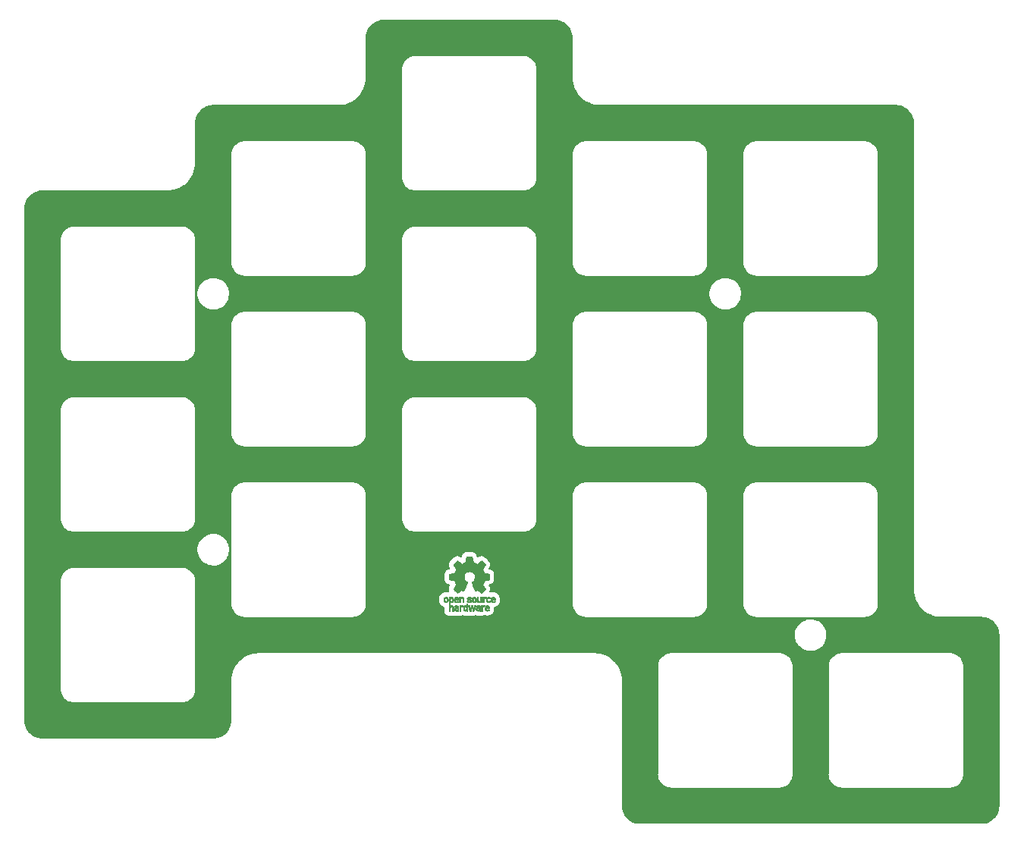
<source format=gtl>
%TF.GenerationSoftware,KiCad,Pcbnew,(6.0.4-0)*%
%TF.CreationDate,2022-03-28T14:14:22+08:00*%
%TF.ProjectId,Pragmatic,50726167-6d61-4746-9963-2e6b69636164,3*%
%TF.SameCoordinates,PX5ad6650PY3680a30*%
%TF.FileFunction,Copper,L1,Top*%
%TF.FilePolarity,Positive*%
%FSLAX46Y46*%
G04 Gerber Fmt 4.6, Leading zero omitted, Abs format (unit mm)*
G04 Created by KiCad (PCBNEW (6.0.4-0)) date 2022-03-28 14:14:22*
%MOMM*%
%LPD*%
G01*
G04 APERTURE LIST*
%TA.AperFunction,EtchedComponent*%
%ADD10C,0.010000*%
%TD*%
G04 APERTURE END LIST*
G36*
X736663Y-54170244D02*
G01*
X767624Y-54131580D01*
X786376Y-54114864D01*
X804733Y-54103878D01*
X828619Y-54097180D01*
X863957Y-54093326D01*
X916669Y-54090873D01*
X937577Y-54090168D01*
X1068812Y-54085879D01*
X1068620Y-54046158D01*
X1063537Y-54004405D01*
X1045162Y-53979158D01*
X1008039Y-53963030D01*
X1007043Y-53962742D01*
X954410Y-53956400D01*
X902906Y-53964684D01*
X864630Y-53984827D01*
X849272Y-53994773D01*
X832730Y-53993397D01*
X807275Y-53978987D01*
X792328Y-53968817D01*
X763091Y-53947088D01*
X744980Y-53930800D01*
X742074Y-53926137D01*
X754040Y-53902005D01*
X789396Y-53873185D01*
X804753Y-53863461D01*
X848901Y-53846714D01*
X908398Y-53837227D01*
X974487Y-53835095D01*
X1038411Y-53840417D01*
X1091411Y-53853290D01*
X1106731Y-53860110D01*
X1136428Y-53877974D01*
X1159220Y-53898093D01*
X1176083Y-53923962D01*
X1187998Y-53959073D01*
X1195942Y-54006920D01*
X1200894Y-54070996D01*
X1203831Y-54154794D01*
X1204947Y-54210768D01*
X1209052Y-54452822D01*
X1138932Y-54452822D01*
X1096393Y-54451038D01*
X1074476Y-54444942D01*
X1068812Y-54434706D01*
X1065821Y-54423637D01*
X1052451Y-54425754D01*
X1034233Y-54434629D01*
X988624Y-54448233D01*
X930007Y-54451899D01*
X868354Y-54445903D01*
X813638Y-54430521D01*
X808730Y-54428386D01*
X758723Y-54393255D01*
X725756Y-54344419D01*
X710587Y-54287333D01*
X711746Y-54266824D01*
X835508Y-54266824D01*
X846413Y-54294425D01*
X878745Y-54314204D01*
X930910Y-54324819D01*
X958787Y-54326228D01*
X1005247Y-54322620D01*
X1036129Y-54308597D01*
X1043664Y-54301931D01*
X1064076Y-54265666D01*
X1068812Y-54232773D01*
X1068812Y-54188763D01*
X1007513Y-54188763D01*
X936256Y-54192395D01*
X886276Y-54203818D01*
X854696Y-54223824D01*
X847626Y-54232743D01*
X835508Y-54266824D01*
X711746Y-54266824D01*
X713971Y-54227456D01*
X736663Y-54170244D01*
G37*
D10*
X736663Y-54170244D02*
X767624Y-54131580D01*
X786376Y-54114864D01*
X804733Y-54103878D01*
X828619Y-54097180D01*
X863957Y-54093326D01*
X916669Y-54090873D01*
X937577Y-54090168D01*
X1068812Y-54085879D01*
X1068620Y-54046158D01*
X1063537Y-54004405D01*
X1045162Y-53979158D01*
X1008039Y-53963030D01*
X1007043Y-53962742D01*
X954410Y-53956400D01*
X902906Y-53964684D01*
X864630Y-53984827D01*
X849272Y-53994773D01*
X832730Y-53993397D01*
X807275Y-53978987D01*
X792328Y-53968817D01*
X763091Y-53947088D01*
X744980Y-53930800D01*
X742074Y-53926137D01*
X754040Y-53902005D01*
X789396Y-53873185D01*
X804753Y-53863461D01*
X848901Y-53846714D01*
X908398Y-53837227D01*
X974487Y-53835095D01*
X1038411Y-53840417D01*
X1091411Y-53853290D01*
X1106731Y-53860110D01*
X1136428Y-53877974D01*
X1159220Y-53898093D01*
X1176083Y-53923962D01*
X1187998Y-53959073D01*
X1195942Y-54006920D01*
X1200894Y-54070996D01*
X1203831Y-54154794D01*
X1204947Y-54210768D01*
X1209052Y-54452822D01*
X1138932Y-54452822D01*
X1096393Y-54451038D01*
X1074476Y-54444942D01*
X1068812Y-54434706D01*
X1065821Y-54423637D01*
X1052451Y-54425754D01*
X1034233Y-54434629D01*
X988624Y-54448233D01*
X930007Y-54451899D01*
X868354Y-54445903D01*
X813638Y-54430521D01*
X808730Y-54428386D01*
X758723Y-54393255D01*
X725756Y-54344419D01*
X710587Y-54287333D01*
X711746Y-54266824D01*
X835508Y-54266824D01*
X846413Y-54294425D01*
X878745Y-54314204D01*
X930910Y-54324819D01*
X958787Y-54326228D01*
X1005247Y-54322620D01*
X1036129Y-54308597D01*
X1043664Y-54301931D01*
X1064076Y-54265666D01*
X1068812Y-54232773D01*
X1068812Y-54188763D01*
X1007513Y-54188763D01*
X936256Y-54192395D01*
X886276Y-54203818D01*
X854696Y-54223824D01*
X847626Y-54232743D01*
X835508Y-54266824D01*
X711746Y-54266824D01*
X713971Y-54227456D01*
X736663Y-54170244D01*
G36*
X1635255Y-53836486D02*
G01*
X1683595Y-53846015D01*
X1711114Y-53860125D01*
X1740064Y-53883568D01*
X1698876Y-53935571D01*
X1673482Y-53967064D01*
X1656238Y-53982428D01*
X1639102Y-53984776D01*
X1614027Y-53977217D01*
X1602257Y-53972941D01*
X1554270Y-53966631D01*
X1510324Y-53980156D01*
X1478060Y-54010710D01*
X1472819Y-54020452D01*
X1467112Y-54046258D01*
X1462706Y-54093817D01*
X1459811Y-54159758D01*
X1458631Y-54240710D01*
X1458614Y-54252226D01*
X1458614Y-54452822D01*
X1320297Y-54452822D01*
X1320297Y-53836683D01*
X1389456Y-53836683D01*
X1429333Y-53837725D01*
X1450107Y-53842358D01*
X1457789Y-53852849D01*
X1458614Y-53862745D01*
X1458614Y-53888806D01*
X1491745Y-53862745D01*
X1529735Y-53844965D01*
X1580770Y-53836174D01*
X1635255Y-53836486D01*
G37*
X1635255Y-53836486D02*
X1683595Y-53846015D01*
X1711114Y-53860125D01*
X1740064Y-53883568D01*
X1698876Y-53935571D01*
X1673482Y-53967064D01*
X1656238Y-53982428D01*
X1639102Y-53984776D01*
X1614027Y-53977217D01*
X1602257Y-53972941D01*
X1554270Y-53966631D01*
X1510324Y-53980156D01*
X1478060Y-54010710D01*
X1472819Y-54020452D01*
X1467112Y-54046258D01*
X1462706Y-54093817D01*
X1459811Y-54159758D01*
X1458631Y-54240710D01*
X1458614Y-54252226D01*
X1458614Y-54452822D01*
X1320297Y-54452822D01*
X1320297Y-53836683D01*
X1389456Y-53836683D01*
X1429333Y-53837725D01*
X1450107Y-53842358D01*
X1457789Y-53852849D01*
X1458614Y-53862745D01*
X1458614Y-53888806D01*
X1491745Y-53862745D01*
X1529735Y-53844965D01*
X1580770Y-53836174D01*
X1635255Y-53836486D01*
G36*
X-754012Y-52904002D02*
G01*
X-722717Y-52918950D01*
X-692409Y-52940541D01*
X-669318Y-52965391D01*
X-652500Y-52997087D01*
X-641006Y-53039214D01*
X-633891Y-53095358D01*
X-630207Y-53169106D01*
X-629008Y-53264044D01*
X-628989Y-53273985D01*
X-628713Y-53497179D01*
X-767030Y-53497179D01*
X-767030Y-53291418D01*
X-767128Y-53215189D01*
X-767809Y-53159939D01*
X-769651Y-53121501D01*
X-773233Y-53095706D01*
X-779132Y-53078384D01*
X-787927Y-53065368D01*
X-800180Y-53052507D01*
X-843047Y-53024873D01*
X-889843Y-53019745D01*
X-934424Y-53037217D01*
X-949928Y-53050221D01*
X-961310Y-53062447D01*
X-969481Y-53075540D01*
X-974974Y-53093615D01*
X-978320Y-53120787D01*
X-980051Y-53161170D01*
X-980697Y-53218879D01*
X-980792Y-53289132D01*
X-980792Y-53497179D01*
X-1119109Y-53497179D01*
X-1119109Y-52893614D01*
X-1049950Y-52893614D01*
X-1008428Y-52895256D01*
X-987006Y-52901087D01*
X-980795Y-52912461D01*
X-980792Y-52912798D01*
X-977910Y-52923938D01*
X-965199Y-52922674D01*
X-939926Y-52910434D01*
X-882605Y-52892424D01*
X-817037Y-52890421D01*
X-754012Y-52904002D01*
G37*
X-754012Y-52904002D02*
X-722717Y-52918950D01*
X-692409Y-52940541D01*
X-669318Y-52965391D01*
X-652500Y-52997087D01*
X-641006Y-53039214D01*
X-633891Y-53095358D01*
X-630207Y-53169106D01*
X-629008Y-53264044D01*
X-628989Y-53273985D01*
X-628713Y-53497179D01*
X-767030Y-53497179D01*
X-767030Y-53291418D01*
X-767128Y-53215189D01*
X-767809Y-53159939D01*
X-769651Y-53121501D01*
X-773233Y-53095706D01*
X-779132Y-53078384D01*
X-787927Y-53065368D01*
X-800180Y-53052507D01*
X-843047Y-53024873D01*
X-889843Y-53019745D01*
X-934424Y-53037217D01*
X-949928Y-53050221D01*
X-961310Y-53062447D01*
X-969481Y-53075540D01*
X-974974Y-53093615D01*
X-978320Y-53120787D01*
X-980051Y-53161170D01*
X-980697Y-53218879D01*
X-980792Y-53289132D01*
X-980792Y-53497179D01*
X-1119109Y-53497179D01*
X-1119109Y-52893614D01*
X-1049950Y-52893614D01*
X-1008428Y-52895256D01*
X-987006Y-52901087D01*
X-980795Y-52912461D01*
X-980792Y-52912798D01*
X-977910Y-52923938D01*
X-965199Y-52922674D01*
X-939926Y-52910434D01*
X-882605Y-52892424D01*
X-817037Y-52890421D01*
X-754012Y-52904002D01*
G36*
X-1666038Y-52995025D02*
G01*
X-1633807Y-52955639D01*
X-1574217Y-52912931D01*
X-1504168Y-52890109D01*
X-1429661Y-52888046D01*
X-1356699Y-52907614D01*
X-1344168Y-52913514D01*
X-1300799Y-52945283D01*
X-1259790Y-52991646D01*
X-1229168Y-53042696D01*
X-1220459Y-53066166D01*
X-1212512Y-53108091D01*
X-1207774Y-53158757D01*
X-1207199Y-53179679D01*
X-1207129Y-53245693D01*
X-1587083Y-53245693D01*
X-1578983Y-53280273D01*
X-1559104Y-53321170D01*
X-1524347Y-53356514D01*
X-1482998Y-53379282D01*
X-1456649Y-53384010D01*
X-1420916Y-53378273D01*
X-1378282Y-53363882D01*
X-1363799Y-53357262D01*
X-1310240Y-53330513D01*
X-1264533Y-53365376D01*
X-1238158Y-53388955D01*
X-1224124Y-53408417D01*
X-1223414Y-53414129D01*
X-1235951Y-53427973D01*
X-1263428Y-53449012D01*
X-1288366Y-53465425D01*
X-1355664Y-53494930D01*
X-1431110Y-53508284D01*
X-1505888Y-53504812D01*
X-1565495Y-53486663D01*
X-1626941Y-53447784D01*
X-1670608Y-53396595D01*
X-1697926Y-53330367D01*
X-1710322Y-53246371D01*
X-1711421Y-53207936D01*
X-1707022Y-53119861D01*
X-1706482Y-53117299D01*
X-1580582Y-53117299D01*
X-1577115Y-53125558D01*
X-1562863Y-53130113D01*
X-1533470Y-53132065D01*
X-1484575Y-53132517D01*
X-1465748Y-53132525D01*
X-1408467Y-53131843D01*
X-1372141Y-53129364D01*
X-1352604Y-53124443D01*
X-1345690Y-53116434D01*
X-1345445Y-53113862D01*
X-1353336Y-53093423D01*
X-1373085Y-53064789D01*
X-1381575Y-53054763D01*
X-1413094Y-53026408D01*
X-1445949Y-53015259D01*
X-1463651Y-53014327D01*
X-1511539Y-53025981D01*
X-1551699Y-53057285D01*
X-1577173Y-53102752D01*
X-1577625Y-53104233D01*
X-1580582Y-53117299D01*
X-1706482Y-53117299D01*
X-1692392Y-53050510D01*
X-1666038Y-52995025D01*
G37*
X-1666038Y-52995025D02*
X-1633807Y-52955639D01*
X-1574217Y-52912931D01*
X-1504168Y-52890109D01*
X-1429661Y-52888046D01*
X-1356699Y-52907614D01*
X-1344168Y-52913514D01*
X-1300799Y-52945283D01*
X-1259790Y-52991646D01*
X-1229168Y-53042696D01*
X-1220459Y-53066166D01*
X-1212512Y-53108091D01*
X-1207774Y-53158757D01*
X-1207199Y-53179679D01*
X-1207129Y-53245693D01*
X-1587083Y-53245693D01*
X-1578983Y-53280273D01*
X-1559104Y-53321170D01*
X-1524347Y-53356514D01*
X-1482998Y-53379282D01*
X-1456649Y-53384010D01*
X-1420916Y-53378273D01*
X-1378282Y-53363882D01*
X-1363799Y-53357262D01*
X-1310240Y-53330513D01*
X-1264533Y-53365376D01*
X-1238158Y-53388955D01*
X-1224124Y-53408417D01*
X-1223414Y-53414129D01*
X-1235951Y-53427973D01*
X-1263428Y-53449012D01*
X-1288366Y-53465425D01*
X-1355664Y-53494930D01*
X-1431110Y-53508284D01*
X-1505888Y-53504812D01*
X-1565495Y-53486663D01*
X-1626941Y-53447784D01*
X-1670608Y-53396595D01*
X-1697926Y-53330367D01*
X-1710322Y-53246371D01*
X-1711421Y-53207936D01*
X-1707022Y-53119861D01*
X-1706482Y-53117299D01*
X-1580582Y-53117299D01*
X-1577115Y-53125558D01*
X-1562863Y-53130113D01*
X-1533470Y-53132065D01*
X-1484575Y-53132517D01*
X-1465748Y-53132525D01*
X-1408467Y-53131843D01*
X-1372141Y-53129364D01*
X-1352604Y-53124443D01*
X-1345690Y-53116434D01*
X-1345445Y-53113862D01*
X-1353336Y-53093423D01*
X-1373085Y-53064789D01*
X-1381575Y-53054763D01*
X-1413094Y-53026408D01*
X-1445949Y-53015259D01*
X-1463651Y-53014327D01*
X-1511539Y-53025981D01*
X-1551699Y-53057285D01*
X-1577173Y-53102752D01*
X-1577625Y-53104233D01*
X-1580582Y-53117299D01*
X-1706482Y-53117299D01*
X-1692392Y-53050510D01*
X-1666038Y-52995025D01*
G36*
X2428698Y-52999191D02*
G01*
X2474701Y-52943779D01*
X2532821Y-52906009D01*
X2601180Y-52887896D01*
X2677898Y-52891457D01*
X2710096Y-52899279D01*
X2771825Y-52927921D01*
X2824610Y-52971667D01*
X2861141Y-53024117D01*
X2866160Y-53035893D01*
X2873045Y-53066740D01*
X2877864Y-53112371D01*
X2879505Y-53158492D01*
X2879505Y-53245693D01*
X2697178Y-53245693D01*
X2621979Y-53245978D01*
X2569003Y-53247704D01*
X2535325Y-53252181D01*
X2518020Y-53260720D01*
X2514163Y-53274630D01*
X2520829Y-53295222D01*
X2532770Y-53319315D01*
X2566080Y-53359525D01*
X2612368Y-53379558D01*
X2668944Y-53378905D01*
X2733031Y-53357101D01*
X2788417Y-53330193D01*
X2834375Y-53366532D01*
X2880333Y-53402872D01*
X2837096Y-53442819D01*
X2779374Y-53480563D01*
X2708386Y-53503320D01*
X2632029Y-53509688D01*
X2558199Y-53498268D01*
X2546287Y-53494393D01*
X2481399Y-53460506D01*
X2433130Y-53409986D01*
X2400465Y-53341325D01*
X2382385Y-53253014D01*
X2382175Y-53251121D01*
X2380556Y-53154878D01*
X2387100Y-53120542D01*
X2514852Y-53120542D01*
X2526584Y-53125822D01*
X2558438Y-53129867D01*
X2605397Y-53132176D01*
X2635154Y-53132525D01*
X2690648Y-53132306D01*
X2725346Y-53130916D01*
X2743601Y-53127251D01*
X2749766Y-53120210D01*
X2748195Y-53108690D01*
X2746878Y-53104233D01*
X2724382Y-53062355D01*
X2689003Y-53028604D01*
X2657780Y-53013773D01*
X2616301Y-53014668D01*
X2574269Y-53033164D01*
X2539012Y-53063786D01*
X2517854Y-53101062D01*
X2514852Y-53120542D01*
X2387100Y-53120542D01*
X2396690Y-53070229D01*
X2428698Y-52999191D01*
G37*
X2428698Y-52999191D02*
X2474701Y-52943779D01*
X2532821Y-52906009D01*
X2601180Y-52887896D01*
X2677898Y-52891457D01*
X2710096Y-52899279D01*
X2771825Y-52927921D01*
X2824610Y-52971667D01*
X2861141Y-53024117D01*
X2866160Y-53035893D01*
X2873045Y-53066740D01*
X2877864Y-53112371D01*
X2879505Y-53158492D01*
X2879505Y-53245693D01*
X2697178Y-53245693D01*
X2621979Y-53245978D01*
X2569003Y-53247704D01*
X2535325Y-53252181D01*
X2518020Y-53260720D01*
X2514163Y-53274630D01*
X2520829Y-53295222D01*
X2532770Y-53319315D01*
X2566080Y-53359525D01*
X2612368Y-53379558D01*
X2668944Y-53378905D01*
X2733031Y-53357101D01*
X2788417Y-53330193D01*
X2834375Y-53366532D01*
X2880333Y-53402872D01*
X2837096Y-53442819D01*
X2779374Y-53480563D01*
X2708386Y-53503320D01*
X2632029Y-53509688D01*
X2558199Y-53498268D01*
X2546287Y-53494393D01*
X2481399Y-53460506D01*
X2433130Y-53409986D01*
X2400465Y-53341325D01*
X2382385Y-53253014D01*
X2382175Y-53251121D01*
X2380556Y-53154878D01*
X2387100Y-53120542D01*
X2514852Y-53120542D01*
X2526584Y-53125822D01*
X2558438Y-53129867D01*
X2605397Y-53132176D01*
X2635154Y-53132525D01*
X2690648Y-53132306D01*
X2725346Y-53130916D01*
X2743601Y-53127251D01*
X2749766Y-53120210D01*
X2748195Y-53108690D01*
X2746878Y-53104233D01*
X2724382Y-53062355D01*
X2689003Y-53028604D01*
X2657780Y-53013773D01*
X2616301Y-53014668D01*
X2574269Y-53033164D01*
X2539012Y-53063786D01*
X2517854Y-53101062D01*
X2514852Y-53120542D01*
X2387100Y-53120542D01*
X2396690Y-53070229D01*
X2428698Y-52999191D01*
G36*
X14017Y-52891452D02*
G01*
X61634Y-52900482D01*
X111034Y-52919370D01*
X116312Y-52921777D01*
X153774Y-52941476D01*
X179717Y-52959781D01*
X188103Y-52971508D01*
X180117Y-52990632D01*
X160720Y-53018850D01*
X152110Y-53029384D01*
X116628Y-53070847D01*
X70885Y-53043858D01*
X27350Y-53025878D01*
X-22950Y-53016267D01*
X-71188Y-53015660D01*
X-108533Y-53024691D01*
X-117495Y-53030327D01*
X-134563Y-53056171D01*
X-136637Y-53085941D01*
X-123866Y-53109197D01*
X-116312Y-53113708D01*
X-93675Y-53119309D01*
X-53885Y-53125892D01*
X-4834Y-53132183D01*
X4215Y-53133170D01*
X82996Y-53146798D01*
X140136Y-53169946D01*
X178030Y-53204752D01*
X199079Y-53253354D01*
X205635Y-53312718D01*
X196577Y-53380198D01*
X167164Y-53433188D01*
X117278Y-53471783D01*
X46800Y-53496081D01*
X-31435Y-53505667D01*
X-95234Y-53505552D01*
X-146984Y-53496845D01*
X-182327Y-53484825D01*
X-226983Y-53463880D01*
X-268253Y-53439574D01*
X-282921Y-53428876D01*
X-320643Y-53398084D01*
X-275148Y-53352049D01*
X-229653Y-53306013D01*
X-177928Y-53340243D01*
X-126048Y-53365952D01*
X-70649Y-53379399D01*
X-17395Y-53380818D01*
X28049Y-53370443D01*
X60016Y-53348507D01*
X70338Y-53329998D01*
X68789Y-53300314D01*
X43140Y-53277615D01*
X-6540Y-53261940D01*
X-60969Y-53254695D01*
X-144736Y-53240873D01*
X-206967Y-53214796D01*
X-248493Y-53175699D01*
X-270147Y-53122820D01*
X-273147Y-53060126D01*
X-258329Y-52994642D01*
X-224546Y-52945144D01*
X-171495Y-52911408D01*
X-98874Y-52893207D01*
X-45072Y-52889639D01*
X14017Y-52891452D01*
G37*
X14017Y-52891452D02*
X61634Y-52900482D01*
X111034Y-52919370D01*
X116312Y-52921777D01*
X153774Y-52941476D01*
X179717Y-52959781D01*
X188103Y-52971508D01*
X180117Y-52990632D01*
X160720Y-53018850D01*
X152110Y-53029384D01*
X116628Y-53070847D01*
X70885Y-53043858D01*
X27350Y-53025878D01*
X-22950Y-53016267D01*
X-71188Y-53015660D01*
X-108533Y-53024691D01*
X-117495Y-53030327D01*
X-134563Y-53056171D01*
X-136637Y-53085941D01*
X-123866Y-53109197D01*
X-116312Y-53113708D01*
X-93675Y-53119309D01*
X-53885Y-53125892D01*
X-4834Y-53132183D01*
X4215Y-53133170D01*
X82996Y-53146798D01*
X140136Y-53169946D01*
X178030Y-53204752D01*
X199079Y-53253354D01*
X205635Y-53312718D01*
X196577Y-53380198D01*
X167164Y-53433188D01*
X117278Y-53471783D01*
X46800Y-53496081D01*
X-31435Y-53505667D01*
X-95234Y-53505552D01*
X-146984Y-53496845D01*
X-182327Y-53484825D01*
X-226983Y-53463880D01*
X-268253Y-53439574D01*
X-282921Y-53428876D01*
X-320643Y-53398084D01*
X-275148Y-53352049D01*
X-229653Y-53306013D01*
X-177928Y-53340243D01*
X-126048Y-53365952D01*
X-70649Y-53379399D01*
X-17395Y-53380818D01*
X28049Y-53370443D01*
X60016Y-53348507D01*
X70338Y-53329998D01*
X68789Y-53300314D01*
X43140Y-53277615D01*
X-6540Y-53261940D01*
X-60969Y-53254695D01*
X-144736Y-53240873D01*
X-206967Y-53214796D01*
X-248493Y-53175699D01*
X-270147Y-53122820D01*
X-273147Y-53060126D01*
X-258329Y-52994642D01*
X-224546Y-52945144D01*
X-171495Y-52911408D01*
X-98874Y-52893207D01*
X-45072Y-52889639D01*
X14017Y-52891452D01*
G36*
X1764055Y-53965949D02*
G01*
X1800470Y-53906263D01*
X1852297Y-53865549D01*
X1919990Y-53843179D01*
X1956662Y-53838871D01*
X2032581Y-53839970D01*
X2092685Y-53855597D01*
X2143021Y-53887848D01*
X2167393Y-53911940D01*
X2207345Y-53968895D01*
X2230242Y-54034965D01*
X2238108Y-54116182D01*
X2238148Y-54122748D01*
X2238218Y-54188763D01*
X1858264Y-54188763D01*
X1866363Y-54223342D01*
X1880987Y-54254659D01*
X1906581Y-54287291D01*
X1911935Y-54292500D01*
X1957943Y-54320694D01*
X2010410Y-54325475D01*
X2070803Y-54306926D01*
X2081040Y-54301931D01*
X2112439Y-54286745D01*
X2133470Y-54278094D01*
X2137139Y-54277293D01*
X2149948Y-54285063D01*
X2174378Y-54304072D01*
X2186779Y-54314460D01*
X2212476Y-54338321D01*
X2220915Y-54354077D01*
X2215058Y-54368571D01*
X2211928Y-54372534D01*
X2190725Y-54389879D01*
X2155738Y-54410959D01*
X2131337Y-54423265D01*
X2062072Y-54444946D01*
X1985388Y-54451971D01*
X1912765Y-54443647D01*
X1892426Y-54437686D01*
X1829476Y-54403952D01*
X1782815Y-54352045D01*
X1752173Y-54281459D01*
X1737282Y-54191692D01*
X1735647Y-54144753D01*
X1740421Y-54076413D01*
X1860990Y-54076413D01*
X1872652Y-54081465D01*
X1903998Y-54085429D01*
X1949571Y-54087768D01*
X1980446Y-54088169D01*
X2035981Y-54087783D01*
X2071033Y-54085975D01*
X2090262Y-54081773D01*
X2098330Y-54074203D01*
X2099901Y-54063218D01*
X2089121Y-54029381D01*
X2061980Y-53995940D01*
X2026277Y-53970272D01*
X1990560Y-53959772D01*
X1942048Y-53969086D01*
X1900053Y-53996013D01*
X1870936Y-54034827D01*
X1860990Y-54076413D01*
X1740421Y-54076413D01*
X1742599Y-54045236D01*
X1764055Y-53965949D01*
G37*
X1764055Y-53965949D02*
X1800470Y-53906263D01*
X1852297Y-53865549D01*
X1919990Y-53843179D01*
X1956662Y-53838871D01*
X2032581Y-53839970D01*
X2092685Y-53855597D01*
X2143021Y-53887848D01*
X2167393Y-53911940D01*
X2207345Y-53968895D01*
X2230242Y-54034965D01*
X2238108Y-54116182D01*
X2238148Y-54122748D01*
X2238218Y-54188763D01*
X1858264Y-54188763D01*
X1866363Y-54223342D01*
X1880987Y-54254659D01*
X1906581Y-54287291D01*
X1911935Y-54292500D01*
X1957943Y-54320694D01*
X2010410Y-54325475D01*
X2070803Y-54306926D01*
X2081040Y-54301931D01*
X2112439Y-54286745D01*
X2133470Y-54278094D01*
X2137139Y-54277293D01*
X2149948Y-54285063D01*
X2174378Y-54304072D01*
X2186779Y-54314460D01*
X2212476Y-54338321D01*
X2220915Y-54354077D01*
X2215058Y-54368571D01*
X2211928Y-54372534D01*
X2190725Y-54389879D01*
X2155738Y-54410959D01*
X2131337Y-54423265D01*
X2062072Y-54444946D01*
X1985388Y-54451971D01*
X1912765Y-54443647D01*
X1892426Y-54437686D01*
X1829476Y-54403952D01*
X1782815Y-54352045D01*
X1752173Y-54281459D01*
X1737282Y-54191692D01*
X1735647Y-54144753D01*
X1740421Y-54076413D01*
X1860990Y-54076413D01*
X1872652Y-54081465D01*
X1903998Y-54085429D01*
X1949571Y-54087768D01*
X1980446Y-54088169D01*
X2035981Y-54087783D01*
X2071033Y-54085975D01*
X2090262Y-54081773D01*
X2098330Y-54074203D01*
X2099901Y-54063218D01*
X2089121Y-54029381D01*
X2061980Y-53995940D01*
X2026277Y-53970272D01*
X1990560Y-53959772D01*
X1942048Y-53969086D01*
X1900053Y-53996013D01*
X1870936Y-54034827D01*
X1860990Y-54076413D01*
X1740421Y-54076413D01*
X1742599Y-54045236D01*
X1764055Y-53965949D01*
G36*
X-2863948Y-53093056D02*
G01*
X-2856362Y-53049007D01*
X-2842681Y-53014248D01*
X-2821865Y-52983551D01*
X-2814147Y-52974436D01*
X-2765889Y-52929021D01*
X-2714128Y-52902493D01*
X-2650828Y-52891379D01*
X-2619961Y-52890471D01*
X-2538261Y-52900148D01*
X-2472479Y-52929231D01*
X-2422540Y-52977793D01*
X-2388374Y-53045908D01*
X-2369907Y-53133651D01*
X-2368583Y-53147351D01*
X-2367546Y-53243939D01*
X-2380993Y-53328602D01*
X-2408108Y-53397221D01*
X-2422627Y-53419294D01*
X-2473201Y-53466011D01*
X-2537609Y-53496268D01*
X-2609666Y-53508824D01*
X-2683185Y-53502439D01*
X-2739072Y-53482772D01*
X-2787132Y-53449629D01*
X-2826412Y-53406175D01*
X-2827092Y-53405158D01*
X-2843044Y-53378338D01*
X-2853410Y-53351368D01*
X-2859688Y-53317332D01*
X-2863373Y-53269310D01*
X-2864997Y-53229931D01*
X-2865672Y-53194219D01*
X-2739955Y-53194219D01*
X-2738726Y-53229770D01*
X-2734266Y-53277094D01*
X-2726397Y-53307465D01*
X-2712207Y-53329072D01*
X-2698917Y-53341694D01*
X-2651802Y-53368122D01*
X-2602505Y-53371653D01*
X-2556593Y-53352639D01*
X-2533638Y-53331331D01*
X-2517096Y-53309859D01*
X-2507421Y-53289313D01*
X-2503174Y-53262574D01*
X-2502920Y-53222523D01*
X-2504228Y-53185638D01*
X-2507043Y-53132947D01*
X-2511505Y-53098772D01*
X-2519548Y-53076480D01*
X-2533103Y-53059442D01*
X-2543845Y-53049703D01*
X-2588777Y-53024123D01*
X-2637249Y-53022847D01*
X-2677894Y-53037999D01*
X-2712567Y-53069642D01*
X-2733224Y-53121620D01*
X-2739955Y-53194219D01*
X-2865672Y-53194219D01*
X-2866479Y-53151621D01*
X-2863948Y-53093056D01*
G37*
X-2863948Y-53093056D02*
X-2856362Y-53049007D01*
X-2842681Y-53014248D01*
X-2821865Y-52983551D01*
X-2814147Y-52974436D01*
X-2765889Y-52929021D01*
X-2714128Y-52902493D01*
X-2650828Y-52891379D01*
X-2619961Y-52890471D01*
X-2538261Y-52900148D01*
X-2472479Y-52929231D01*
X-2422540Y-52977793D01*
X-2388374Y-53045908D01*
X-2369907Y-53133651D01*
X-2368583Y-53147351D01*
X-2367546Y-53243939D01*
X-2380993Y-53328602D01*
X-2408108Y-53397221D01*
X-2422627Y-53419294D01*
X-2473201Y-53466011D01*
X-2537609Y-53496268D01*
X-2609666Y-53508824D01*
X-2683185Y-53502439D01*
X-2739072Y-53482772D01*
X-2787132Y-53449629D01*
X-2826412Y-53406175D01*
X-2827092Y-53405158D01*
X-2843044Y-53378338D01*
X-2853410Y-53351368D01*
X-2859688Y-53317332D01*
X-2863373Y-53269310D01*
X-2864997Y-53229931D01*
X-2865672Y-53194219D01*
X-2739955Y-53194219D01*
X-2738726Y-53229770D01*
X-2734266Y-53277094D01*
X-2726397Y-53307465D01*
X-2712207Y-53329072D01*
X-2698917Y-53341694D01*
X-2651802Y-53368122D01*
X-2602505Y-53371653D01*
X-2556593Y-53352639D01*
X-2533638Y-53331331D01*
X-2517096Y-53309859D01*
X-2507421Y-53289313D01*
X-2503174Y-53262574D01*
X-2502920Y-53222523D01*
X-2504228Y-53185638D01*
X-2507043Y-53132947D01*
X-2511505Y-53098772D01*
X-2519548Y-53076480D01*
X-2533103Y-53059442D01*
X-2543845Y-53049703D01*
X-2588777Y-53024123D01*
X-2637249Y-53022847D01*
X-2677894Y-53037999D01*
X-2712567Y-53069642D01*
X-2733224Y-53121620D01*
X-2739955Y-53194219D01*
X-2865672Y-53194219D01*
X-2866479Y-53151621D01*
X-2863948Y-53093056D01*
G36*
X993367Y-53089342D02*
G01*
X994555Y-53181563D01*
X998897Y-53251610D01*
X1007558Y-53302381D01*
X1021704Y-53336772D01*
X1042500Y-53357679D01*
X1071110Y-53368000D01*
X1106535Y-53370636D01*
X1143636Y-53367682D01*
X1171818Y-53356889D01*
X1192243Y-53335360D01*
X1206079Y-53300199D01*
X1214491Y-53248510D01*
X1218643Y-53177394D01*
X1219703Y-53089342D01*
X1219703Y-52893614D01*
X1358020Y-52893614D01*
X1358020Y-53497179D01*
X1288862Y-53497179D01*
X1247170Y-53495489D01*
X1225701Y-53489556D01*
X1219703Y-53478293D01*
X1216091Y-53468261D01*
X1201714Y-53470383D01*
X1172736Y-53484580D01*
X1106319Y-53506480D01*
X1035875Y-53504928D01*
X968377Y-53481147D01*
X936233Y-53462362D01*
X911715Y-53442022D01*
X893804Y-53416573D01*
X881479Y-53382458D01*
X873723Y-53336121D01*
X869516Y-53274007D01*
X867840Y-53192561D01*
X867624Y-53129578D01*
X867624Y-52893614D01*
X993367Y-52893614D01*
X993367Y-53089342D01*
G37*
X993367Y-53089342D02*
X994555Y-53181563D01*
X998897Y-53251610D01*
X1007558Y-53302381D01*
X1021704Y-53336772D01*
X1042500Y-53357679D01*
X1071110Y-53368000D01*
X1106535Y-53370636D01*
X1143636Y-53367682D01*
X1171818Y-53356889D01*
X1192243Y-53335360D01*
X1206079Y-53300199D01*
X1214491Y-53248510D01*
X1218643Y-53177394D01*
X1219703Y-53089342D01*
X1219703Y-52893614D01*
X1358020Y-52893614D01*
X1358020Y-53497179D01*
X1288862Y-53497179D01*
X1247170Y-53495489D01*
X1225701Y-53489556D01*
X1219703Y-53478293D01*
X1216091Y-53468261D01*
X1201714Y-53470383D01*
X1172736Y-53484580D01*
X1106319Y-53506480D01*
X1035875Y-53504928D01*
X968377Y-53481147D01*
X936233Y-53462362D01*
X911715Y-53442022D01*
X893804Y-53416573D01*
X881479Y-53382458D01*
X873723Y-53336121D01*
X869516Y-53274007D01*
X867840Y-53192561D01*
X867624Y-53129578D01*
X867624Y-52893614D01*
X993367Y-52893614D01*
X993367Y-53089342D01*
G36*
X281524Y-53839237D02*
G01*
X331255Y-53842971D01*
X461291Y-54232773D01*
X481678Y-54163614D01*
X493946Y-54120874D01*
X510085Y-54063115D01*
X527512Y-53999625D01*
X536726Y-53965570D01*
X571388Y-53836683D01*
X714391Y-53836683D01*
X671646Y-53971857D01*
X650596Y-54038342D01*
X625167Y-54118539D01*
X598610Y-54202193D01*
X574902Y-54276782D01*
X520902Y-54446535D01*
X462598Y-54450328D01*
X404295Y-54454122D01*
X372679Y-54349734D01*
X353182Y-54284889D01*
X331904Y-54213400D01*
X313308Y-54150263D01*
X312574Y-54147750D01*
X298684Y-54104969D01*
X286429Y-54075779D01*
X277846Y-54064741D01*
X276082Y-54066018D01*
X269891Y-54083130D01*
X258128Y-54119787D01*
X242225Y-54171378D01*
X223614Y-54233294D01*
X213543Y-54267352D01*
X159007Y-54452822D01*
X43264Y-54452822D01*
X-49263Y-54160471D01*
X-75256Y-54078462D01*
X-98934Y-54003987D01*
X-119180Y-53940544D01*
X-134874Y-53891632D01*
X-144898Y-53860749D01*
X-147945Y-53851726D01*
X-145533Y-53842487D01*
X-126592Y-53838441D01*
X-87177Y-53838846D01*
X-81007Y-53839152D01*
X-7914Y-53842971D01*
X39957Y-54019010D01*
X57553Y-54083211D01*
X73277Y-54139649D01*
X85746Y-54183422D01*
X93574Y-54209630D01*
X95020Y-54213903D01*
X101014Y-54208990D01*
X113101Y-54183532D01*
X129893Y-54140997D01*
X150003Y-54084850D01*
X167003Y-54034130D01*
X231794Y-53835504D01*
X281524Y-53839237D01*
G37*
X281524Y-53839237D02*
X331255Y-53842971D01*
X461291Y-54232773D01*
X481678Y-54163614D01*
X493946Y-54120874D01*
X510085Y-54063115D01*
X527512Y-53999625D01*
X536726Y-53965570D01*
X571388Y-53836683D01*
X714391Y-53836683D01*
X671646Y-53971857D01*
X650596Y-54038342D01*
X625167Y-54118539D01*
X598610Y-54202193D01*
X574902Y-54276782D01*
X520902Y-54446535D01*
X462598Y-54450328D01*
X404295Y-54454122D01*
X372679Y-54349734D01*
X353182Y-54284889D01*
X331904Y-54213400D01*
X313308Y-54150263D01*
X312574Y-54147750D01*
X298684Y-54104969D01*
X286429Y-54075779D01*
X277846Y-54064741D01*
X276082Y-54066018D01*
X269891Y-54083130D01*
X258128Y-54119787D01*
X242225Y-54171378D01*
X223614Y-54233294D01*
X213543Y-54267352D01*
X159007Y-54452822D01*
X43264Y-54452822D01*
X-49263Y-54160471D01*
X-75256Y-54078462D01*
X-98934Y-54003987D01*
X-119180Y-53940544D01*
X-134874Y-53891632D01*
X-144898Y-53860749D01*
X-147945Y-53851726D01*
X-145533Y-53842487D01*
X-126592Y-53838441D01*
X-87177Y-53838846D01*
X-81007Y-53839152D01*
X-7914Y-53842971D01*
X39957Y-54019010D01*
X57553Y-54083211D01*
X73277Y-54139649D01*
X85746Y-54183422D01*
X93574Y-54209630D01*
X95020Y-54213903D01*
X101014Y-54208990D01*
X113101Y-54183532D01*
X129893Y-54140997D01*
X150003Y-54084850D01*
X167003Y-54034130D01*
X231794Y-53835504D01*
X281524Y-53839237D01*
G36*
X285388Y-53045501D02*
G01*
X319029Y-52977530D01*
X369018Y-52928664D01*
X435356Y-52898899D01*
X449601Y-52895448D01*
X535210Y-52887345D01*
X610762Y-52901055D01*
X674363Y-52935692D01*
X724123Y-52990372D01*
X747568Y-53034842D01*
X757634Y-53074121D01*
X764156Y-53130116D01*
X766951Y-53194621D01*
X765836Y-53259429D01*
X760626Y-53316334D01*
X754541Y-53346727D01*
X734014Y-53388306D01*
X698463Y-53432468D01*
X655619Y-53471087D01*
X613211Y-53496034D01*
X612177Y-53496430D01*
X559553Y-53507331D01*
X497188Y-53507601D01*
X437924Y-53497676D01*
X415040Y-53489722D01*
X356102Y-53456300D01*
X313890Y-53412511D01*
X286156Y-53354538D01*
X270651Y-53278565D01*
X267143Y-53238771D01*
X267590Y-53188766D01*
X402376Y-53188766D01*
X406917Y-53261732D01*
X419986Y-53317334D01*
X440756Y-53352861D01*
X455552Y-53363020D01*
X493464Y-53370104D01*
X538527Y-53368007D01*
X577487Y-53357812D01*
X587704Y-53352204D01*
X614659Y-53319538D01*
X632451Y-53269545D01*
X640024Y-53208705D01*
X636325Y-53143497D01*
X628057Y-53104253D01*
X604320Y-53058805D01*
X566849Y-53030396D01*
X521720Y-53020573D01*
X475011Y-53030887D01*
X439132Y-53056112D01*
X420277Y-53076925D01*
X409272Y-53097439D01*
X404026Y-53125203D01*
X402449Y-53167762D01*
X402376Y-53188766D01*
X267590Y-53188766D01*
X268094Y-53132580D01*
X285388Y-53045501D01*
G37*
X285388Y-53045501D02*
X319029Y-52977530D01*
X369018Y-52928664D01*
X435356Y-52898899D01*
X449601Y-52895448D01*
X535210Y-52887345D01*
X610762Y-52901055D01*
X674363Y-52935692D01*
X724123Y-52990372D01*
X747568Y-53034842D01*
X757634Y-53074121D01*
X764156Y-53130116D01*
X766951Y-53194621D01*
X765836Y-53259429D01*
X760626Y-53316334D01*
X754541Y-53346727D01*
X734014Y-53388306D01*
X698463Y-53432468D01*
X655619Y-53471087D01*
X613211Y-53496034D01*
X612177Y-53496430D01*
X559553Y-53507331D01*
X497188Y-53507601D01*
X437924Y-53497676D01*
X415040Y-53489722D01*
X356102Y-53456300D01*
X313890Y-53412511D01*
X286156Y-53354538D01*
X270651Y-53278565D01*
X267143Y-53238771D01*
X267590Y-53188766D01*
X402376Y-53188766D01*
X406917Y-53261732D01*
X419986Y-53317334D01*
X440756Y-53352861D01*
X455552Y-53363020D01*
X493464Y-53370104D01*
X538527Y-53368007D01*
X577487Y-53357812D01*
X587704Y-53352204D01*
X614659Y-53319538D01*
X632451Y-53269545D01*
X640024Y-53208705D01*
X636325Y-53143497D01*
X628057Y-53104253D01*
X604320Y-53058805D01*
X566849Y-53030396D01*
X521720Y-53020573D01*
X475011Y-53030887D01*
X439132Y-53056112D01*
X420277Y-53076925D01*
X409272Y-53097439D01*
X404026Y-53125203D01*
X402449Y-53167762D01*
X402376Y-53188766D01*
X267590Y-53188766D01*
X268094Y-53132580D01*
X285388Y-53045501D01*
G36*
X-1680710Y-54158845D02*
G01*
X-1636948Y-54116647D01*
X-1630899Y-54112808D01*
X-1604907Y-54100309D01*
X-1572735Y-54092740D01*
X-1527760Y-54089061D01*
X-1474331Y-54088216D01*
X-1358020Y-54088169D01*
X-1358020Y-54039411D01*
X-1362953Y-54001581D01*
X-1375543Y-53976236D01*
X-1377017Y-53974887D01*
X-1405034Y-53963800D01*
X-1447326Y-53959503D01*
X-1494064Y-53961615D01*
X-1535418Y-53969756D01*
X-1559957Y-53981965D01*
X-1573253Y-53991746D01*
X-1587294Y-53993613D01*
X-1606671Y-53985600D01*
X-1635976Y-53965739D01*
X-1679803Y-53932063D01*
X-1683825Y-53928909D01*
X-1681764Y-53917236D01*
X-1664568Y-53897822D01*
X-1638433Y-53876248D01*
X-1609552Y-53858096D01*
X-1600478Y-53853809D01*
X-1567380Y-53845256D01*
X-1518880Y-53839155D01*
X-1464695Y-53836708D01*
X-1462161Y-53836703D01*
X-1384210Y-53841555D01*
X-1325055Y-53857339D01*
X-1280023Y-53885948D01*
X-1248246Y-53923419D01*
X-1238366Y-53939411D01*
X-1231073Y-53956163D01*
X-1225974Y-53977592D01*
X-1222679Y-54007616D01*
X-1220797Y-54050154D01*
X-1219937Y-54109122D01*
X-1219707Y-54188440D01*
X-1219703Y-54209484D01*
X-1219703Y-54452822D01*
X-1280059Y-54452822D01*
X-1318557Y-54450126D01*
X-1347023Y-54443295D01*
X-1354155Y-54439083D01*
X-1373652Y-54431813D01*
X-1393566Y-54439083D01*
X-1426353Y-54448160D01*
X-1473978Y-54451813D01*
X-1526764Y-54450228D01*
X-1575036Y-54443589D01*
X-1603218Y-54435072D01*
X-1657753Y-54400063D01*
X-1691835Y-54351479D01*
X-1707157Y-54286882D01*
X-1707299Y-54285223D01*
X-1705955Y-54256566D01*
X-1584356Y-54256566D01*
X-1573726Y-54289161D01*
X-1556410Y-54307505D01*
X-1521652Y-54321379D01*
X-1475773Y-54326917D01*
X-1428988Y-54324191D01*
X-1391514Y-54313274D01*
X-1381015Y-54306269D01*
X-1362668Y-54273904D01*
X-1358020Y-54237111D01*
X-1358020Y-54188763D01*
X-1427582Y-54188763D01*
X-1493667Y-54193850D01*
X-1543764Y-54208263D01*
X-1574929Y-54230729D01*
X-1584356Y-54256566D01*
X-1705955Y-54256566D01*
X-1703987Y-54214647D01*
X-1680710Y-54158845D01*
G37*
X-1680710Y-54158845D02*
X-1636948Y-54116647D01*
X-1630899Y-54112808D01*
X-1604907Y-54100309D01*
X-1572735Y-54092740D01*
X-1527760Y-54089061D01*
X-1474331Y-54088216D01*
X-1358020Y-54088169D01*
X-1358020Y-54039411D01*
X-1362953Y-54001581D01*
X-1375543Y-53976236D01*
X-1377017Y-53974887D01*
X-1405034Y-53963800D01*
X-1447326Y-53959503D01*
X-1494064Y-53961615D01*
X-1535418Y-53969756D01*
X-1559957Y-53981965D01*
X-1573253Y-53991746D01*
X-1587294Y-53993613D01*
X-1606671Y-53985600D01*
X-1635976Y-53965739D01*
X-1679803Y-53932063D01*
X-1683825Y-53928909D01*
X-1681764Y-53917236D01*
X-1664568Y-53897822D01*
X-1638433Y-53876248D01*
X-1609552Y-53858096D01*
X-1600478Y-53853809D01*
X-1567380Y-53845256D01*
X-1518880Y-53839155D01*
X-1464695Y-53836708D01*
X-1462161Y-53836703D01*
X-1384210Y-53841555D01*
X-1325055Y-53857339D01*
X-1280023Y-53885948D01*
X-1248246Y-53923419D01*
X-1238366Y-53939411D01*
X-1231073Y-53956163D01*
X-1225974Y-53977592D01*
X-1222679Y-54007616D01*
X-1220797Y-54050154D01*
X-1219937Y-54109122D01*
X-1219707Y-54188440D01*
X-1219703Y-54209484D01*
X-1219703Y-54452822D01*
X-1280059Y-54452822D01*
X-1318557Y-54450126D01*
X-1347023Y-54443295D01*
X-1354155Y-54439083D01*
X-1373652Y-54431813D01*
X-1393566Y-54439083D01*
X-1426353Y-54448160D01*
X-1473978Y-54451813D01*
X-1526764Y-54450228D01*
X-1575036Y-54443589D01*
X-1603218Y-54435072D01*
X-1657753Y-54400063D01*
X-1691835Y-54351479D01*
X-1707157Y-54286882D01*
X-1707299Y-54285223D01*
X-1705955Y-54256566D01*
X-1584356Y-54256566D01*
X-1573726Y-54289161D01*
X-1556410Y-54307505D01*
X-1521652Y-54321379D01*
X-1475773Y-54326917D01*
X-1428988Y-54324191D01*
X-1391514Y-54313274D01*
X-1381015Y-54306269D01*
X-1362668Y-54273904D01*
X-1358020Y-54237111D01*
X-1358020Y-54188763D01*
X-1427582Y-54188763D01*
X-1493667Y-54193850D01*
X-1543764Y-54208263D01*
X-1574929Y-54230729D01*
X-1584356Y-54256566D01*
X-1705955Y-54256566D01*
X-1703987Y-54214647D01*
X-1680710Y-54158845D01*
G36*
X-993356Y-53838020D02*
G01*
X-974539Y-53843660D01*
X-968473Y-53856053D01*
X-968218Y-53861647D01*
X-967129Y-53877230D01*
X-959632Y-53879676D01*
X-939381Y-53868993D01*
X-927351Y-53861694D01*
X-889400Y-53846063D01*
X-844072Y-53838334D01*
X-796544Y-53837740D01*
X-751995Y-53843513D01*
X-715602Y-53854884D01*
X-692543Y-53871088D01*
X-687996Y-53891355D01*
X-690291Y-53896843D01*
X-707020Y-53919626D01*
X-732963Y-53947647D01*
X-737655Y-53952177D01*
X-762383Y-53973005D01*
X-783718Y-53979735D01*
X-813555Y-53975038D01*
X-825508Y-53971917D01*
X-862705Y-53964421D01*
X-888859Y-53967792D01*
X-910946Y-53979681D01*
X-931178Y-53995635D01*
X-946079Y-54015700D01*
X-956434Y-54043702D01*
X-963029Y-54083467D01*
X-966649Y-54138823D01*
X-968078Y-54213594D01*
X-968218Y-54258740D01*
X-968218Y-54452822D01*
X-1093960Y-54452822D01*
X-1093960Y-53836683D01*
X-1031089Y-53836683D01*
X-993356Y-53838020D01*
G37*
X-993356Y-53838020D02*
X-974539Y-53843660D01*
X-968473Y-53856053D01*
X-968218Y-53861647D01*
X-967129Y-53877230D01*
X-959632Y-53879676D01*
X-939381Y-53868993D01*
X-927351Y-53861694D01*
X-889400Y-53846063D01*
X-844072Y-53838334D01*
X-796544Y-53837740D01*
X-751995Y-53843513D01*
X-715602Y-53854884D01*
X-692543Y-53871088D01*
X-687996Y-53891355D01*
X-690291Y-53896843D01*
X-707020Y-53919626D01*
X-732963Y-53947647D01*
X-737655Y-53952177D01*
X-762383Y-53973005D01*
X-783718Y-53979735D01*
X-813555Y-53975038D01*
X-825508Y-53971917D01*
X-862705Y-53964421D01*
X-888859Y-53967792D01*
X-910946Y-53979681D01*
X-931178Y-53995635D01*
X-946079Y-54015700D01*
X-956434Y-54043702D01*
X-963029Y-54083467D01*
X-966649Y-54138823D01*
X-968078Y-54213594D01*
X-968218Y-54258740D01*
X-968218Y-54452822D01*
X-1093960Y-54452822D01*
X-1093960Y-53836683D01*
X-1031089Y-53836683D01*
X-993356Y-53838020D01*
G36*
X1799460Y-52893030D02*
G01*
X1842711Y-52906245D01*
X1870558Y-52922941D01*
X1879629Y-52936145D01*
X1877132Y-52951797D01*
X1860931Y-52976385D01*
X1847232Y-52993800D01*
X1818992Y-53025283D01*
X1797775Y-53038529D01*
X1779688Y-53037664D01*
X1726035Y-53024010D01*
X1686630Y-53024630D01*
X1654632Y-53040104D01*
X1643890Y-53049161D01*
X1609505Y-53081027D01*
X1609505Y-53497179D01*
X1471188Y-53497179D01*
X1471188Y-52893614D01*
X1540347Y-52893614D01*
X1581869Y-52895256D01*
X1603291Y-52901087D01*
X1609502Y-52912461D01*
X1609505Y-52912798D01*
X1612439Y-52924713D01*
X1625704Y-52923159D01*
X1644084Y-52914563D01*
X1682046Y-52898568D01*
X1712872Y-52888945D01*
X1752536Y-52886478D01*
X1799460Y-52893030D01*
G37*
X1799460Y-52893030D02*
X1842711Y-52906245D01*
X1870558Y-52922941D01*
X1879629Y-52936145D01*
X1877132Y-52951797D01*
X1860931Y-52976385D01*
X1847232Y-52993800D01*
X1818992Y-53025283D01*
X1797775Y-53038529D01*
X1779688Y-53037664D01*
X1726035Y-53024010D01*
X1686630Y-53024630D01*
X1654632Y-53040104D01*
X1643890Y-53049161D01*
X1609505Y-53081027D01*
X1609505Y-53497179D01*
X1471188Y-53497179D01*
X1471188Y-52893614D01*
X1540347Y-52893614D01*
X1581869Y-52895256D01*
X1603291Y-52901087D01*
X1609502Y-52912461D01*
X1609505Y-52912798D01*
X1612439Y-52924713D01*
X1625704Y-52923159D01*
X1644084Y-52914563D01*
X1682046Y-52898568D01*
X1712872Y-52888945D01*
X1752536Y-52886478D01*
X1799460Y-52893030D01*
G36*
X-2206782Y-52893614D02*
G01*
X-2165260Y-52895256D01*
X-2143838Y-52901087D01*
X-2137626Y-52912461D01*
X-2137624Y-52912798D01*
X-2134742Y-52923938D01*
X-2122030Y-52922673D01*
X-2096757Y-52910433D01*
X-2037869Y-52891707D01*
X-1971615Y-52889739D01*
X-1908759Y-52904184D01*
X-1882247Y-52917282D01*
X-1849553Y-52940106D01*
X-1825725Y-52964996D01*
X-1809406Y-52996249D01*
X-1799240Y-53038166D01*
X-1793872Y-53095044D01*
X-1791944Y-53171184D01*
X-1791831Y-53203917D01*
X-1792161Y-53275656D01*
X-1793527Y-53326927D01*
X-1796500Y-53362404D01*
X-1801649Y-53386763D01*
X-1809543Y-53404680D01*
X-1817757Y-53416902D01*
X-1870187Y-53468905D01*
X-1931930Y-53500184D01*
X-1998536Y-53509592D01*
X-2065558Y-53495980D01*
X-2086792Y-53486354D01*
X-2137624Y-53459859D01*
X-2137624Y-53875052D01*
X-2100525Y-53855868D01*
X-2051643Y-53841025D01*
X-1991561Y-53837222D01*
X-1931564Y-53844243D01*
X-1886256Y-53860013D01*
X-1848675Y-53890047D01*
X-1816564Y-53933024D01*
X-1814150Y-53937436D01*
X-1803967Y-53958221D01*
X-1796530Y-53979170D01*
X-1791411Y-54004548D01*
X-1788181Y-54038618D01*
X-1786413Y-54085641D01*
X-1785677Y-54149882D01*
X-1785544Y-54222176D01*
X-1785544Y-54452822D01*
X-1923861Y-54452822D01*
X-1923861Y-54027533D01*
X-1962549Y-53994979D01*
X-2002738Y-53968940D01*
X-2040797Y-53964205D01*
X-2079066Y-53976389D01*
X-2099462Y-53988320D01*
X-2114642Y-54005313D01*
X-2125438Y-54030995D01*
X-2132683Y-54068991D01*
X-2137208Y-54122926D01*
X-2139844Y-54196425D01*
X-2140772Y-54245347D01*
X-2143911Y-54446535D01*
X-2209926Y-54450336D01*
X-2275940Y-54454136D01*
X-2275940Y-53205650D01*
X-2137624Y-53205650D01*
X-2134097Y-53275254D01*
X-2122215Y-53323569D01*
X-2100020Y-53353631D01*
X-2065559Y-53368471D01*
X-2030742Y-53371436D01*
X-1991329Y-53368028D01*
X-1965171Y-53354617D01*
X-1948814Y-53336896D01*
X-1935937Y-53317835D01*
X-1928272Y-53296601D01*
X-1924861Y-53266849D01*
X-1924749Y-53222236D01*
X-1925897Y-53184880D01*
X-1928532Y-53128604D01*
X-1932456Y-53091658D01*
X-1939063Y-53068223D01*
X-1949749Y-53052480D01*
X-1959833Y-53043380D01*
X-2001970Y-53023537D01*
X-2051840Y-53020332D01*
X-2080476Y-53027168D01*
X-2108828Y-53051464D01*
X-2127609Y-53098728D01*
X-2136712Y-53168624D01*
X-2137624Y-53205650D01*
X-2275940Y-53205650D01*
X-2275940Y-52893614D01*
X-2206782Y-52893614D01*
G37*
X-2206782Y-52893614D02*
X-2165260Y-52895256D01*
X-2143838Y-52901087D01*
X-2137626Y-52912461D01*
X-2137624Y-52912798D01*
X-2134742Y-52923938D01*
X-2122030Y-52922673D01*
X-2096757Y-52910433D01*
X-2037869Y-52891707D01*
X-1971615Y-52889739D01*
X-1908759Y-52904184D01*
X-1882247Y-52917282D01*
X-1849553Y-52940106D01*
X-1825725Y-52964996D01*
X-1809406Y-52996249D01*
X-1799240Y-53038166D01*
X-1793872Y-53095044D01*
X-1791944Y-53171184D01*
X-1791831Y-53203917D01*
X-1792161Y-53275656D01*
X-1793527Y-53326927D01*
X-1796500Y-53362404D01*
X-1801649Y-53386763D01*
X-1809543Y-53404680D01*
X-1817757Y-53416902D01*
X-1870187Y-53468905D01*
X-1931930Y-53500184D01*
X-1998536Y-53509592D01*
X-2065558Y-53495980D01*
X-2086792Y-53486354D01*
X-2137624Y-53459859D01*
X-2137624Y-53875052D01*
X-2100525Y-53855868D01*
X-2051643Y-53841025D01*
X-1991561Y-53837222D01*
X-1931564Y-53844243D01*
X-1886256Y-53860013D01*
X-1848675Y-53890047D01*
X-1816564Y-53933024D01*
X-1814150Y-53937436D01*
X-1803967Y-53958221D01*
X-1796530Y-53979170D01*
X-1791411Y-54004548D01*
X-1788181Y-54038618D01*
X-1786413Y-54085641D01*
X-1785677Y-54149882D01*
X-1785544Y-54222176D01*
X-1785544Y-54452822D01*
X-1923861Y-54452822D01*
X-1923861Y-54027533D01*
X-1962549Y-53994979D01*
X-2002738Y-53968940D01*
X-2040797Y-53964205D01*
X-2079066Y-53976389D01*
X-2099462Y-53988320D01*
X-2114642Y-54005313D01*
X-2125438Y-54030995D01*
X-2132683Y-54068991D01*
X-2137208Y-54122926D01*
X-2139844Y-54196425D01*
X-2140772Y-54245347D01*
X-2143911Y-54446535D01*
X-2209926Y-54450336D01*
X-2275940Y-54454136D01*
X-2275940Y-53205650D01*
X-2137624Y-53205650D01*
X-2134097Y-53275254D01*
X-2122215Y-53323569D01*
X-2100020Y-53353631D01*
X-2065559Y-53368471D01*
X-2030742Y-53371436D01*
X-1991329Y-53368028D01*
X-1965171Y-53354617D01*
X-1948814Y-53336896D01*
X-1935937Y-53317835D01*
X-1928272Y-53296601D01*
X-1924861Y-53266849D01*
X-1924749Y-53222236D01*
X-1925897Y-53184880D01*
X-1928532Y-53128604D01*
X-1932456Y-53091658D01*
X-1939063Y-53068223D01*
X-1949749Y-53052480D01*
X-1959833Y-53043380D01*
X-2001970Y-53023537D01*
X-2051840Y-53020332D01*
X-2080476Y-53027168D01*
X-2108828Y-53051464D01*
X-2127609Y-53098728D01*
X-2136712Y-53168624D01*
X-2137624Y-53205650D01*
X-2275940Y-53205650D01*
X-2275940Y-52893614D01*
X-2206782Y-52893614D01*
G36*
X2217226Y-52898880D02*
G01*
X2290080Y-52929830D01*
X2313027Y-52944895D01*
X2342354Y-52968048D01*
X2360764Y-52986253D01*
X2363961Y-52992183D01*
X2354935Y-53005340D01*
X2331837Y-53027667D01*
X2313344Y-53043250D01*
X2262728Y-53083926D01*
X2222760Y-53050295D01*
X2191874Y-53028584D01*
X2161759Y-53021090D01*
X2127292Y-53022920D01*
X2072561Y-53036528D01*
X2034886Y-53064772D01*
X2011991Y-53110433D01*
X2001597Y-53176289D01*
X2001595Y-53176331D01*
X2002494Y-53249939D01*
X2016463Y-53303946D01*
X2044328Y-53340716D01*
X2063325Y-53353168D01*
X2113776Y-53368673D01*
X2167663Y-53368683D01*
X2214546Y-53353638D01*
X2225644Y-53346287D01*
X2253476Y-53327511D01*
X2275236Y-53324434D01*
X2298704Y-53338409D01*
X2324649Y-53363510D01*
X2365716Y-53405880D01*
X2320121Y-53443464D01*
X2249674Y-53485882D01*
X2170233Y-53506785D01*
X2087215Y-53505272D01*
X2032694Y-53491411D01*
X1968970Y-53457135D01*
X1918005Y-53403212D01*
X1894851Y-53365149D01*
X1876099Y-53310536D01*
X1866715Y-53241369D01*
X1866643Y-53166407D01*
X1875824Y-53094409D01*
X1894199Y-53034137D01*
X1897093Y-53027958D01*
X1939952Y-52967351D01*
X1997979Y-52923224D01*
X2066591Y-52896493D01*
X2141201Y-52888073D01*
X2217226Y-52898880D01*
G37*
X2217226Y-52898880D02*
X2290080Y-52929830D01*
X2313027Y-52944895D01*
X2342354Y-52968048D01*
X2360764Y-52986253D01*
X2363961Y-52992183D01*
X2354935Y-53005340D01*
X2331837Y-53027667D01*
X2313344Y-53043250D01*
X2262728Y-53083926D01*
X2222760Y-53050295D01*
X2191874Y-53028584D01*
X2161759Y-53021090D01*
X2127292Y-53022920D01*
X2072561Y-53036528D01*
X2034886Y-53064772D01*
X2011991Y-53110433D01*
X2001597Y-53176289D01*
X2001595Y-53176331D01*
X2002494Y-53249939D01*
X2016463Y-53303946D01*
X2044328Y-53340716D01*
X2063325Y-53353168D01*
X2113776Y-53368673D01*
X2167663Y-53368683D01*
X2214546Y-53353638D01*
X2225644Y-53346287D01*
X2253476Y-53327511D01*
X2275236Y-53324434D01*
X2298704Y-53338409D01*
X2324649Y-53363510D01*
X2365716Y-53405880D01*
X2320121Y-53443464D01*
X2249674Y-53485882D01*
X2170233Y-53506785D01*
X2087215Y-53505272D01*
X2032694Y-53491411D01*
X1968970Y-53457135D01*
X1918005Y-53403212D01*
X1894851Y-53365149D01*
X1876099Y-53310536D01*
X1866715Y-53241369D01*
X1866643Y-53166407D01*
X1875824Y-53094409D01*
X1894199Y-53034137D01*
X1897093Y-53027958D01*
X1939952Y-52967351D01*
X1997979Y-52923224D01*
X2066591Y-52896493D01*
X2141201Y-52888073D01*
X2217226Y-52898880D01*
G36*
X-692794Y-54101526D02*
G01*
X-686644Y-54019944D01*
X-673863Y-53958693D01*
X-652601Y-53913412D01*
X-621008Y-53879742D01*
X-590337Y-53859977D01*
X-547484Y-53846083D01*
X-494186Y-53841317D01*
X-439610Y-53845199D01*
X-392922Y-53857245D01*
X-368254Y-53871656D01*
X-342635Y-53894841D01*
X-342635Y-53601736D01*
X-204318Y-53601736D01*
X-204318Y-54456785D01*
X-273476Y-54456785D01*
X-313618Y-54455608D01*
X-334524Y-54450735D01*
X-342052Y-54440149D01*
X-342635Y-54432992D01*
X-343904Y-54418639D01*
X-351909Y-54415886D01*
X-372945Y-54424734D01*
X-389303Y-54432992D01*
X-452107Y-54452560D01*
X-520378Y-54453692D01*
X-575882Y-54439098D01*
X-627568Y-54403840D01*
X-666968Y-54351798D01*
X-688543Y-54290413D01*
X-689092Y-54286981D01*
X-692297Y-54249534D01*
X-693891Y-54195776D01*
X-693763Y-54155118D01*
X-556409Y-54155118D01*
X-553227Y-54209157D01*
X-545989Y-54253698D01*
X-536190Y-54278851D01*
X-499119Y-54313223D01*
X-455104Y-54325545D01*
X-409714Y-54315581D01*
X-370927Y-54285858D01*
X-356238Y-54265868D01*
X-347649Y-54242013D01*
X-343626Y-54207193D01*
X-342635Y-54154893D01*
X-344408Y-54103102D01*
X-349093Y-54057597D01*
X-355733Y-54027144D01*
X-356840Y-54024415D01*
X-383621Y-53991963D01*
X-422709Y-53974146D01*
X-466445Y-53971269D01*
X-507168Y-53983637D01*
X-537217Y-54011556D01*
X-540334Y-54017111D01*
X-550091Y-54050985D01*
X-555407Y-54099691D01*
X-556409Y-54155118D01*
X-693763Y-54155118D01*
X-693698Y-54134503D01*
X-692794Y-54101526D01*
G37*
X-692794Y-54101526D02*
X-686644Y-54019944D01*
X-673863Y-53958693D01*
X-652601Y-53913412D01*
X-621008Y-53879742D01*
X-590337Y-53859977D01*
X-547484Y-53846083D01*
X-494186Y-53841317D01*
X-439610Y-53845199D01*
X-392922Y-53857245D01*
X-368254Y-53871656D01*
X-342635Y-53894841D01*
X-342635Y-53601736D01*
X-204318Y-53601736D01*
X-204318Y-54456785D01*
X-273476Y-54456785D01*
X-313618Y-54455608D01*
X-334524Y-54450735D01*
X-342052Y-54440149D01*
X-342635Y-54432992D01*
X-343904Y-54418639D01*
X-351909Y-54415886D01*
X-372945Y-54424734D01*
X-389303Y-54432992D01*
X-452107Y-54452560D01*
X-520378Y-54453692D01*
X-575882Y-54439098D01*
X-627568Y-54403840D01*
X-666968Y-54351798D01*
X-688543Y-54290413D01*
X-689092Y-54286981D01*
X-692297Y-54249534D01*
X-693891Y-54195776D01*
X-693763Y-54155118D01*
X-556409Y-54155118D01*
X-553227Y-54209157D01*
X-545989Y-54253698D01*
X-536190Y-54278851D01*
X-499119Y-54313223D01*
X-455104Y-54325545D01*
X-409714Y-54315581D01*
X-370927Y-54285858D01*
X-356238Y-54265868D01*
X-347649Y-54242013D01*
X-343626Y-54207193D01*
X-342635Y-54154893D01*
X-344408Y-54103102D01*
X-349093Y-54057597D01*
X-355733Y-54027144D01*
X-356840Y-54024415D01*
X-383621Y-53991963D01*
X-422709Y-53974146D01*
X-466445Y-53971269D01*
X-507168Y-53983637D01*
X-537217Y-54011556D01*
X-540334Y-54017111D01*
X-550091Y-54050985D01*
X-555407Y-54099691D01*
X-556409Y-54155118D01*
X-693763Y-54155118D01*
X-693698Y-54134503D01*
X-692794Y-54101526D01*
G36*
X376964Y-48725018D02*
G01*
X433812Y-49026570D01*
X853338Y-49199512D01*
X1104984Y-49028395D01*
X1175458Y-48980750D01*
X1239163Y-48938210D01*
X1293126Y-48902715D01*
X1334373Y-48876210D01*
X1359934Y-48860636D01*
X1366895Y-48857278D01*
X1379435Y-48865914D01*
X1406231Y-48889792D01*
X1444280Y-48925859D01*
X1490579Y-48971067D01*
X1542123Y-49022364D01*
X1595909Y-49076701D01*
X1648935Y-49131028D01*
X1698195Y-49182295D01*
X1740687Y-49227451D01*
X1773407Y-49263446D01*
X1793351Y-49287230D01*
X1798119Y-49295190D01*
X1791257Y-49309865D01*
X1772020Y-49342014D01*
X1742430Y-49388492D01*
X1704510Y-49446156D01*
X1660282Y-49511860D01*
X1634654Y-49549336D01*
X1587941Y-49617768D01*
X1546432Y-49679520D01*
X1512140Y-49731519D01*
X1487080Y-49770692D01*
X1473264Y-49793965D01*
X1471188Y-49798855D01*
X1475895Y-49812755D01*
X1488723Y-49845150D01*
X1507738Y-49891485D01*
X1531003Y-49947206D01*
X1556584Y-50007758D01*
X1582545Y-50068586D01*
X1606950Y-50125136D01*
X1627863Y-50172852D01*
X1643349Y-50207181D01*
X1651472Y-50223568D01*
X1651952Y-50224212D01*
X1664707Y-50227341D01*
X1698677Y-50234321D01*
X1750340Y-50244467D01*
X1816176Y-50257092D01*
X1892664Y-50271509D01*
X1937290Y-50279823D01*
X2019021Y-50295384D01*
X2092843Y-50310192D01*
X2155021Y-50323436D01*
X2201822Y-50334305D01*
X2229509Y-50341989D01*
X2235074Y-50344427D01*
X2240526Y-50360930D01*
X2244924Y-50398200D01*
X2248272Y-50451880D01*
X2250574Y-50517612D01*
X2251832Y-50591037D01*
X2252048Y-50667796D01*
X2251227Y-50743532D01*
X2249371Y-50813886D01*
X2246482Y-50874500D01*
X2242565Y-50921016D01*
X2237622Y-50949075D01*
X2234657Y-50954916D01*
X2216934Y-50961917D01*
X2179381Y-50971927D01*
X2126964Y-50983769D01*
X2064652Y-50996267D01*
X2042900Y-51000310D01*
X1938024Y-51019520D01*
X1855180Y-51034991D01*
X1791630Y-51047337D01*
X1744637Y-51057173D01*
X1711463Y-51065114D01*
X1689371Y-51071776D01*
X1675624Y-51077773D01*
X1667484Y-51083719D01*
X1666345Y-51084894D01*
X1654977Y-51103826D01*
X1637635Y-51140669D01*
X1616050Y-51190913D01*
X1591954Y-51250046D01*
X1567079Y-51313556D01*
X1543157Y-51376932D01*
X1521919Y-51435662D01*
X1505097Y-51485235D01*
X1494422Y-51521139D01*
X1491627Y-51538862D01*
X1491860Y-51539483D01*
X1501331Y-51553970D01*
X1522818Y-51585844D01*
X1554063Y-51631789D01*
X1592807Y-51688485D01*
X1636793Y-51752617D01*
X1649319Y-51770842D01*
X1693984Y-51836914D01*
X1733288Y-51897200D01*
X1765088Y-51948235D01*
X1787245Y-51986560D01*
X1797617Y-52008711D01*
X1798119Y-52011432D01*
X1789405Y-52025736D01*
X1765325Y-52054072D01*
X1728976Y-52093396D01*
X1683453Y-52140661D01*
X1631852Y-52192823D01*
X1577267Y-52246835D01*
X1522794Y-52299653D01*
X1471529Y-52348231D01*
X1426567Y-52389523D01*
X1391004Y-52420485D01*
X1367935Y-52438070D01*
X1361554Y-52440941D01*
X1346699Y-52434178D01*
X1316286Y-52415939D01*
X1275268Y-52389297D01*
X1243709Y-52367852D01*
X1186525Y-52328503D01*
X1118806Y-52282171D01*
X1050880Y-52235913D01*
X1014361Y-52211155D01*
X890752Y-52127547D01*
X786991Y-52183650D01*
X739720Y-52208228D01*
X699523Y-52227331D01*
X672326Y-52238227D01*
X665402Y-52239743D01*
X657077Y-52228549D01*
X640654Y-52196917D01*
X617357Y-52147765D01*
X588414Y-52084010D01*
X555050Y-52008571D01*
X518491Y-51924364D01*
X479964Y-51834308D01*
X440694Y-51741321D01*
X401908Y-51648320D01*
X364830Y-51558223D01*
X330689Y-51473948D01*
X300708Y-51398413D01*
X276116Y-51334534D01*
X258136Y-51285231D01*
X247997Y-51253421D01*
X246366Y-51242496D01*
X259291Y-51228561D01*
X287589Y-51205940D01*
X325346Y-51179333D01*
X328515Y-51177228D01*
X426100Y-51099114D01*
X504786Y-51007982D01*
X563891Y-50906745D01*
X602732Y-50798318D01*
X620628Y-50685614D01*
X616897Y-50571548D01*
X590857Y-50459034D01*
X541825Y-50350985D01*
X527400Y-50327345D01*
X452369Y-50231887D01*
X363730Y-50155232D01*
X264549Y-50097780D01*
X157895Y-50059929D01*
X46836Y-50042078D01*
X-65561Y-50044625D01*
X-176227Y-50067970D01*
X-282094Y-50112510D01*
X-380095Y-50178645D01*
X-410410Y-50205487D01*
X-487562Y-50289512D01*
X-543782Y-50377966D01*
X-582347Y-50477115D01*
X-603826Y-50575303D01*
X-609128Y-50685697D01*
X-591448Y-50796640D01*
X-552581Y-50904381D01*
X-494323Y-51005169D01*
X-418469Y-51095256D01*
X-326817Y-51170892D01*
X-314772Y-51178864D01*
X-276611Y-51204974D01*
X-247601Y-51227595D01*
X-233732Y-51242039D01*
X-233531Y-51242496D01*
X-236508Y-51258121D01*
X-248311Y-51293582D01*
X-267714Y-51345962D01*
X-293488Y-51412345D01*
X-324409Y-51489814D01*
X-359249Y-51575450D01*
X-396783Y-51666337D01*
X-435783Y-51759559D01*
X-475023Y-51852197D01*
X-513276Y-51941335D01*
X-549317Y-52024055D01*
X-581917Y-52097441D01*
X-609852Y-52158575D01*
X-631895Y-52204541D01*
X-646818Y-52232421D01*
X-652828Y-52239743D01*
X-671191Y-52234041D01*
X-705552Y-52218749D01*
X-749984Y-52196599D01*
X-774417Y-52183650D01*
X-878178Y-52127547D01*
X-1001787Y-52211155D01*
X-1064886Y-52253987D01*
X-1133970Y-52301122D01*
X-1198707Y-52345503D01*
X-1231134Y-52367852D01*
X-1276741Y-52398477D01*
X-1315360Y-52422747D01*
X-1341952Y-52437587D01*
X-1350590Y-52440724D01*
X-1363161Y-52432261D01*
X-1390984Y-52408636D01*
X-1431361Y-52372302D01*
X-1481595Y-52325711D01*
X-1538988Y-52271317D01*
X-1575286Y-52236392D01*
X-1638790Y-52173996D01*
X-1693673Y-52118188D01*
X-1737714Y-52071354D01*
X-1768695Y-52035882D01*
X-1784398Y-52014161D01*
X-1785905Y-52009752D01*
X-1778914Y-51992985D01*
X-1759594Y-51959082D01*
X-1730091Y-51911476D01*
X-1692545Y-51853599D01*
X-1649100Y-51788884D01*
X-1636745Y-51770842D01*
X-1591727Y-51705267D01*
X-1551340Y-51646228D01*
X-1517840Y-51597042D01*
X-1493486Y-51561028D01*
X-1480536Y-51541502D01*
X-1479285Y-51539483D01*
X-1481156Y-51523922D01*
X-1491087Y-51489709D01*
X-1507347Y-51441355D01*
X-1528205Y-51383371D01*
X-1551927Y-51320270D01*
X-1576784Y-51256563D01*
X-1601042Y-51196761D01*
X-1622971Y-51145376D01*
X-1640838Y-51106919D01*
X-1652913Y-51085902D01*
X-1653771Y-51084894D01*
X-1661154Y-51078888D01*
X-1673625Y-51072948D01*
X-1693920Y-51066460D01*
X-1724778Y-51058809D01*
X-1768934Y-51049380D01*
X-1829126Y-51037559D01*
X-1908093Y-51022729D01*
X-2008570Y-51004277D01*
X-2030325Y-51000310D01*
X-2094802Y-50987853D01*
X-2151011Y-50975666D01*
X-2193987Y-50964926D01*
X-2218760Y-50956809D01*
X-2222082Y-50954916D01*
X-2227556Y-50938138D01*
X-2232006Y-50900645D01*
X-2235428Y-50846794D01*
X-2237819Y-50780944D01*
X-2239177Y-50707453D01*
X-2239499Y-50630680D01*
X-2238781Y-50554983D01*
X-2237021Y-50484720D01*
X-2234216Y-50424250D01*
X-2230362Y-50377930D01*
X-2225457Y-50350119D01*
X-2222500Y-50344427D01*
X-2206037Y-50338686D01*
X-2168551Y-50329345D01*
X-2113775Y-50317215D01*
X-2045445Y-50303107D01*
X-1967294Y-50287830D01*
X-1924716Y-50279823D01*
X-1843929Y-50264721D01*
X-1771887Y-50251040D01*
X-1712111Y-50239467D01*
X-1668121Y-50230687D01*
X-1643439Y-50225387D01*
X-1639377Y-50224212D01*
X-1632511Y-50210965D01*
X-1617998Y-50179057D01*
X-1597771Y-50133047D01*
X-1573766Y-50077492D01*
X-1547918Y-50016953D01*
X-1522160Y-49955986D01*
X-1498427Y-49899151D01*
X-1478654Y-49851006D01*
X-1464776Y-49816110D01*
X-1458726Y-49799021D01*
X-1458614Y-49798274D01*
X-1465472Y-49784793D01*
X-1484698Y-49753770D01*
X-1514272Y-49708289D01*
X-1552173Y-49651432D01*
X-1596380Y-49586283D01*
X-1622079Y-49548862D01*
X-1668907Y-49480247D01*
X-1710499Y-49417952D01*
X-1744825Y-49365129D01*
X-1769857Y-49324927D01*
X-1783565Y-49300500D01*
X-1785544Y-49295024D01*
X-1777034Y-49282278D01*
X-1753507Y-49255063D01*
X-1717968Y-49216428D01*
X-1673423Y-49169423D01*
X-1622877Y-49117095D01*
X-1569336Y-49062495D01*
X-1515805Y-49008670D01*
X-1465289Y-48958670D01*
X-1420794Y-48915543D01*
X-1385325Y-48882339D01*
X-1361887Y-48862106D01*
X-1354046Y-48857278D01*
X-1341280Y-48864067D01*
X-1310744Y-48883142D01*
X-1265410Y-48912561D01*
X-1208244Y-48950381D01*
X-1142216Y-48994661D01*
X-1092410Y-49028395D01*
X-840764Y-49199512D01*
X-631001Y-49113041D01*
X-421237Y-49026570D01*
X-364389Y-48725018D01*
X-307540Y-48423466D01*
X320115Y-48423466D01*
X376964Y-48725018D01*
G37*
X376964Y-48725018D02*
X433812Y-49026570D01*
X853338Y-49199512D01*
X1104984Y-49028395D01*
X1175458Y-48980750D01*
X1239163Y-48938210D01*
X1293126Y-48902715D01*
X1334373Y-48876210D01*
X1359934Y-48860636D01*
X1366895Y-48857278D01*
X1379435Y-48865914D01*
X1406231Y-48889792D01*
X1444280Y-48925859D01*
X1490579Y-48971067D01*
X1542123Y-49022364D01*
X1595909Y-49076701D01*
X1648935Y-49131028D01*
X1698195Y-49182295D01*
X1740687Y-49227451D01*
X1773407Y-49263446D01*
X1793351Y-49287230D01*
X1798119Y-49295190D01*
X1791257Y-49309865D01*
X1772020Y-49342014D01*
X1742430Y-49388492D01*
X1704510Y-49446156D01*
X1660282Y-49511860D01*
X1634654Y-49549336D01*
X1587941Y-49617768D01*
X1546432Y-49679520D01*
X1512140Y-49731519D01*
X1487080Y-49770692D01*
X1473264Y-49793965D01*
X1471188Y-49798855D01*
X1475895Y-49812755D01*
X1488723Y-49845150D01*
X1507738Y-49891485D01*
X1531003Y-49947206D01*
X1556584Y-50007758D01*
X1582545Y-50068586D01*
X1606950Y-50125136D01*
X1627863Y-50172852D01*
X1643349Y-50207181D01*
X1651472Y-50223568D01*
X1651952Y-50224212D01*
X1664707Y-50227341D01*
X1698677Y-50234321D01*
X1750340Y-50244467D01*
X1816176Y-50257092D01*
X1892664Y-50271509D01*
X1937290Y-50279823D01*
X2019021Y-50295384D01*
X2092843Y-50310192D01*
X2155021Y-50323436D01*
X2201822Y-50334305D01*
X2229509Y-50341989D01*
X2235074Y-50344427D01*
X2240526Y-50360930D01*
X2244924Y-50398200D01*
X2248272Y-50451880D01*
X2250574Y-50517612D01*
X2251832Y-50591037D01*
X2252048Y-50667796D01*
X2251227Y-50743532D01*
X2249371Y-50813886D01*
X2246482Y-50874500D01*
X2242565Y-50921016D01*
X2237622Y-50949075D01*
X2234657Y-50954916D01*
X2216934Y-50961917D01*
X2179381Y-50971927D01*
X2126964Y-50983769D01*
X2064652Y-50996267D01*
X2042900Y-51000310D01*
X1938024Y-51019520D01*
X1855180Y-51034991D01*
X1791630Y-51047337D01*
X1744637Y-51057173D01*
X1711463Y-51065114D01*
X1689371Y-51071776D01*
X1675624Y-51077773D01*
X1667484Y-51083719D01*
X1666345Y-51084894D01*
X1654977Y-51103826D01*
X1637635Y-51140669D01*
X1616050Y-51190913D01*
X1591954Y-51250046D01*
X1567079Y-51313556D01*
X1543157Y-51376932D01*
X1521919Y-51435662D01*
X1505097Y-51485235D01*
X1494422Y-51521139D01*
X1491627Y-51538862D01*
X1491860Y-51539483D01*
X1501331Y-51553970D01*
X1522818Y-51585844D01*
X1554063Y-51631789D01*
X1592807Y-51688485D01*
X1636793Y-51752617D01*
X1649319Y-51770842D01*
X1693984Y-51836914D01*
X1733288Y-51897200D01*
X1765088Y-51948235D01*
X1787245Y-51986560D01*
X1797617Y-52008711D01*
X1798119Y-52011432D01*
X1789405Y-52025736D01*
X1765325Y-52054072D01*
X1728976Y-52093396D01*
X1683453Y-52140661D01*
X1631852Y-52192823D01*
X1577267Y-52246835D01*
X1522794Y-52299653D01*
X1471529Y-52348231D01*
X1426567Y-52389523D01*
X1391004Y-52420485D01*
X1367935Y-52438070D01*
X1361554Y-52440941D01*
X1346699Y-52434178D01*
X1316286Y-52415939D01*
X1275268Y-52389297D01*
X1243709Y-52367852D01*
X1186525Y-52328503D01*
X1118806Y-52282171D01*
X1050880Y-52235913D01*
X1014361Y-52211155D01*
X890752Y-52127547D01*
X786991Y-52183650D01*
X739720Y-52208228D01*
X699523Y-52227331D01*
X672326Y-52238227D01*
X665402Y-52239743D01*
X657077Y-52228549D01*
X640654Y-52196917D01*
X617357Y-52147765D01*
X588414Y-52084010D01*
X555050Y-52008571D01*
X518491Y-51924364D01*
X479964Y-51834308D01*
X440694Y-51741321D01*
X401908Y-51648320D01*
X364830Y-51558223D01*
X330689Y-51473948D01*
X300708Y-51398413D01*
X276116Y-51334534D01*
X258136Y-51285231D01*
X247997Y-51253421D01*
X246366Y-51242496D01*
X259291Y-51228561D01*
X287589Y-51205940D01*
X325346Y-51179333D01*
X328515Y-51177228D01*
X426100Y-51099114D01*
X504786Y-51007982D01*
X563891Y-50906745D01*
X602732Y-50798318D01*
X620628Y-50685614D01*
X616897Y-50571548D01*
X590857Y-50459034D01*
X541825Y-50350985D01*
X527400Y-50327345D01*
X452369Y-50231887D01*
X363730Y-50155232D01*
X264549Y-50097780D01*
X157895Y-50059929D01*
X46836Y-50042078D01*
X-65561Y-50044625D01*
X-176227Y-50067970D01*
X-282094Y-50112510D01*
X-380095Y-50178645D01*
X-410410Y-50205487D01*
X-487562Y-50289512D01*
X-543782Y-50377966D01*
X-582347Y-50477115D01*
X-603826Y-50575303D01*
X-609128Y-50685697D01*
X-591448Y-50796640D01*
X-552581Y-50904381D01*
X-494323Y-51005169D01*
X-418469Y-51095256D01*
X-326817Y-51170892D01*
X-314772Y-51178864D01*
X-276611Y-51204974D01*
X-247601Y-51227595D01*
X-233732Y-51242039D01*
X-233531Y-51242496D01*
X-236508Y-51258121D01*
X-248311Y-51293582D01*
X-267714Y-51345962D01*
X-293488Y-51412345D01*
X-324409Y-51489814D01*
X-359249Y-51575450D01*
X-396783Y-51666337D01*
X-435783Y-51759559D01*
X-475023Y-51852197D01*
X-513276Y-51941335D01*
X-549317Y-52024055D01*
X-581917Y-52097441D01*
X-609852Y-52158575D01*
X-631895Y-52204541D01*
X-646818Y-52232421D01*
X-652828Y-52239743D01*
X-671191Y-52234041D01*
X-705552Y-52218749D01*
X-749984Y-52196599D01*
X-774417Y-52183650D01*
X-878178Y-52127547D01*
X-1001787Y-52211155D01*
X-1064886Y-52253987D01*
X-1133970Y-52301122D01*
X-1198707Y-52345503D01*
X-1231134Y-52367852D01*
X-1276741Y-52398477D01*
X-1315360Y-52422747D01*
X-1341952Y-52437587D01*
X-1350590Y-52440724D01*
X-1363161Y-52432261D01*
X-1390984Y-52408636D01*
X-1431361Y-52372302D01*
X-1481595Y-52325711D01*
X-1538988Y-52271317D01*
X-1575286Y-52236392D01*
X-1638790Y-52173996D01*
X-1693673Y-52118188D01*
X-1737714Y-52071354D01*
X-1768695Y-52035882D01*
X-1784398Y-52014161D01*
X-1785905Y-52009752D01*
X-1778914Y-51992985D01*
X-1759594Y-51959082D01*
X-1730091Y-51911476D01*
X-1692545Y-51853599D01*
X-1649100Y-51788884D01*
X-1636745Y-51770842D01*
X-1591727Y-51705267D01*
X-1551340Y-51646228D01*
X-1517840Y-51597042D01*
X-1493486Y-51561028D01*
X-1480536Y-51541502D01*
X-1479285Y-51539483D01*
X-1481156Y-51523922D01*
X-1491087Y-51489709D01*
X-1507347Y-51441355D01*
X-1528205Y-51383371D01*
X-1551927Y-51320270D01*
X-1576784Y-51256563D01*
X-1601042Y-51196761D01*
X-1622971Y-51145376D01*
X-1640838Y-51106919D01*
X-1652913Y-51085902D01*
X-1653771Y-51084894D01*
X-1661154Y-51078888D01*
X-1673625Y-51072948D01*
X-1693920Y-51066460D01*
X-1724778Y-51058809D01*
X-1768934Y-51049380D01*
X-1829126Y-51037559D01*
X-1908093Y-51022729D01*
X-2008570Y-51004277D01*
X-2030325Y-51000310D01*
X-2094802Y-50987853D01*
X-2151011Y-50975666D01*
X-2193987Y-50964926D01*
X-2218760Y-50956809D01*
X-2222082Y-50954916D01*
X-2227556Y-50938138D01*
X-2232006Y-50900645D01*
X-2235428Y-50846794D01*
X-2237819Y-50780944D01*
X-2239177Y-50707453D01*
X-2239499Y-50630680D01*
X-2238781Y-50554983D01*
X-2237021Y-50484720D01*
X-2234216Y-50424250D01*
X-2230362Y-50377930D01*
X-2225457Y-50350119D01*
X-2222500Y-50344427D01*
X-2206037Y-50338686D01*
X-2168551Y-50329345D01*
X-2113775Y-50317215D01*
X-2045445Y-50303107D01*
X-1967294Y-50287830D01*
X-1924716Y-50279823D01*
X-1843929Y-50264721D01*
X-1771887Y-50251040D01*
X-1712111Y-50239467D01*
X-1668121Y-50230687D01*
X-1643439Y-50225387D01*
X-1639377Y-50224212D01*
X-1632511Y-50210965D01*
X-1617998Y-50179057D01*
X-1597771Y-50133047D01*
X-1573766Y-50077492D01*
X-1547918Y-50016953D01*
X-1522160Y-49955986D01*
X-1498427Y-49899151D01*
X-1478654Y-49851006D01*
X-1464776Y-49816110D01*
X-1458726Y-49799021D01*
X-1458614Y-49798274D01*
X-1465472Y-49784793D01*
X-1484698Y-49753770D01*
X-1514272Y-49708289D01*
X-1552173Y-49651432D01*
X-1596380Y-49586283D01*
X-1622079Y-49548862D01*
X-1668907Y-49480247D01*
X-1710499Y-49417952D01*
X-1744825Y-49365129D01*
X-1769857Y-49324927D01*
X-1783565Y-49300500D01*
X-1785544Y-49295024D01*
X-1777034Y-49282278D01*
X-1753507Y-49255063D01*
X-1717968Y-49216428D01*
X-1673423Y-49169423D01*
X-1622877Y-49117095D01*
X-1569336Y-49062495D01*
X-1515805Y-49008670D01*
X-1465289Y-48958670D01*
X-1420794Y-48915543D01*
X-1385325Y-48882339D01*
X-1361887Y-48862106D01*
X-1354046Y-48857278D01*
X-1341280Y-48864067D01*
X-1310744Y-48883142D01*
X-1265410Y-48912561D01*
X-1208244Y-48950381D01*
X-1142216Y-48994661D01*
X-1092410Y-49028395D01*
X-840764Y-49199512D01*
X-631001Y-49113041D01*
X-421237Y-49026570D01*
X-364389Y-48725018D01*
X-307540Y-48423466D01*
X320115Y-48423466D01*
X376964Y-48725018D01*
%TA.AperFunction,NonConductor*%
G36*
X9495018Y11555000D02*
G01*
X9509851Y11552690D01*
X9509855Y11552690D01*
X9518724Y11551309D01*
X9527626Y11552473D01*
X9527629Y11552473D01*
X9535012Y11553439D01*
X9559591Y11554233D01*
X9586442Y11552473D01*
X9781922Y11539660D01*
X9798262Y11537509D01*
X9920478Y11513199D01*
X10042696Y11488888D01*
X10058606Y11484625D01*
X10294600Y11404516D01*
X10309826Y11398209D01*
X10533342Y11287984D01*
X10547616Y11279743D01*
X10754829Y11141287D01*
X10767905Y11131254D01*
X10955278Y10966932D01*
X10966932Y10955278D01*
X11131254Y10767905D01*
X11141287Y10754829D01*
X11279743Y10547616D01*
X11287984Y10533342D01*
X11398209Y10309826D01*
X11404515Y10294602D01*
X11484625Y10058606D01*
X11488889Y10042693D01*
X11537509Y9798262D01*
X11539660Y9781922D01*
X11553763Y9566764D01*
X11552733Y9543650D01*
X11552690Y9540146D01*
X11551309Y9531276D01*
X11552473Y9522374D01*
X11552473Y9522372D01*
X11555436Y9499717D01*
X11556500Y9483379D01*
X11556500Y5129367D01*
X11555000Y5109982D01*
X11552690Y5095149D01*
X11552690Y5095145D01*
X11551309Y5086276D01*
X11552441Y5077622D01*
X11552470Y5077070D01*
X11552450Y5075434D01*
X11552697Y5072730D01*
X11553928Y5049255D01*
X11566213Y4814836D01*
X11569039Y4760908D01*
X11619024Y4445311D01*
X11701725Y4136669D01*
X11816234Y3838362D01*
X11961298Y3553658D01*
X12135327Y3285677D01*
X12137405Y3283111D01*
X12327390Y3048500D01*
X12336414Y3037356D01*
X12562356Y2811414D01*
X12564914Y2809342D01*
X12564918Y2809339D01*
X12605123Y2776782D01*
X12810677Y2610327D01*
X13078658Y2436298D01*
X13363362Y2291234D01*
X13661669Y2176725D01*
X13970311Y2094024D01*
X13973561Y2093509D01*
X13973567Y2093508D01*
X14191598Y2058976D01*
X14285908Y2044039D01*
X14289191Y2043867D01*
X14289200Y2043866D01*
X14433753Y2036291D01*
X14571872Y2029052D01*
X14586183Y2027478D01*
X14592448Y2026424D01*
X14598724Y2026348D01*
X14600140Y2026330D01*
X14600143Y2026330D01*
X14605000Y2026271D01*
X14632624Y2030227D01*
X14650486Y2031500D01*
X47575633Y2031500D01*
X47595018Y2030000D01*
X47609851Y2027690D01*
X47609855Y2027690D01*
X47618724Y2026309D01*
X47627626Y2027473D01*
X47627629Y2027473D01*
X47635012Y2028439D01*
X47659591Y2029233D01*
X47686366Y2027478D01*
X47881922Y2014660D01*
X47898262Y2012509D01*
X48020477Y1988199D01*
X48142696Y1963888D01*
X48158606Y1959625D01*
X48394600Y1879516D01*
X48409826Y1873209D01*
X48633342Y1762984D01*
X48647616Y1754743D01*
X48854829Y1616287D01*
X48867905Y1606254D01*
X49055278Y1441932D01*
X49066932Y1430278D01*
X49231254Y1242905D01*
X49241287Y1229829D01*
X49379743Y1022616D01*
X49387984Y1008342D01*
X49498209Y784826D01*
X49504515Y769602D01*
X49584625Y533606D01*
X49588888Y517696D01*
X49605777Y432792D01*
X49637509Y273262D01*
X49639660Y256922D01*
X49653763Y41764D01*
X49652733Y18650D01*
X49652690Y15146D01*
X49651309Y6276D01*
X49652473Y-2626D01*
X49652473Y-2628D01*
X49655436Y-25283D01*
X49656500Y-41621D01*
X49656500Y-52020633D01*
X49655000Y-52040018D01*
X49652690Y-52054851D01*
X49652690Y-52054855D01*
X49651309Y-52063724D01*
X49652441Y-52072378D01*
X49652470Y-52072930D01*
X49652450Y-52074566D01*
X49652697Y-52077270D01*
X49655840Y-52137229D01*
X49668820Y-52384910D01*
X49669039Y-52389092D01*
X49672527Y-52411115D01*
X49718014Y-52698310D01*
X49719024Y-52704689D01*
X49801725Y-53013331D01*
X49802910Y-53016419D01*
X49802911Y-53016421D01*
X49829524Y-53085750D01*
X49916234Y-53311638D01*
X50061298Y-53596342D01*
X50235327Y-53864323D01*
X50257370Y-53891544D01*
X50429558Y-54104177D01*
X50436414Y-54112644D01*
X50662356Y-54338586D01*
X50664914Y-54340658D01*
X50664918Y-54340661D01*
X50830215Y-54474516D01*
X50910677Y-54539673D01*
X51178658Y-54713702D01*
X51463362Y-54858766D01*
X51633931Y-54924241D01*
X51754724Y-54970609D01*
X51761669Y-54973275D01*
X52070311Y-55055976D01*
X52073561Y-55056491D01*
X52073567Y-55056492D01*
X52203362Y-55077049D01*
X52385908Y-55105961D01*
X52389191Y-55106133D01*
X52389200Y-55106134D01*
X52533753Y-55113709D01*
X52671872Y-55120948D01*
X52686183Y-55122522D01*
X52692448Y-55123576D01*
X52698724Y-55123652D01*
X52700140Y-55123670D01*
X52700143Y-55123670D01*
X52705000Y-55123729D01*
X52732624Y-55119773D01*
X52750486Y-55118500D01*
X57100633Y-55118500D01*
X57120018Y-55120000D01*
X57134851Y-55122310D01*
X57134855Y-55122310D01*
X57143724Y-55123691D01*
X57152626Y-55122527D01*
X57152629Y-55122527D01*
X57160012Y-55121561D01*
X57184591Y-55120767D01*
X57211366Y-55122522D01*
X57406922Y-55135340D01*
X57423262Y-55137491D01*
X57545477Y-55161801D01*
X57667696Y-55186112D01*
X57683606Y-55190375D01*
X57919600Y-55270484D01*
X57934826Y-55276791D01*
X58158342Y-55387016D01*
X58172616Y-55395257D01*
X58379829Y-55533713D01*
X58392905Y-55543746D01*
X58580278Y-55708068D01*
X58591932Y-55719722D01*
X58756254Y-55907095D01*
X58766287Y-55920171D01*
X58904743Y-56127384D01*
X58912984Y-56141658D01*
X59023209Y-56365174D01*
X59029515Y-56380398D01*
X59109625Y-56616394D01*
X59113889Y-56632307D01*
X59162509Y-56876738D01*
X59164660Y-56893078D01*
X59178763Y-57108236D01*
X59177733Y-57131350D01*
X59177690Y-57134854D01*
X59176309Y-57143724D01*
X59177473Y-57152626D01*
X59177473Y-57152628D01*
X59180436Y-57175283D01*
X59181500Y-57191621D01*
X59181500Y-76150633D01*
X59180000Y-76170018D01*
X59177690Y-76184851D01*
X59177690Y-76184855D01*
X59176309Y-76193724D01*
X59177473Y-76202626D01*
X59177473Y-76202629D01*
X59178439Y-76210012D01*
X59179233Y-76234591D01*
X59164660Y-76456922D01*
X59162509Y-76473262D01*
X59113889Y-76717693D01*
X59109625Y-76733606D01*
X59075312Y-76834689D01*
X59029516Y-76969600D01*
X59023209Y-76984826D01*
X58912984Y-77208342D01*
X58904743Y-77222616D01*
X58766287Y-77429829D01*
X58756254Y-77442905D01*
X58591932Y-77630278D01*
X58580278Y-77641932D01*
X58392905Y-77806254D01*
X58379829Y-77816287D01*
X58172616Y-77954743D01*
X58158342Y-77962984D01*
X57934826Y-78073209D01*
X57919602Y-78079515D01*
X57683606Y-78159625D01*
X57667696Y-78163888D01*
X57545477Y-78188199D01*
X57423262Y-78212509D01*
X57406922Y-78214660D01*
X57258134Y-78224413D01*
X57191763Y-78228763D01*
X57168650Y-78227733D01*
X57165146Y-78227690D01*
X57156276Y-78226309D01*
X57147374Y-78227473D01*
X57147372Y-78227473D01*
X57133915Y-78229233D01*
X57124714Y-78230436D01*
X57108379Y-78231500D01*
X19099367Y-78231500D01*
X19079982Y-78230000D01*
X19065149Y-78227690D01*
X19065145Y-78227690D01*
X19056276Y-78226309D01*
X19047374Y-78227473D01*
X19047371Y-78227473D01*
X19039988Y-78228439D01*
X19015409Y-78229233D01*
X18970799Y-78226309D01*
X18793078Y-78214660D01*
X18776738Y-78212509D01*
X18654523Y-78188199D01*
X18532304Y-78163888D01*
X18516394Y-78159625D01*
X18280398Y-78079515D01*
X18265174Y-78073209D01*
X18041658Y-77962984D01*
X18027384Y-77954743D01*
X17820171Y-77816287D01*
X17807095Y-77806254D01*
X17619722Y-77641932D01*
X17608068Y-77630278D01*
X17443746Y-77442905D01*
X17433713Y-77429829D01*
X17295257Y-77222616D01*
X17287016Y-77208342D01*
X17176791Y-76984826D01*
X17170484Y-76969600D01*
X17124688Y-76834689D01*
X17090375Y-76733606D01*
X17086111Y-76717693D01*
X17037491Y-76473262D01*
X17035340Y-76456922D01*
X17021476Y-76245407D01*
X17022650Y-76222232D01*
X17022334Y-76222204D01*
X17022770Y-76217344D01*
X17023576Y-76212552D01*
X17023729Y-76200000D01*
X17019773Y-76172376D01*
X17018500Y-76154514D01*
X17018500Y-72668724D01*
X21061309Y-72668724D01*
X21062792Y-72680062D01*
X21063535Y-72687406D01*
X21078041Y-72890230D01*
X21123908Y-73101079D01*
X21125480Y-73105294D01*
X21125481Y-73105297D01*
X21147343Y-73163910D01*
X21199315Y-73303254D01*
X21302728Y-73492640D01*
X21432040Y-73665381D01*
X21584619Y-73817960D01*
X21757360Y-73947272D01*
X21946746Y-74050685D01*
X22047833Y-74088388D01*
X22144703Y-74124519D01*
X22144706Y-74124520D01*
X22148921Y-74126092D01*
X22153311Y-74127047D01*
X22153318Y-74127049D01*
X22308229Y-74160747D01*
X22359770Y-74171959D01*
X22534535Y-74184459D01*
X22546446Y-74185884D01*
X22557648Y-74187769D01*
X22557655Y-74187770D01*
X22562448Y-74188576D01*
X22568724Y-74188653D01*
X22570140Y-74188670D01*
X22570143Y-74188670D01*
X22575000Y-74188729D01*
X22602624Y-74184773D01*
X22620486Y-74183500D01*
X34521750Y-74183500D01*
X34542655Y-74185246D01*
X34557656Y-74187770D01*
X34557659Y-74187770D01*
X34562448Y-74188576D01*
X34568687Y-74188652D01*
X34570140Y-74188670D01*
X34570143Y-74188670D01*
X34575000Y-74188729D01*
X34589790Y-74186611D01*
X34598643Y-74185662D01*
X34785742Y-74172280D01*
X34790230Y-74171959D01*
X34841771Y-74160747D01*
X34996682Y-74127049D01*
X34996689Y-74127047D01*
X35001079Y-74126092D01*
X35005294Y-74124520D01*
X35005297Y-74124519D01*
X35102167Y-74088388D01*
X35203254Y-74050685D01*
X35392640Y-73947272D01*
X35565381Y-73817960D01*
X35717960Y-73665381D01*
X35847272Y-73492640D01*
X35950685Y-73303254D01*
X36002657Y-73163910D01*
X36024519Y-73105297D01*
X36024520Y-73105294D01*
X36026092Y-73101079D01*
X36071959Y-72890230D01*
X36084459Y-72715465D01*
X36085884Y-72703554D01*
X36087769Y-72692352D01*
X36087770Y-72692345D01*
X36088576Y-72687552D01*
X36088653Y-72681276D01*
X36088670Y-72679860D01*
X36088670Y-72679857D01*
X36088729Y-72675000D01*
X36087830Y-72668724D01*
X40111309Y-72668724D01*
X40112792Y-72680062D01*
X40113535Y-72687406D01*
X40128041Y-72890230D01*
X40173908Y-73101079D01*
X40175480Y-73105294D01*
X40175481Y-73105297D01*
X40197343Y-73163910D01*
X40249315Y-73303254D01*
X40352728Y-73492640D01*
X40482040Y-73665381D01*
X40634619Y-73817960D01*
X40807360Y-73947272D01*
X40996746Y-74050685D01*
X41097833Y-74088388D01*
X41194703Y-74124519D01*
X41194706Y-74124520D01*
X41198921Y-74126092D01*
X41203311Y-74127047D01*
X41203318Y-74127049D01*
X41358229Y-74160747D01*
X41409770Y-74171959D01*
X41584535Y-74184459D01*
X41596446Y-74185884D01*
X41607648Y-74187769D01*
X41607655Y-74187770D01*
X41612448Y-74188576D01*
X41618724Y-74188653D01*
X41620140Y-74188670D01*
X41620143Y-74188670D01*
X41625000Y-74188729D01*
X41652624Y-74184773D01*
X41670486Y-74183500D01*
X53571750Y-74183500D01*
X53592655Y-74185246D01*
X53607656Y-74187770D01*
X53607659Y-74187770D01*
X53612448Y-74188576D01*
X53618687Y-74188652D01*
X53620140Y-74188670D01*
X53620143Y-74188670D01*
X53625000Y-74188729D01*
X53639790Y-74186611D01*
X53648643Y-74185662D01*
X53835742Y-74172280D01*
X53840230Y-74171959D01*
X53891771Y-74160747D01*
X54046682Y-74127049D01*
X54046689Y-74127047D01*
X54051079Y-74126092D01*
X54055294Y-74124520D01*
X54055297Y-74124519D01*
X54152167Y-74088388D01*
X54253254Y-74050685D01*
X54442640Y-73947272D01*
X54615381Y-73817960D01*
X54767960Y-73665381D01*
X54897272Y-73492640D01*
X55000685Y-73303254D01*
X55052657Y-73163910D01*
X55074519Y-73105297D01*
X55074520Y-73105294D01*
X55076092Y-73101079D01*
X55121959Y-72890230D01*
X55134459Y-72715465D01*
X55135884Y-72703554D01*
X55137769Y-72692352D01*
X55137770Y-72692345D01*
X55138576Y-72687552D01*
X55138653Y-72681276D01*
X55138670Y-72679860D01*
X55138670Y-72679857D01*
X55138729Y-72675000D01*
X55134773Y-72647376D01*
X55133500Y-72629514D01*
X55133500Y-60728250D01*
X55135246Y-60707345D01*
X55137770Y-60692344D01*
X55137770Y-60692341D01*
X55138576Y-60687552D01*
X55138729Y-60675000D01*
X55136611Y-60660210D01*
X55135662Y-60651357D01*
X55122280Y-60464258D01*
X55121959Y-60459770D01*
X55076092Y-60248921D01*
X55063769Y-60215880D01*
X55002258Y-60050964D01*
X55000685Y-60046746D01*
X54897272Y-59857360D01*
X54767960Y-59684619D01*
X54615381Y-59532040D01*
X54442640Y-59402728D01*
X54253254Y-59299315D01*
X54152167Y-59261612D01*
X54055297Y-59225481D01*
X54055294Y-59225480D01*
X54051079Y-59223908D01*
X54046689Y-59222953D01*
X54046682Y-59222951D01*
X53891771Y-59189253D01*
X53840230Y-59178041D01*
X53665465Y-59165541D01*
X53653554Y-59164116D01*
X53642352Y-59162231D01*
X53642345Y-59162230D01*
X53637552Y-59161424D01*
X53631276Y-59161347D01*
X53629860Y-59161330D01*
X53629857Y-59161330D01*
X53625000Y-59161271D01*
X53605134Y-59164116D01*
X53597376Y-59165227D01*
X53579514Y-59166500D01*
X41678250Y-59166500D01*
X41657345Y-59164754D01*
X41642344Y-59162230D01*
X41642341Y-59162230D01*
X41637552Y-59161424D01*
X41631313Y-59161348D01*
X41629860Y-59161330D01*
X41629857Y-59161330D01*
X41625000Y-59161271D01*
X41610210Y-59163389D01*
X41601357Y-59164338D01*
X41414258Y-59177720D01*
X41409770Y-59178041D01*
X41358229Y-59189253D01*
X41203318Y-59222951D01*
X41203311Y-59222953D01*
X41198921Y-59223908D01*
X41194706Y-59225480D01*
X41194703Y-59225481D01*
X41097833Y-59261612D01*
X40996746Y-59299315D01*
X40807360Y-59402728D01*
X40634619Y-59532040D01*
X40482040Y-59684619D01*
X40352728Y-59857360D01*
X40249315Y-60046746D01*
X40247742Y-60050964D01*
X40186232Y-60215880D01*
X40173908Y-60248921D01*
X40128041Y-60459770D01*
X40116703Y-60618303D01*
X40114988Y-60642275D01*
X40113808Y-60652675D01*
X40112690Y-60659851D01*
X40112690Y-60659855D01*
X40111309Y-60668724D01*
X40112473Y-60677626D01*
X40112473Y-60677628D01*
X40115436Y-60700283D01*
X40116500Y-60716621D01*
X40116500Y-72625633D01*
X40115000Y-72645018D01*
X40112690Y-72659851D01*
X40112690Y-72659855D01*
X40111309Y-72668724D01*
X36087830Y-72668724D01*
X36084773Y-72647376D01*
X36083500Y-72629514D01*
X36083500Y-60728250D01*
X36085246Y-60707345D01*
X36087770Y-60692344D01*
X36087770Y-60692341D01*
X36088576Y-60687552D01*
X36088729Y-60675000D01*
X36086611Y-60660210D01*
X36085662Y-60651357D01*
X36072280Y-60464258D01*
X36071959Y-60459770D01*
X36026092Y-60248921D01*
X36013769Y-60215880D01*
X35952258Y-60050964D01*
X35950685Y-60046746D01*
X35847272Y-59857360D01*
X35717960Y-59684619D01*
X35565381Y-59532040D01*
X35392640Y-59402728D01*
X35203254Y-59299315D01*
X35102167Y-59261612D01*
X35005297Y-59225481D01*
X35005294Y-59225480D01*
X35001079Y-59223908D01*
X34996689Y-59222953D01*
X34996682Y-59222951D01*
X34841771Y-59189253D01*
X34790230Y-59178041D01*
X34615465Y-59165541D01*
X34603554Y-59164116D01*
X34592352Y-59162231D01*
X34592345Y-59162230D01*
X34587552Y-59161424D01*
X34581276Y-59161347D01*
X34579860Y-59161330D01*
X34579857Y-59161330D01*
X34575000Y-59161271D01*
X34555134Y-59164116D01*
X34547376Y-59165227D01*
X34529514Y-59166500D01*
X22628250Y-59166500D01*
X22607345Y-59164754D01*
X22592344Y-59162230D01*
X22592341Y-59162230D01*
X22587552Y-59161424D01*
X22581313Y-59161348D01*
X22579860Y-59161330D01*
X22579857Y-59161330D01*
X22575000Y-59161271D01*
X22560210Y-59163389D01*
X22551357Y-59164338D01*
X22364258Y-59177720D01*
X22359770Y-59178041D01*
X22308229Y-59189253D01*
X22153318Y-59222951D01*
X22153311Y-59222953D01*
X22148921Y-59223908D01*
X22144706Y-59225480D01*
X22144703Y-59225481D01*
X22047833Y-59261612D01*
X21946746Y-59299315D01*
X21757360Y-59402728D01*
X21584619Y-59532040D01*
X21432040Y-59684619D01*
X21302728Y-59857360D01*
X21199315Y-60046746D01*
X21197742Y-60050964D01*
X21136232Y-60215880D01*
X21123908Y-60248921D01*
X21078041Y-60459770D01*
X21066703Y-60618303D01*
X21064988Y-60642275D01*
X21063808Y-60652675D01*
X21062690Y-60659851D01*
X21062690Y-60659855D01*
X21061309Y-60668724D01*
X21062473Y-60677626D01*
X21062473Y-60677628D01*
X21065436Y-60700283D01*
X21066500Y-60716621D01*
X21066500Y-72625633D01*
X21065000Y-72645018D01*
X21062690Y-72659851D01*
X21062690Y-72659855D01*
X21061309Y-72668724D01*
X17018500Y-72668724D01*
X17018500Y-62283250D01*
X17020246Y-62262345D01*
X17022770Y-62247344D01*
X17022770Y-62247341D01*
X17023576Y-62242552D01*
X17023729Y-62230000D01*
X17023040Y-62225185D01*
X17023039Y-62225177D01*
X17022884Y-62224096D01*
X17021784Y-62212827D01*
X17021678Y-62210792D01*
X17017502Y-62131127D01*
X17006134Y-61914201D01*
X17006133Y-61914193D01*
X17005961Y-61910908D01*
X16955976Y-61595311D01*
X16873275Y-61286669D01*
X16758766Y-60988362D01*
X16613702Y-60703658D01*
X16439673Y-60435677D01*
X16274879Y-60232174D01*
X16240661Y-60189918D01*
X16240658Y-60189914D01*
X16238586Y-60187356D01*
X16012644Y-59961414D01*
X15884149Y-59857360D01*
X15766889Y-59762405D01*
X15764323Y-59760327D01*
X15496342Y-59586298D01*
X15211638Y-59441234D01*
X14913331Y-59326725D01*
X14604689Y-59244024D01*
X14601439Y-59243509D01*
X14601433Y-59243508D01*
X14367666Y-59206484D01*
X14289092Y-59194039D01*
X14285809Y-59193867D01*
X14285800Y-59193866D01*
X14141247Y-59186291D01*
X14003128Y-59179052D01*
X13988817Y-59177478D01*
X13982552Y-59176424D01*
X13976276Y-59176348D01*
X13974860Y-59176330D01*
X13974857Y-59176330D01*
X13970000Y-59176271D01*
X13950965Y-59178997D01*
X13942376Y-59180227D01*
X13924514Y-59181500D01*
X-23441750Y-59181500D01*
X-23462655Y-59179754D01*
X-23477656Y-59177230D01*
X-23477659Y-59177230D01*
X-23482448Y-59176424D01*
X-23488525Y-59176350D01*
X-23490135Y-59176330D01*
X-23490139Y-59176330D01*
X-23495000Y-59176271D01*
X-23499815Y-59176960D01*
X-23499823Y-59176961D01*
X-23500904Y-59177116D01*
X-23512170Y-59178216D01*
X-23574837Y-59181500D01*
X-23810799Y-59193866D01*
X-23810807Y-59193867D01*
X-23814092Y-59194039D01*
X-23892666Y-59206484D01*
X-24126433Y-59243508D01*
X-24126439Y-59243509D01*
X-24129689Y-59244024D01*
X-24438331Y-59326725D01*
X-24736638Y-59441234D01*
X-25021342Y-59586298D01*
X-25289323Y-59760327D01*
X-25291889Y-59762405D01*
X-25409148Y-59857360D01*
X-25537644Y-59961414D01*
X-25763586Y-60187356D01*
X-25765658Y-60189914D01*
X-25765661Y-60189918D01*
X-25799879Y-60232174D01*
X-25964673Y-60435677D01*
X-26138702Y-60703658D01*
X-26283766Y-60988362D01*
X-26398275Y-61286669D01*
X-26480976Y-61595311D01*
X-26530961Y-61910908D01*
X-26531133Y-61914191D01*
X-26531134Y-61914200D01*
X-26546340Y-62204360D01*
X-26547293Y-62213539D01*
X-26547309Y-62214850D01*
X-26548691Y-62223724D01*
X-26547526Y-62232630D01*
X-26544564Y-62255283D01*
X-26543500Y-62271621D01*
X-26543500Y-66625633D01*
X-26545000Y-66645018D01*
X-26547310Y-66659851D01*
X-26547310Y-66659855D01*
X-26548691Y-66668724D01*
X-26547527Y-66677626D01*
X-26547527Y-66677629D01*
X-26546561Y-66685012D01*
X-26545767Y-66709591D01*
X-26560340Y-66931922D01*
X-26562491Y-66948262D01*
X-26611111Y-67192693D01*
X-26615375Y-67208606D01*
X-26649688Y-67309689D01*
X-26695484Y-67444600D01*
X-26701791Y-67459826D01*
X-26812016Y-67683342D01*
X-26820257Y-67697616D01*
X-26958713Y-67904829D01*
X-26968746Y-67917905D01*
X-27133068Y-68105278D01*
X-27144722Y-68116932D01*
X-27332095Y-68281254D01*
X-27345171Y-68291287D01*
X-27552384Y-68429743D01*
X-27566658Y-68437984D01*
X-27790174Y-68548209D01*
X-27805398Y-68554515D01*
X-28041394Y-68634625D01*
X-28057304Y-68638888D01*
X-28179522Y-68663199D01*
X-28301738Y-68687509D01*
X-28318078Y-68689660D01*
X-28466866Y-68699413D01*
X-28533237Y-68703763D01*
X-28556350Y-68702733D01*
X-28559854Y-68702690D01*
X-28568724Y-68701309D01*
X-28577626Y-68702473D01*
X-28577628Y-68702473D01*
X-28591085Y-68704233D01*
X-28600286Y-68705436D01*
X-28616621Y-68706500D01*
X-47575633Y-68706500D01*
X-47595018Y-68705000D01*
X-47609851Y-68702690D01*
X-47609855Y-68702690D01*
X-47618724Y-68701309D01*
X-47627626Y-68702473D01*
X-47627629Y-68702473D01*
X-47635012Y-68703439D01*
X-47659591Y-68704233D01*
X-47704201Y-68701309D01*
X-47881922Y-68689660D01*
X-47898262Y-68687509D01*
X-48020478Y-68663199D01*
X-48142696Y-68638888D01*
X-48158606Y-68634625D01*
X-48394602Y-68554515D01*
X-48409826Y-68548209D01*
X-48633342Y-68437984D01*
X-48647616Y-68429743D01*
X-48854829Y-68291287D01*
X-48867905Y-68281254D01*
X-49055278Y-68116932D01*
X-49066932Y-68105278D01*
X-49231254Y-67917905D01*
X-49241287Y-67904829D01*
X-49379743Y-67697616D01*
X-49387984Y-67683342D01*
X-49498209Y-67459826D01*
X-49504516Y-67444600D01*
X-49550312Y-67309689D01*
X-49584625Y-67208606D01*
X-49588889Y-67192693D01*
X-49637509Y-66948262D01*
X-49639660Y-66931922D01*
X-49653524Y-66720407D01*
X-49652350Y-66697232D01*
X-49652666Y-66697204D01*
X-49652230Y-66692344D01*
X-49651424Y-66687552D01*
X-49651271Y-66675000D01*
X-49655227Y-66647376D01*
X-49656500Y-66629514D01*
X-49656500Y-63143724D01*
X-45613691Y-63143724D01*
X-45612208Y-63155062D01*
X-45611465Y-63162406D01*
X-45596959Y-63365230D01*
X-45551092Y-63576079D01*
X-45549520Y-63580294D01*
X-45549519Y-63580297D01*
X-45527657Y-63638910D01*
X-45475685Y-63778254D01*
X-45372272Y-63967640D01*
X-45242960Y-64140381D01*
X-45090381Y-64292960D01*
X-44917640Y-64422272D01*
X-44728254Y-64525685D01*
X-44627167Y-64563388D01*
X-44530297Y-64599519D01*
X-44530294Y-64599520D01*
X-44526079Y-64601092D01*
X-44521689Y-64602047D01*
X-44521682Y-64602049D01*
X-44366771Y-64635747D01*
X-44315230Y-64646959D01*
X-44140465Y-64659459D01*
X-44128554Y-64660884D01*
X-44117352Y-64662769D01*
X-44117345Y-64662770D01*
X-44112552Y-64663576D01*
X-44106276Y-64663653D01*
X-44104860Y-64663670D01*
X-44104857Y-64663670D01*
X-44100000Y-64663729D01*
X-44072376Y-64659773D01*
X-44054514Y-64658500D01*
X-32153250Y-64658500D01*
X-32132345Y-64660246D01*
X-32117344Y-64662770D01*
X-32117341Y-64662770D01*
X-32112552Y-64663576D01*
X-32106313Y-64663652D01*
X-32104860Y-64663670D01*
X-32104857Y-64663670D01*
X-32100000Y-64663729D01*
X-32085210Y-64661611D01*
X-32076357Y-64660662D01*
X-31889258Y-64647280D01*
X-31884770Y-64646959D01*
X-31833229Y-64635747D01*
X-31678318Y-64602049D01*
X-31678311Y-64602047D01*
X-31673921Y-64601092D01*
X-31669706Y-64599520D01*
X-31669703Y-64599519D01*
X-31572833Y-64563388D01*
X-31471746Y-64525685D01*
X-31282360Y-64422272D01*
X-31109619Y-64292960D01*
X-30957040Y-64140381D01*
X-30827728Y-63967640D01*
X-30724315Y-63778254D01*
X-30672343Y-63638910D01*
X-30650481Y-63580297D01*
X-30650480Y-63580294D01*
X-30648908Y-63576079D01*
X-30603041Y-63365230D01*
X-30590541Y-63190465D01*
X-30589116Y-63178554D01*
X-30587231Y-63167352D01*
X-30587230Y-63167345D01*
X-30586424Y-63162552D01*
X-30586348Y-63156276D01*
X-30586330Y-63154860D01*
X-30586330Y-63154857D01*
X-30586271Y-63150000D01*
X-30590227Y-63122376D01*
X-30591500Y-63104514D01*
X-30591500Y-57257655D01*
X36339858Y-57257655D01*
X36375104Y-57516638D01*
X36376412Y-57521124D01*
X36376412Y-57521126D01*
X36396098Y-57588664D01*
X36448243Y-57767567D01*
X36557668Y-58004928D01*
X36560231Y-58008837D01*
X36698410Y-58219596D01*
X36698414Y-58219601D01*
X36700976Y-58223509D01*
X36875018Y-58418506D01*
X37075970Y-58585637D01*
X37079973Y-58588066D01*
X37295422Y-58718804D01*
X37295426Y-58718806D01*
X37299419Y-58721229D01*
X37540455Y-58822303D01*
X37793783Y-58886641D01*
X37798434Y-58887109D01*
X37798438Y-58887110D01*
X37991308Y-58906531D01*
X38010867Y-58908500D01*
X38166354Y-58908500D01*
X38168679Y-58908327D01*
X38168685Y-58908327D01*
X38356000Y-58894407D01*
X38356004Y-58894406D01*
X38360652Y-58894061D01*
X38365200Y-58893032D01*
X38365206Y-58893031D01*
X38551601Y-58850853D01*
X38615577Y-58836377D01*
X38651769Y-58822303D01*
X38854824Y-58743340D01*
X38854827Y-58743339D01*
X38859177Y-58741647D01*
X39086098Y-58611951D01*
X39291357Y-58450138D01*
X39470443Y-58259763D01*
X39619424Y-58045009D01*
X39735025Y-57810593D01*
X39814707Y-57561665D01*
X39856721Y-57303693D01*
X39858815Y-57143724D01*
X39860081Y-57047022D01*
X39860081Y-57047019D01*
X39860142Y-57042345D01*
X39824896Y-56783362D01*
X39810473Y-56733877D01*
X39803902Y-56711336D01*
X39751757Y-56532433D01*
X39642332Y-56295072D01*
X39609519Y-56245024D01*
X39501590Y-56080404D01*
X39501586Y-56080399D01*
X39499024Y-56076491D01*
X39324982Y-55881494D01*
X39124030Y-55714363D01*
X38974553Y-55623658D01*
X38904578Y-55581196D01*
X38904574Y-55581194D01*
X38900581Y-55578771D01*
X38659545Y-55477697D01*
X38406217Y-55413359D01*
X38401566Y-55412891D01*
X38401562Y-55412890D01*
X38192271Y-55391816D01*
X38189133Y-55391500D01*
X38033646Y-55391500D01*
X38031321Y-55391673D01*
X38031315Y-55391673D01*
X37844000Y-55405593D01*
X37843996Y-55405594D01*
X37839348Y-55405939D01*
X37834800Y-55406968D01*
X37834794Y-55406969D01*
X37648399Y-55449147D01*
X37584423Y-55463623D01*
X37580071Y-55465315D01*
X37580069Y-55465316D01*
X37345176Y-55556660D01*
X37345173Y-55556661D01*
X37340823Y-55558353D01*
X37113902Y-55688049D01*
X36908643Y-55849862D01*
X36729557Y-56040237D01*
X36580576Y-56254991D01*
X36464975Y-56489407D01*
X36385293Y-56738335D01*
X36343279Y-56996307D01*
X36339858Y-57257655D01*
X-30591500Y-57257655D01*
X-30591500Y-53618724D01*
X-26563691Y-53618724D01*
X-26562208Y-53630062D01*
X-26561465Y-53637406D01*
X-26546959Y-53840230D01*
X-26546003Y-53844624D01*
X-26502127Y-54046319D01*
X-26501092Y-54051079D01*
X-26499520Y-54055294D01*
X-26499519Y-54055297D01*
X-26478130Y-54112644D01*
X-26425685Y-54253254D01*
X-26322272Y-54442640D01*
X-26192960Y-54615381D01*
X-26040381Y-54767960D01*
X-25867640Y-54897272D01*
X-25678254Y-55000685D01*
X-25577166Y-55038389D01*
X-25480297Y-55074519D01*
X-25480294Y-55074520D01*
X-25476079Y-55076092D01*
X-25471689Y-55077047D01*
X-25471682Y-55077049D01*
X-25316771Y-55110747D01*
X-25265230Y-55121959D01*
X-25090465Y-55134459D01*
X-25078554Y-55135884D01*
X-25067352Y-55137769D01*
X-25067345Y-55137770D01*
X-25062552Y-55138576D01*
X-25056276Y-55138652D01*
X-25054860Y-55138670D01*
X-25054857Y-55138670D01*
X-25050000Y-55138729D01*
X-25022376Y-55134773D01*
X-25004514Y-55133500D01*
X-13103250Y-55133500D01*
X-13082345Y-55135246D01*
X-13067344Y-55137770D01*
X-13067341Y-55137770D01*
X-13062552Y-55138576D01*
X-13056313Y-55138652D01*
X-13054860Y-55138670D01*
X-13054857Y-55138670D01*
X-13050000Y-55138729D01*
X-13035210Y-55136611D01*
X-13026357Y-55135662D01*
X-12839258Y-55122280D01*
X-12834770Y-55121959D01*
X-12783229Y-55110747D01*
X-12628318Y-55077049D01*
X-12628311Y-55077047D01*
X-12623921Y-55076092D01*
X-12619706Y-55074520D01*
X-12619703Y-55074519D01*
X-12522834Y-55038389D01*
X-12421746Y-55000685D01*
X-12232360Y-54897272D01*
X-12059619Y-54767960D01*
X-11907040Y-54615381D01*
X-11777728Y-54442640D01*
X-11674315Y-54253254D01*
X-11621870Y-54112644D01*
X-11600481Y-54055297D01*
X-11600480Y-54055294D01*
X-11598908Y-54051079D01*
X-11597872Y-54046319D01*
X-11553997Y-53844624D01*
X-11553041Y-53840230D01*
X-11540541Y-53665465D01*
X-11539116Y-53653554D01*
X-11537231Y-53642352D01*
X-11537230Y-53642345D01*
X-11536424Y-53637552D01*
X-11536348Y-53631276D01*
X-11536330Y-53629860D01*
X-11536330Y-53629857D01*
X-11536271Y-53625000D01*
X-11540227Y-53597376D01*
X-11541500Y-53579514D01*
X-11541500Y-53166284D01*
X-3381092Y-53166284D01*
X-3379986Y-53177416D01*
X-3379393Y-53187443D01*
X-3379261Y-53194416D01*
X-3379242Y-53197426D01*
X-3379304Y-53207560D01*
X-3379305Y-53207565D01*
X-3380087Y-53207560D01*
X-3379589Y-53210067D01*
X-3379709Y-53211125D01*
X-3379509Y-53215979D01*
X-3379509Y-53215981D01*
X-3379498Y-53216238D01*
X-3379393Y-53222194D01*
X-3379652Y-53264626D01*
X-3379402Y-53265500D01*
X-3379944Y-53269098D01*
X-3378408Y-53268980D01*
X-3376233Y-53297325D01*
X-3375971Y-53301773D01*
X-3374918Y-53327306D01*
X-3374098Y-53331723D01*
X-3373597Y-53336167D01*
X-3373852Y-53336196D01*
X-3372562Y-53348334D01*
X-3371925Y-53371141D01*
X-3371041Y-53375932D01*
X-3370530Y-53380770D01*
X-3370538Y-53380771D01*
X-3370453Y-53381437D01*
X-3370911Y-53387776D01*
X-3369018Y-53396549D01*
X-3357149Y-53451562D01*
X-3356405Y-53455281D01*
X-3351704Y-53480770D01*
X-3349932Y-53486034D01*
X-3349073Y-53488996D01*
X-3347484Y-53496362D01*
X-3346972Y-53501586D01*
X-3343625Y-53509914D01*
X-3334333Y-53533035D01*
X-3331826Y-53539831D01*
X-3316666Y-53584877D01*
X-3311530Y-53592239D01*
X-3307489Y-53600256D01*
X-3307547Y-53600285D01*
X-3307031Y-53601155D01*
X-3306643Y-53601939D01*
X-3304827Y-53606458D01*
X-3302338Y-53610642D01*
X-3300181Y-53615004D01*
X-3300238Y-53615032D01*
X-3298750Y-53617840D01*
X-3296158Y-53626338D01*
X-3291234Y-53633844D01*
X-3291234Y-53633845D01*
X-3277722Y-53654444D01*
X-3276924Y-53655757D01*
X-3276195Y-53657326D01*
X-3273703Y-53661053D01*
X-3273232Y-53661828D01*
X-3272585Y-53662979D01*
X-3269163Y-53668571D01*
X-3255586Y-53692889D01*
X-3250366Y-53698023D01*
X-3249581Y-53699343D01*
X-3246466Y-53703204D01*
X-3239181Y-53713203D01*
X-3234168Y-53720845D01*
X-3218569Y-53738100D01*
X-3213987Y-53743466D01*
X-3206467Y-53752788D01*
X-3201591Y-53759863D01*
X-3198168Y-53764181D01*
X-3193645Y-53771933D01*
X-3187130Y-53778103D01*
X-3187128Y-53778105D01*
X-3186012Y-53779162D01*
X-3186010Y-53779163D01*
X-3182536Y-53782453D01*
X-3180613Y-53784837D01*
X-3178378Y-53786391D01*
X-3176906Y-53787785D01*
X-3157898Y-53805786D01*
X-3151069Y-53812775D01*
X-3146346Y-53818000D01*
X-3146338Y-53818008D01*
X-3143342Y-53821322D01*
X-3139898Y-53824185D01*
X-3139896Y-53824187D01*
X-3131322Y-53831315D01*
X-3125233Y-53836719D01*
X-3122851Y-53838974D01*
X-3115115Y-53846301D01*
X-3115110Y-53846305D01*
X-3111580Y-53849648D01*
X-3107571Y-53852413D01*
X-3107568Y-53852415D01*
X-3102693Y-53855777D01*
X-3093683Y-53862606D01*
X-3058875Y-53891544D01*
X-3053620Y-53893822D01*
X-3053230Y-53894109D01*
X-3046834Y-53900403D01*
X-3030111Y-53909384D01*
X-3012984Y-53918582D01*
X-3007851Y-53921715D01*
X-3007790Y-53921611D01*
X-3003920Y-53923892D01*
X-3000240Y-53926430D01*
X-2996243Y-53928418D01*
X-2996227Y-53928427D01*
X-2976717Y-53938128D01*
X-2973202Y-53939945D01*
X-2951553Y-53951572D01*
X-2951547Y-53951575D01*
X-2947260Y-53953877D01*
X-2942665Y-53955494D01*
X-2938216Y-53957457D01*
X-2938299Y-53957645D01*
X-2932741Y-53959997D01*
X-2901886Y-53975341D01*
X-2893051Y-53976921D01*
X-2884527Y-53979739D01*
X-2884675Y-53980188D01*
X-2881436Y-53981120D01*
X-2877218Y-53983567D01*
X-2868498Y-53985711D01*
X-2868317Y-53985784D01*
X-2812620Y-54029812D01*
X-2789440Y-54102641D01*
X-2789440Y-54380893D01*
X-2789960Y-54392327D01*
X-2790507Y-54398334D01*
X-2792581Y-54407068D01*
X-2792120Y-54416030D01*
X-2789606Y-54464897D01*
X-2789440Y-54471370D01*
X-2789440Y-54491005D01*
X-2788805Y-54495438D01*
X-2788416Y-54498152D01*
X-2787309Y-54509541D01*
X-2785024Y-54553964D01*
X-2782067Y-54562434D01*
X-2782067Y-54562435D01*
X-2781257Y-54564754D01*
X-2775490Y-54588415D01*
X-2773868Y-54599740D01*
X-2755455Y-54640239D01*
X-2751209Y-54650829D01*
X-2736544Y-54692835D01*
X-2731329Y-54700134D01*
X-2731325Y-54700142D01*
X-2729897Y-54702140D01*
X-2717719Y-54723234D01*
X-2712987Y-54733640D01*
X-2692064Y-54757922D01*
X-2683957Y-54767331D01*
X-2676889Y-54776330D01*
X-2656255Y-54805211D01*
X-2656252Y-54805214D01*
X-2651035Y-54812516D01*
X-2643975Y-54818062D01*
X-2643973Y-54818065D01*
X-2642046Y-54819579D01*
X-2624438Y-54836407D01*
X-2622833Y-54838270D01*
X-2622830Y-54838273D01*
X-2616973Y-54845070D01*
X-2609444Y-54849950D01*
X-2579649Y-54869262D01*
X-2570338Y-54875917D01*
X-2563341Y-54881414D01*
X-2535373Y-54903388D01*
X-2527041Y-54906730D01*
X-2524757Y-54907646D01*
X-2503140Y-54918853D01*
X-2501077Y-54920190D01*
X-2493543Y-54925073D01*
X-2484946Y-54927644D01*
X-2484942Y-54927646D01*
X-2450941Y-54937814D01*
X-2440136Y-54941588D01*
X-2424970Y-54947671D01*
X-2398856Y-54958145D01*
X-2389923Y-54959014D01*
X-2389922Y-54959014D01*
X-2388439Y-54959158D01*
X-2387481Y-54959251D01*
X-2363576Y-54963942D01*
X-2361222Y-54964646D01*
X-2361219Y-54964646D01*
X-2352621Y-54967218D01*
X-2343648Y-54967273D01*
X-2343646Y-54967273D01*
X-2316185Y-54967440D01*
X-2308144Y-54967489D01*
X-2296715Y-54968079D01*
X-2286363Y-54969086D01*
X-2281515Y-54968807D01*
X-2281514Y-54968807D01*
X-2279674Y-54968701D01*
X-2267364Y-54967992D01*
X-2259384Y-54967787D01*
X-2205533Y-54968116D01*
X-2196905Y-54965650D01*
X-2188011Y-54964432D01*
X-2187958Y-54964822D01*
X-2175452Y-54962702D01*
X-2143608Y-54960869D01*
X-2143594Y-54960868D01*
X-2140210Y-54960673D01*
X-2130227Y-54960494D01*
X-2090511Y-54961356D01*
X-2081531Y-54961551D01*
X-2072859Y-54959218D01*
X-2063950Y-54958139D01*
X-2063523Y-54961668D01*
X-2018066Y-54962313D01*
X-2018020Y-54962005D01*
X-2015740Y-54962346D01*
X-2012275Y-54962395D01*
X-2009143Y-54963332D01*
X-2009141Y-54963332D01*
X-2000542Y-54965904D01*
X-1991567Y-54965959D01*
X-1991566Y-54965959D01*
X-1979076Y-54966035D01*
X-1965770Y-54966116D01*
X-1964965Y-54966150D01*
X-1963860Y-54966322D01*
X-1932517Y-54966322D01*
X-1931748Y-54966324D01*
X-1857417Y-54966778D01*
X-1857414Y-54966778D01*
X-1853454Y-54966802D01*
X-1852101Y-54966415D01*
X-1850735Y-54966322D01*
X-1794200Y-54966322D01*
X-1793432Y-54966324D01*
X-1715137Y-54966802D01*
X-1686343Y-54958573D01*
X-1669563Y-54954992D01*
X-1668863Y-54954892D01*
X-1666535Y-54954559D01*
X-1629709Y-54954727D01*
X-1593627Y-54960226D01*
X-1589500Y-54960926D01*
X-1586955Y-54961401D01*
X-1586949Y-54961402D01*
X-1582157Y-54962296D01*
X-1576297Y-54962472D01*
X-1569115Y-54963072D01*
X-1569114Y-54963059D01*
X-1564643Y-54963353D01*
X-1560204Y-54963963D01*
X-1534105Y-54963817D01*
X-1529673Y-54963872D01*
X-1505540Y-54964597D01*
X-1499538Y-54964920D01*
X-1474588Y-54966868D01*
X-1469740Y-54966496D01*
X-1469733Y-54966496D01*
X-1468721Y-54966418D01*
X-1461507Y-54966250D01*
X-1461507Y-54966238D01*
X-1457018Y-54966053D01*
X-1452537Y-54966188D01*
X-1448081Y-54965685D01*
X-1446759Y-54965631D01*
X-1440163Y-54966756D01*
X-1396000Y-54961627D01*
X-1372656Y-54961095D01*
X-1371948Y-54961145D01*
X-1363572Y-54961732D01*
X-1360720Y-54961965D01*
X-1332782Y-54964578D01*
X-1325169Y-54965526D01*
X-1320058Y-54966322D01*
X-1315195Y-54966322D01*
X-1310337Y-54966698D01*
X-1310343Y-54966774D01*
X-1308277Y-54966870D01*
X-1293162Y-54968284D01*
X-1288249Y-54967333D01*
X-1288050Y-54967335D01*
X-1283628Y-54967330D01*
X-1279153Y-54967643D01*
X-1265461Y-54966651D01*
X-1256357Y-54966322D01*
X-1228359Y-54966322D01*
X-1227591Y-54966324D01*
X-1225297Y-54966338D01*
X-1154712Y-54966769D01*
X-1154711Y-54966769D01*
X-1149296Y-54966802D01*
X-1147549Y-54966302D01*
X-1143935Y-54966067D01*
X-1139395Y-54966095D01*
X-1135872Y-54966116D01*
X-1135063Y-54966150D01*
X-1133959Y-54966322D01*
X-1102616Y-54966322D01*
X-1101847Y-54966324D01*
X-1027516Y-54966778D01*
X-1027513Y-54966778D01*
X-1023553Y-54966802D01*
X-1022200Y-54966415D01*
X-1020834Y-54966322D01*
X-976874Y-54966322D01*
X-976106Y-54966324D01*
X-897811Y-54966802D01*
X-889180Y-54964335D01*
X-889178Y-54964335D01*
X-869017Y-54958573D01*
X-852256Y-54954995D01*
X-850385Y-54954727D01*
X-822614Y-54950750D01*
X-814446Y-54947036D01*
X-814442Y-54947035D01*
X-805062Y-54942770D01*
X-731353Y-54933328D01*
X-705519Y-54937814D01*
X-675429Y-54947028D01*
X-663809Y-54952250D01*
X-632390Y-54956610D01*
X-626049Y-54957490D01*
X-620076Y-54958466D01*
X-619625Y-54958551D01*
X-615300Y-54959688D01*
X-610857Y-54960201D01*
X-610850Y-54960202D01*
X-586530Y-54963008D01*
X-583658Y-54963373D01*
X-556682Y-54967116D01*
X-556678Y-54967116D01*
X-551858Y-54967785D01*
X-547241Y-54967708D01*
X-541134Y-54968245D01*
X-515099Y-54971249D01*
X-515097Y-54971249D01*
X-506179Y-54972278D01*
X-496966Y-54970700D01*
X-492269Y-54970623D01*
X-488361Y-54970516D01*
X-488360Y-54970559D01*
X-467214Y-54970213D01*
X-467214Y-54970156D01*
X-461995Y-54970128D01*
X-458503Y-54970071D01*
X-458234Y-54970108D01*
X-458230Y-54970108D01*
X-449340Y-54971333D01*
X-416599Y-54966466D01*
X-390485Y-54965834D01*
X-385889Y-54966966D01*
X-376920Y-54966580D01*
X-372267Y-54967043D01*
X-368650Y-54967715D01*
X-363797Y-54967857D01*
X-363790Y-54967858D01*
X-347742Y-54968328D01*
X-340517Y-54968748D01*
X-284848Y-54973590D01*
X-276045Y-54971827D01*
X-267086Y-54971329D01*
X-267049Y-54971991D01*
X-260624Y-54971451D01*
X-260634Y-54971201D01*
X-256158Y-54971014D01*
X-251673Y-54971145D01*
X-247211Y-54970639D01*
X-242745Y-54970452D01*
X-242738Y-54970611D01*
X-236971Y-54970285D01*
X-212974Y-54970285D01*
X-212206Y-54970287D01*
X-133911Y-54970765D01*
X-125283Y-54968299D01*
X-125282Y-54968299D01*
X-119590Y-54966672D01*
X-107165Y-54963121D01*
X-39107Y-54962787D01*
X-30751Y-54965087D01*
X-30749Y-54965087D01*
X-22095Y-54967469D01*
X48929Y-54966338D01*
X50934Y-54966322D01*
X151251Y-54966322D01*
X152209Y-54966326D01*
X219668Y-54966839D01*
X219670Y-54966839D01*
X228646Y-54966907D01*
X237277Y-54964454D01*
X237278Y-54964454D01*
X239561Y-54963805D01*
X240800Y-54963453D01*
X286514Y-54959158D01*
X297229Y-54960120D01*
X320900Y-54964556D01*
X323915Y-54965426D01*
X323917Y-54965426D01*
X332543Y-54967916D01*
X341518Y-54967885D01*
X341520Y-54967885D01*
X355207Y-54967837D01*
X376343Y-54967763D01*
X388017Y-54968265D01*
X397725Y-54969136D01*
X417379Y-54967857D01*
X425087Y-54967594D01*
X479632Y-54967403D01*
X488239Y-54964853D01*
X497120Y-54963550D01*
X497191Y-54964031D01*
X509267Y-54961877D01*
X517376Y-54961349D01*
X517376Y-54961350D01*
X521675Y-54961070D01*
X523593Y-54960945D01*
X535502Y-54960733D01*
X579213Y-54962028D01*
X635633Y-54947328D01*
X641468Y-54945954D01*
X672888Y-54939349D01*
X730158Y-54940617D01*
X735389Y-54941960D01*
X738074Y-54942683D01*
X742003Y-54943787D01*
X764877Y-54950218D01*
X769203Y-54950791D01*
X773781Y-54951849D01*
X774125Y-54951909D01*
X778837Y-54953120D01*
X783679Y-54953591D01*
X783686Y-54953592D01*
X807395Y-54955898D01*
X808518Y-54956086D01*
X809593Y-54956511D01*
X812875Y-54956814D01*
X812876Y-54956814D01*
X816139Y-54957115D01*
X821119Y-54957675D01*
X836884Y-54959765D01*
X873768Y-54964655D01*
X880986Y-54963544D01*
X890076Y-54963938D01*
X895157Y-54964432D01*
X914672Y-54966330D01*
X914677Y-54966330D01*
X916998Y-54966556D01*
X917988Y-54966511D01*
X922138Y-54966894D01*
X951024Y-54965087D01*
X952719Y-54964981D01*
X967229Y-54965610D01*
X967229Y-54965606D01*
X976199Y-54965667D01*
X985079Y-54967001D01*
X993975Y-54965789D01*
X993976Y-54965789D01*
X1011821Y-54963358D01*
X1034876Y-54963177D01*
X1034908Y-54962411D01*
X1040122Y-54962630D01*
X1046553Y-54962900D01*
X1057483Y-54963836D01*
X1094339Y-54968618D01*
X1094341Y-54968618D01*
X1103243Y-54969773D01*
X1112105Y-54968384D01*
X1112112Y-54968384D01*
X1113551Y-54968158D01*
X1114410Y-54968109D01*
X1115114Y-54967914D01*
X1116093Y-54967760D01*
X1121803Y-54967689D01*
X1138350Y-54966749D01*
X1139962Y-54966817D01*
X1139973Y-54966820D01*
X1139946Y-54967464D01*
X1141087Y-54967450D01*
X1141084Y-54967131D01*
X1142837Y-54967112D01*
X1146070Y-54967163D01*
X1146074Y-54967077D01*
X1146146Y-54967076D01*
X1146637Y-54967097D01*
X1147692Y-54967188D01*
X1149482Y-54967216D01*
X1149531Y-54967218D01*
X1154252Y-54967416D01*
X1158705Y-54966968D01*
X1159032Y-54966958D01*
X1161341Y-54966911D01*
X1212235Y-54966358D01*
X1214946Y-54966329D01*
X1216312Y-54966322D01*
X1245921Y-54966322D01*
X1247490Y-54966098D01*
X1251878Y-54965955D01*
X1270541Y-54966068D01*
X1278385Y-54966116D01*
X1279194Y-54966150D01*
X1280298Y-54966322D01*
X1311641Y-54966322D01*
X1312410Y-54966324D01*
X1386741Y-54966778D01*
X1386744Y-54966778D01*
X1390704Y-54966802D01*
X1392057Y-54966415D01*
X1393423Y-54966322D01*
X1449958Y-54966322D01*
X1450726Y-54966324D01*
X1529021Y-54966802D01*
X1537652Y-54964335D01*
X1537654Y-54964335D01*
X1557815Y-54958573D01*
X1574576Y-54954995D01*
X1576447Y-54954727D01*
X1604218Y-54950750D01*
X1612386Y-54947036D01*
X1612390Y-54947035D01*
X1626504Y-54940617D01*
X1627904Y-54939981D01*
X1645430Y-54933532D01*
X1662107Y-54928766D01*
X1666397Y-54927540D01*
X1734409Y-54927195D01*
X1735144Y-54927397D01*
X1744909Y-54930513D01*
X1785573Y-54945343D01*
X1794532Y-54945928D01*
X1795032Y-54946033D01*
X1809643Y-54947918D01*
X1809856Y-54947959D01*
X1814552Y-54949252D01*
X1843839Y-54952609D01*
X1847268Y-54953052D01*
X1862555Y-54955251D01*
X1870279Y-54956610D01*
X1871166Y-54956795D01*
X1879603Y-54959851D01*
X1888560Y-54960417D01*
X1888561Y-54960417D01*
X1889781Y-54960494D01*
X1906244Y-54961534D01*
X1910403Y-54962132D01*
X1910581Y-54962185D01*
X1911255Y-54962255D01*
X1912196Y-54962391D01*
X1912490Y-54962433D01*
X1912447Y-54962734D01*
X1914793Y-54963425D01*
X1914878Y-54962080D01*
X1914880Y-54962080D01*
X1924280Y-54962674D01*
X1937523Y-54963511D01*
X1943890Y-54964076D01*
X1963543Y-54966329D01*
X1970656Y-54966129D01*
X1982122Y-54966330D01*
X1992401Y-54966979D01*
X1997236Y-54966536D01*
X1997242Y-54966536D01*
X2011465Y-54965233D01*
X2019414Y-54964758D01*
X2061854Y-54963564D01*
X2061855Y-54963564D01*
X2063977Y-54963504D01*
X2065521Y-54963715D01*
X2067605Y-54963402D01*
X2073343Y-54963241D01*
X2077126Y-54962018D01*
X2077398Y-54962050D01*
X2077381Y-54961936D01*
X2079734Y-54961583D01*
X2120769Y-54955427D01*
X2127924Y-54954563D01*
X2145633Y-54952941D01*
X2149997Y-54951903D01*
X2150001Y-54951902D01*
X2154578Y-54950813D01*
X2165049Y-54948785D01*
X2172477Y-54947671D01*
X2172482Y-54947670D01*
X2177294Y-54946948D01*
X2193626Y-54941835D01*
X2202092Y-54939507D01*
X2243759Y-54929594D01*
X2243764Y-54929592D01*
X2252494Y-54927515D01*
X2260291Y-54923070D01*
X2268646Y-54919773D01*
X2268691Y-54919887D01*
X2279892Y-54914948D01*
X2290593Y-54911489D01*
X2291709Y-54911134D01*
X2319917Y-54902305D01*
X2321516Y-54901542D01*
X2321772Y-54901450D01*
X2322216Y-54901268D01*
X2326851Y-54899769D01*
X2354783Y-54885682D01*
X2357140Y-54884525D01*
X2369819Y-54878470D01*
X2376472Y-54875525D01*
X2381976Y-54873277D01*
X2381980Y-54873275D01*
X2386482Y-54871436D01*
X2390645Y-54868928D01*
X2394097Y-54867196D01*
X2399385Y-54864348D01*
X2419035Y-54854962D01*
X2425726Y-54848973D01*
X2433191Y-54843998D01*
X2433286Y-54844140D01*
X2439933Y-54839231D01*
X2441528Y-54838270D01*
X2449608Y-54833402D01*
X2450757Y-54832719D01*
X2480701Y-54815127D01*
X2480710Y-54815121D01*
X2484900Y-54812659D01*
X2487583Y-54810464D01*
X2488111Y-54810033D01*
X2495440Y-54805681D01*
X2499213Y-54803069D01*
X2507245Y-54799056D01*
X2531746Y-54776330D01*
X2545945Y-54763159D01*
X2551962Y-54757922D01*
X2565454Y-54746910D01*
X2572410Y-54741233D01*
X2576806Y-54734833D01*
X2580746Y-54730878D01*
X2590109Y-54722193D01*
X2592189Y-54719559D01*
X2596927Y-54714812D01*
X2611625Y-54701179D01*
X2618206Y-54695075D01*
X2622807Y-54687372D01*
X2627425Y-54681671D01*
X2628820Y-54679799D01*
X2628758Y-54679756D01*
X2633830Y-54672353D01*
X2639902Y-54665742D01*
X2643874Y-54657694D01*
X2643877Y-54657689D01*
X2657492Y-54630100D01*
X2662312Y-54621243D01*
X2670277Y-54607909D01*
X2676169Y-54598046D01*
X2677116Y-54595705D01*
X2678370Y-54593375D01*
X2691548Y-54570687D01*
X2691548Y-54570686D01*
X2696056Y-54562926D01*
X2698034Y-54554907D01*
X2699411Y-54551397D01*
X2703842Y-54543589D01*
X2705903Y-54534855D01*
X2705906Y-54534847D01*
X2720007Y-54475086D01*
X2720304Y-54473854D01*
X2735157Y-54413625D01*
X2735157Y-54413621D01*
X2737127Y-54405634D01*
X2737014Y-54402998D01*
X2737620Y-54400431D01*
X2736588Y-54380893D01*
X2735129Y-54353250D01*
X2736432Y-54327362D01*
X2739013Y-54310662D01*
X2742816Y-54293812D01*
X2751300Y-54265444D01*
X2751513Y-54230577D01*
X2751556Y-54229539D01*
X2751760Y-54228217D01*
X2751727Y-54196111D01*
X2751729Y-54195212D01*
X2752156Y-54125211D01*
X2752365Y-54118693D01*
X2752685Y-54113169D01*
X2776593Y-54046319D01*
X2832848Y-54003007D01*
X2850307Y-53997645D01*
X2886118Y-53989432D01*
X2886125Y-53989429D01*
X2894869Y-53987424D01*
X2899222Y-53984990D01*
X2906580Y-53983079D01*
X2906426Y-53982550D01*
X2915047Y-53980048D01*
X2923938Y-53978794D01*
X2958066Y-53963363D01*
X2963075Y-53961227D01*
X2966970Y-53959665D01*
X2971240Y-53958296D01*
X2995921Y-53946299D01*
X2999049Y-53944832D01*
X3022491Y-53934232D01*
X3026923Y-53932228D01*
X3030991Y-53929568D01*
X3033315Y-53928293D01*
X3038844Y-53925434D01*
X3046137Y-53921889D01*
X3070031Y-53910274D01*
X3085636Y-53896112D01*
X3100063Y-53884818D01*
X3122868Y-53869502D01*
X3124162Y-53868644D01*
X3145228Y-53854870D01*
X3145234Y-53854865D01*
X3148980Y-53852416D01*
X3150754Y-53850856D01*
X3151854Y-53850069D01*
X3152139Y-53849844D01*
X3156183Y-53847128D01*
X3178589Y-53826427D01*
X3180884Y-53824358D01*
X3203728Y-53804268D01*
X3214639Y-53795690D01*
X3225922Y-53787785D01*
X3235237Y-53781259D01*
X3279752Y-53725663D01*
X3280306Y-53724977D01*
X3302222Y-53698023D01*
X3325178Y-53669791D01*
X3325942Y-53667975D01*
X3327172Y-53666439D01*
X3330926Y-53657326D01*
X3346824Y-53618724D01*
X11536309Y-53618724D01*
X11537792Y-53630062D01*
X11538535Y-53637406D01*
X11553041Y-53840230D01*
X11553997Y-53844624D01*
X11597873Y-54046319D01*
X11598908Y-54051079D01*
X11600480Y-54055294D01*
X11600481Y-54055297D01*
X11621870Y-54112644D01*
X11674315Y-54253254D01*
X11777728Y-54442640D01*
X11907040Y-54615381D01*
X12059619Y-54767960D01*
X12232360Y-54897272D01*
X12421746Y-55000685D01*
X12522834Y-55038389D01*
X12619703Y-55074519D01*
X12619706Y-55074520D01*
X12623921Y-55076092D01*
X12628311Y-55077047D01*
X12628318Y-55077049D01*
X12783229Y-55110747D01*
X12834770Y-55121959D01*
X13009535Y-55134459D01*
X13021446Y-55135884D01*
X13032648Y-55137769D01*
X13032655Y-55137770D01*
X13037448Y-55138576D01*
X13043724Y-55138652D01*
X13045140Y-55138670D01*
X13045143Y-55138670D01*
X13050000Y-55138729D01*
X13077624Y-55134773D01*
X13095486Y-55133500D01*
X24996750Y-55133500D01*
X25017655Y-55135246D01*
X25032656Y-55137770D01*
X25032659Y-55137770D01*
X25037448Y-55138576D01*
X25043687Y-55138652D01*
X25045140Y-55138670D01*
X25045143Y-55138670D01*
X25050000Y-55138729D01*
X25064790Y-55136611D01*
X25073643Y-55135662D01*
X25260742Y-55122280D01*
X25265230Y-55121959D01*
X25316771Y-55110747D01*
X25471682Y-55077049D01*
X25471689Y-55077047D01*
X25476079Y-55076092D01*
X25480294Y-55074520D01*
X25480297Y-55074519D01*
X25577166Y-55038389D01*
X25678254Y-55000685D01*
X25867640Y-54897272D01*
X26040381Y-54767960D01*
X26192960Y-54615381D01*
X26322272Y-54442640D01*
X26425685Y-54253254D01*
X26478130Y-54112644D01*
X26499519Y-54055297D01*
X26499520Y-54055294D01*
X26501092Y-54051079D01*
X26502128Y-54046319D01*
X26546003Y-53844624D01*
X26546959Y-53840230D01*
X26559459Y-53665465D01*
X26560884Y-53653554D01*
X26562769Y-53642352D01*
X26562770Y-53642345D01*
X26563576Y-53637552D01*
X26563652Y-53631276D01*
X26563670Y-53629860D01*
X26563670Y-53629857D01*
X26563729Y-53625000D01*
X26562830Y-53618724D01*
X30586309Y-53618724D01*
X30587792Y-53630062D01*
X30588535Y-53637406D01*
X30603041Y-53840230D01*
X30603997Y-53844624D01*
X30647873Y-54046319D01*
X30648908Y-54051079D01*
X30650480Y-54055294D01*
X30650481Y-54055297D01*
X30671870Y-54112644D01*
X30724315Y-54253254D01*
X30827728Y-54442640D01*
X30957040Y-54615381D01*
X31109619Y-54767960D01*
X31282360Y-54897272D01*
X31471746Y-55000685D01*
X31572834Y-55038389D01*
X31669703Y-55074519D01*
X31669706Y-55074520D01*
X31673921Y-55076092D01*
X31678311Y-55077047D01*
X31678318Y-55077049D01*
X31833229Y-55110747D01*
X31884770Y-55121959D01*
X32059535Y-55134459D01*
X32071446Y-55135884D01*
X32082648Y-55137769D01*
X32082655Y-55137770D01*
X32087448Y-55138576D01*
X32093724Y-55138652D01*
X32095140Y-55138670D01*
X32095143Y-55138670D01*
X32100000Y-55138729D01*
X32127624Y-55134773D01*
X32145486Y-55133500D01*
X44046750Y-55133500D01*
X44067655Y-55135246D01*
X44082656Y-55137770D01*
X44082659Y-55137770D01*
X44087448Y-55138576D01*
X44093687Y-55138652D01*
X44095140Y-55138670D01*
X44095143Y-55138670D01*
X44100000Y-55138729D01*
X44114790Y-55136611D01*
X44123643Y-55135662D01*
X44310742Y-55122280D01*
X44315230Y-55121959D01*
X44366771Y-55110747D01*
X44521682Y-55077049D01*
X44521689Y-55077047D01*
X44526079Y-55076092D01*
X44530294Y-55074520D01*
X44530297Y-55074519D01*
X44627166Y-55038389D01*
X44728254Y-55000685D01*
X44917640Y-54897272D01*
X45090381Y-54767960D01*
X45242960Y-54615381D01*
X45372272Y-54442640D01*
X45475685Y-54253254D01*
X45528130Y-54112644D01*
X45549519Y-54055297D01*
X45549520Y-54055294D01*
X45551092Y-54051079D01*
X45552128Y-54046319D01*
X45596003Y-53844624D01*
X45596959Y-53840230D01*
X45609459Y-53665465D01*
X45610884Y-53653554D01*
X45612769Y-53642352D01*
X45612770Y-53642345D01*
X45613576Y-53637552D01*
X45613652Y-53631276D01*
X45613670Y-53629860D01*
X45613670Y-53629857D01*
X45613729Y-53625000D01*
X45609773Y-53597376D01*
X45608500Y-53579514D01*
X45608500Y-41678250D01*
X45610246Y-41657345D01*
X45612770Y-41642344D01*
X45612770Y-41642341D01*
X45613576Y-41637552D01*
X45613729Y-41625000D01*
X45611611Y-41610210D01*
X45610662Y-41601357D01*
X45597280Y-41414258D01*
X45596959Y-41409770D01*
X45551092Y-41198921D01*
X45528628Y-41138691D01*
X45477258Y-41000964D01*
X45475685Y-40996746D01*
X45372272Y-40807360D01*
X45242960Y-40634619D01*
X45090381Y-40482040D01*
X44917640Y-40352728D01*
X44728254Y-40249315D01*
X44627167Y-40211612D01*
X44530297Y-40175481D01*
X44530294Y-40175480D01*
X44526079Y-40173908D01*
X44521689Y-40172953D01*
X44521682Y-40172951D01*
X44366771Y-40139253D01*
X44315230Y-40128041D01*
X44140465Y-40115541D01*
X44128554Y-40114116D01*
X44117352Y-40112231D01*
X44117345Y-40112230D01*
X44112552Y-40111424D01*
X44106276Y-40111348D01*
X44104860Y-40111330D01*
X44104857Y-40111330D01*
X44100000Y-40111271D01*
X44080134Y-40114116D01*
X44072376Y-40115227D01*
X44054514Y-40116500D01*
X32153250Y-40116500D01*
X32132345Y-40114754D01*
X32117344Y-40112230D01*
X32117341Y-40112230D01*
X32112552Y-40111424D01*
X32106313Y-40111348D01*
X32104860Y-40111330D01*
X32104857Y-40111330D01*
X32100000Y-40111271D01*
X32085210Y-40113389D01*
X32076357Y-40114338D01*
X31889258Y-40127720D01*
X31884770Y-40128041D01*
X31833229Y-40139253D01*
X31678318Y-40172951D01*
X31678311Y-40172953D01*
X31673921Y-40173908D01*
X31669706Y-40175480D01*
X31669703Y-40175481D01*
X31572833Y-40211612D01*
X31471746Y-40249315D01*
X31282360Y-40352728D01*
X31109619Y-40482040D01*
X30957040Y-40634619D01*
X30827728Y-40807360D01*
X30724315Y-40996746D01*
X30722742Y-41000964D01*
X30671373Y-41138691D01*
X30648908Y-41198921D01*
X30603041Y-41409770D01*
X30595470Y-41515631D01*
X30589988Y-41592275D01*
X30588808Y-41602675D01*
X30587690Y-41609851D01*
X30587690Y-41609855D01*
X30586309Y-41618724D01*
X30587473Y-41627626D01*
X30587473Y-41627628D01*
X30590436Y-41650283D01*
X30591500Y-41666621D01*
X30591500Y-53575634D01*
X30590000Y-53595019D01*
X30589045Y-53601155D01*
X30586309Y-53618724D01*
X26562830Y-53618724D01*
X26559773Y-53597376D01*
X26558500Y-53579514D01*
X26558500Y-41678250D01*
X26560246Y-41657345D01*
X26562770Y-41642344D01*
X26562770Y-41642341D01*
X26563576Y-41637552D01*
X26563729Y-41625000D01*
X26561611Y-41610210D01*
X26560662Y-41601357D01*
X26547280Y-41414258D01*
X26546959Y-41409770D01*
X26501092Y-41198921D01*
X26478628Y-41138691D01*
X26427258Y-41000964D01*
X26425685Y-40996746D01*
X26322272Y-40807360D01*
X26192960Y-40634619D01*
X26040381Y-40482040D01*
X25867640Y-40352728D01*
X25678254Y-40249315D01*
X25577167Y-40211612D01*
X25480297Y-40175481D01*
X25480294Y-40175480D01*
X25476079Y-40173908D01*
X25471689Y-40172953D01*
X25471682Y-40172951D01*
X25316771Y-40139253D01*
X25265230Y-40128041D01*
X25090465Y-40115541D01*
X25078554Y-40114116D01*
X25067352Y-40112231D01*
X25067345Y-40112230D01*
X25062552Y-40111424D01*
X25056276Y-40111348D01*
X25054860Y-40111330D01*
X25054857Y-40111330D01*
X25050000Y-40111271D01*
X25030134Y-40114116D01*
X25022376Y-40115227D01*
X25004514Y-40116500D01*
X13103250Y-40116500D01*
X13082345Y-40114754D01*
X13067344Y-40112230D01*
X13067341Y-40112230D01*
X13062552Y-40111424D01*
X13056313Y-40111348D01*
X13054860Y-40111330D01*
X13054857Y-40111330D01*
X13050000Y-40111271D01*
X13035210Y-40113389D01*
X13026357Y-40114338D01*
X12839258Y-40127720D01*
X12834770Y-40128041D01*
X12783229Y-40139253D01*
X12628318Y-40172951D01*
X12628311Y-40172953D01*
X12623921Y-40173908D01*
X12619706Y-40175480D01*
X12619703Y-40175481D01*
X12522833Y-40211612D01*
X12421746Y-40249315D01*
X12232360Y-40352728D01*
X12059619Y-40482040D01*
X11907040Y-40634619D01*
X11777728Y-40807360D01*
X11674315Y-40996746D01*
X11672742Y-41000964D01*
X11621373Y-41138691D01*
X11598908Y-41198921D01*
X11553041Y-41409770D01*
X11545470Y-41515631D01*
X11539988Y-41592275D01*
X11538808Y-41602675D01*
X11537690Y-41609851D01*
X11537690Y-41609855D01*
X11536309Y-41618724D01*
X11537473Y-41627626D01*
X11537473Y-41627628D01*
X11540436Y-41650283D01*
X11541500Y-41666621D01*
X11541500Y-53575634D01*
X11540000Y-53595019D01*
X11539045Y-53601155D01*
X11536309Y-53618724D01*
X3346824Y-53618724D01*
X3354268Y-53600648D01*
X3354632Y-53599772D01*
X3356075Y-53596342D01*
X3382213Y-53534209D01*
X3382436Y-53532253D01*
X3383186Y-53530433D01*
X3385374Y-53509914D01*
X3390744Y-53459530D01*
X3390834Y-53458716D01*
X3398902Y-53388069D01*
X3398568Y-53386132D01*
X3398777Y-53384172D01*
X3393324Y-53353914D01*
X3392851Y-53322377D01*
X3392587Y-53322375D01*
X3392635Y-53314578D01*
X3392799Y-53287602D01*
X3392833Y-53286797D01*
X3393005Y-53285692D01*
X3393005Y-53254273D01*
X3393007Y-53253502D01*
X3393395Y-53190075D01*
X3393502Y-53185601D01*
X3393525Y-53185043D01*
X3394103Y-53180207D01*
X3393085Y-53151600D01*
X3393005Y-53147119D01*
X3393005Y-53121623D01*
X3392550Y-53118442D01*
X3392401Y-53104797D01*
X3392485Y-53103090D01*
X3392725Y-53098219D01*
X3390864Y-53080596D01*
X3390247Y-53071846D01*
X3389887Y-53061742D01*
X3389728Y-53057266D01*
X3387312Y-53043820D01*
X3386026Y-53034792D01*
X3385157Y-53026561D01*
X3384729Y-53021549D01*
X3383244Y-52998775D01*
X3383244Y-52998773D01*
X3382927Y-52993918D01*
X3381866Y-52989167D01*
X3381749Y-52988351D01*
X3382018Y-52980910D01*
X3372049Y-52941612D01*
X3365860Y-52917212D01*
X3365018Y-52913681D01*
X3359297Y-52888051D01*
X3359386Y-52888031D01*
X3357442Y-52879730D01*
X3356442Y-52873885D01*
X3354929Y-52865038D01*
X3338106Y-52830557D01*
X3333510Y-52819919D01*
X3323590Y-52793712D01*
X3323588Y-52793708D01*
X3320412Y-52785318D01*
X3312869Y-52775320D01*
X3306512Y-52765799D01*
X3305370Y-52763459D01*
X3294415Y-52747730D01*
X3290104Y-52741103D01*
X3264838Y-52699439D01*
X3264232Y-52698310D01*
X3263230Y-52696787D01*
X3262112Y-52694944D01*
X3261872Y-52694725D01*
X3261788Y-52694596D01*
X3257964Y-52686470D01*
X3232971Y-52658220D01*
X3229326Y-52653910D01*
X3227467Y-52651608D01*
X3224907Y-52647933D01*
X3205878Y-52627531D01*
X3203700Y-52625135D01*
X3183073Y-52601820D01*
X3179317Y-52598708D01*
X3178269Y-52597693D01*
X3173770Y-52593109D01*
X3167035Y-52585888D01*
X3149984Y-52567607D01*
X3142265Y-52563025D01*
X3135274Y-52557395D01*
X3135314Y-52557345D01*
X3126537Y-52550900D01*
X3123990Y-52548615D01*
X3118223Y-52541733D01*
X3110759Y-52536747D01*
X3110755Y-52536744D01*
X3084189Y-52518999D01*
X3076730Y-52513441D01*
X3074555Y-52511885D01*
X3071104Y-52509025D01*
X3050808Y-52496587D01*
X3046669Y-52493938D01*
X3028296Y-52481666D01*
X3028292Y-52481664D01*
X3024238Y-52478956D01*
X3019812Y-52476902D01*
X3015579Y-52474526D01*
X3015594Y-52474500D01*
X3008968Y-52470948D01*
X2996177Y-52463110D01*
X2977446Y-52451631D01*
X2968784Y-52449278D01*
X2968778Y-52449275D01*
X2967374Y-52448894D01*
X2952186Y-52443708D01*
X2918073Y-52429575D01*
X2913278Y-52427471D01*
X2892781Y-52417960D01*
X2888489Y-52416669D01*
X2887637Y-52416345D01*
X2876910Y-52412521D01*
X2874675Y-52411595D01*
X2874673Y-52411594D01*
X2870185Y-52409735D01*
X2865464Y-52408588D01*
X2860829Y-52407075D01*
X2860850Y-52407011D01*
X2859324Y-52406555D01*
X2852415Y-52402911D01*
X2828144Y-52397970D01*
X2817003Y-52395166D01*
X2796188Y-52388905D01*
X2796186Y-52388905D01*
X2787593Y-52386320D01*
X2778619Y-52386251D01*
X2769745Y-52384910D01*
X2769750Y-52384880D01*
X2766815Y-52384623D01*
X2763292Y-52383767D01*
X2758827Y-52383337D01*
X2754414Y-52382592D01*
X2754415Y-52382586D01*
X2747490Y-52381550D01*
X2746439Y-52381336D01*
X2746438Y-52381336D01*
X2741664Y-52380364D01*
X2736808Y-52380139D01*
X2736803Y-52380138D01*
X2722454Y-52379473D01*
X2718384Y-52379284D01*
X2712152Y-52378839D01*
X2687879Y-52376500D01*
X2659550Y-52373769D01*
X2659539Y-52373768D01*
X2653954Y-52373230D01*
X2653317Y-52373352D01*
X2635393Y-52372151D01*
X2629565Y-52371091D01*
X2629562Y-52371091D01*
X2620728Y-52369484D01*
X2611799Y-52370421D01*
X2611797Y-52370421D01*
X2550363Y-52376868D01*
X2549272Y-52376978D01*
X2487751Y-52382893D01*
X2487749Y-52382894D01*
X2478820Y-52383752D01*
X2470490Y-52387083D01*
X2470488Y-52387083D01*
X2459446Y-52391498D01*
X2451143Y-52394818D01*
X2449922Y-52395306D01*
X2420390Y-52403125D01*
X2400856Y-52405824D01*
X2346944Y-52401557D01*
X2346425Y-52401399D01*
X2345789Y-52401205D01*
X2286438Y-52362247D01*
X2257571Y-52297384D01*
X2268105Y-52228831D01*
X2268092Y-52228825D01*
X2268114Y-52228773D01*
X2268354Y-52227211D01*
X2270352Y-52223462D01*
X2271581Y-52220544D01*
X2276198Y-52212859D01*
X2280348Y-52197038D01*
X2282795Y-52187708D01*
X2288860Y-52170042D01*
X2299105Y-52146138D01*
X2302495Y-52118120D01*
X2306683Y-52097769D01*
X2308721Y-52090824D01*
X2311081Y-52082785D01*
X2311083Y-52080616D01*
X2311168Y-52079877D01*
X2311084Y-52079855D01*
X2311238Y-52079266D01*
X2313516Y-52070583D01*
X2312788Y-52044582D01*
X2313652Y-52025918D01*
X2316775Y-52000112D01*
X2312904Y-51976730D01*
X2311212Y-51956020D01*
X2311224Y-51944673D01*
X2311224Y-51944671D01*
X2311233Y-51935696D01*
X2301471Y-51902185D01*
X2298136Y-51887527D01*
X2294217Y-51863854D01*
X2292751Y-51854998D01*
X2288859Y-51846912D01*
X2288858Y-51846908D01*
X2281105Y-51830800D01*
X2279765Y-51827670D01*
X2279623Y-51827183D01*
X2278182Y-51824105D01*
X2277347Y-51822023D01*
X2276734Y-51820591D01*
X2276122Y-51818968D01*
X2272879Y-51810878D01*
X2263727Y-51783688D01*
X2260865Y-51775185D01*
X2250056Y-51759692D01*
X2239283Y-51741031D01*
X2236655Y-51735418D01*
X2231182Y-51727067D01*
X2233256Y-51725708D01*
X2224603Y-51716322D01*
X2223969Y-51715104D01*
X2222060Y-51710624D01*
X2206493Y-51685641D01*
X2204355Y-51682080D01*
X2193731Y-51663703D01*
X2176953Y-51594718D01*
X2200136Y-51527613D01*
X2255918Y-51483693D01*
X2273074Y-51478718D01*
X2272991Y-51478405D01*
X2299827Y-51471252D01*
X2304511Y-51470099D01*
X2309694Y-51468928D01*
X2328501Y-51464679D01*
X2330002Y-51464107D01*
X2338039Y-51462533D01*
X2337987Y-51462317D01*
X2346709Y-51460225D01*
X2355648Y-51459390D01*
X2373735Y-51452216D01*
X2379151Y-51450211D01*
X2380490Y-51449750D01*
X2384818Y-51448596D01*
X2388934Y-51446842D01*
X2388938Y-51446841D01*
X2409819Y-51437944D01*
X2412752Y-51436738D01*
X2450390Y-51421809D01*
X2450547Y-51421747D01*
X2457601Y-51418960D01*
X2458430Y-51421058D01*
X2458517Y-51421043D01*
X2457674Y-51418919D01*
X2484029Y-51408465D01*
X2484030Y-51408464D01*
X2492373Y-51405155D01*
X2514086Y-51388230D01*
X2529109Y-51378166D01*
X2545219Y-51368975D01*
X2545222Y-51368972D01*
X2553016Y-51364526D01*
X2572773Y-51344063D01*
X2585949Y-51332212D01*
X2608382Y-51314726D01*
X2624475Y-51292382D01*
X2636067Y-51278509D01*
X2648948Y-51265168D01*
X2648949Y-51265167D01*
X2655184Y-51258709D01*
X2671582Y-51227469D01*
X2672884Y-51225168D01*
X2674436Y-51223014D01*
X2676636Y-51218680D01*
X2679171Y-51214517D01*
X2679428Y-51214673D01*
X2683875Y-51207286D01*
X2694729Y-51191865D01*
X2694730Y-51191864D01*
X2699896Y-51184524D01*
X2707469Y-51162329D01*
X2715156Y-51144453D01*
X2716752Y-51141414D01*
X2723546Y-51128470D01*
X2728453Y-51104120D01*
X2732721Y-51088323D01*
X2736124Y-51078351D01*
X2736126Y-51078345D01*
X2736395Y-51077556D01*
X2736445Y-51077273D01*
X2736514Y-51077041D01*
X2742323Y-51059943D01*
X2747527Y-51044623D01*
X2748509Y-51021784D01*
X2749926Y-51007959D01*
X2750898Y-51003962D01*
X2751830Y-50992898D01*
X2753292Y-50981640D01*
X2754674Y-50973795D01*
X2755153Y-50958882D01*
X2756069Y-50947238D01*
X2756516Y-50943678D01*
X2757495Y-50938900D01*
X2758844Y-50910594D01*
X2759146Y-50906019D01*
X2760888Y-50885331D01*
X2760888Y-50885324D01*
X2761265Y-50880849D01*
X2761003Y-50876364D01*
X2761025Y-50874686D01*
X2761361Y-50868930D01*
X2761638Y-50867413D01*
X2762515Y-50834191D01*
X2762614Y-50831520D01*
X2763831Y-50805974D01*
X2764044Y-50801505D01*
X2763751Y-50798420D01*
X2764002Y-50790660D01*
X2764263Y-50789095D01*
X2764414Y-50775216D01*
X2764643Y-50754066D01*
X2764680Y-50752112D01*
X2765403Y-50724704D01*
X2765403Y-50724700D01*
X2765521Y-50720218D01*
X2765150Y-50717029D01*
X2765086Y-50713230D01*
X2765097Y-50712239D01*
X2765228Y-50709171D01*
X2765659Y-50706350D01*
X2765558Y-50670630D01*
X2765565Y-50668993D01*
X2765669Y-50659364D01*
X2765917Y-50636496D01*
X2765545Y-50633680D01*
X2765445Y-50630522D01*
X2765444Y-50630176D01*
X2765439Y-50628503D01*
X2765534Y-50625185D01*
X2765942Y-50622234D01*
X2765750Y-50610975D01*
X2765439Y-50592835D01*
X2765334Y-50586703D01*
X2765317Y-50584937D01*
X2765239Y-50557204D01*
X2765239Y-50557200D01*
X2765226Y-50552723D01*
X2764964Y-50550932D01*
X2764829Y-50542361D01*
X2765159Y-50539614D01*
X2763960Y-50505380D01*
X2763901Y-50503128D01*
X2763444Y-50476432D01*
X2763444Y-50476428D01*
X2763367Y-50471952D01*
X2763169Y-50470719D01*
X2762911Y-50463680D01*
X2763266Y-50459836D01*
X2762497Y-50447504D01*
X2761319Y-50428612D01*
X2761152Y-50425181D01*
X2760324Y-50401542D01*
X2760324Y-50401541D01*
X2760167Y-50397061D01*
X2759957Y-50395889D01*
X2759666Y-50387474D01*
X2759589Y-50387477D01*
X2759393Y-50382607D01*
X2759573Y-50377746D01*
X2758998Y-50372874D01*
X2758164Y-50360945D01*
X2758103Y-50358234D01*
X2759176Y-50349326D01*
X2757706Y-50340474D01*
X2749456Y-50290807D01*
X2748622Y-50284930D01*
X2746694Y-50268593D01*
X2746691Y-50268576D01*
X2746167Y-50264138D01*
X2745017Y-50259810D01*
X2744659Y-50258462D01*
X2742136Y-50246747D01*
X2741453Y-50242632D01*
X2741452Y-50242626D01*
X2740655Y-50237830D01*
X2739129Y-50233210D01*
X2737961Y-50228477D01*
X2738154Y-50228429D01*
X2734788Y-50214340D01*
X2733205Y-50203858D01*
X2733204Y-50203854D01*
X2731864Y-50194986D01*
X2728088Y-50186849D01*
X2728087Y-50186845D01*
X2726984Y-50184468D01*
X2722109Y-50170990D01*
X2720264Y-50166651D01*
X2717960Y-50157977D01*
X2713314Y-50150300D01*
X2713313Y-50150297D01*
X2709021Y-50143205D01*
X2703986Y-50134048D01*
X2702080Y-50130213D01*
X2702078Y-50130206D01*
X2702506Y-50129994D01*
X2701705Y-50128968D01*
X2700107Y-50123654D01*
X2695424Y-50116453D01*
X2669953Y-50061561D01*
X2665323Y-50056271D01*
X2662195Y-50049978D01*
X2635638Y-50021230D01*
X2628771Y-50012405D01*
X2624805Y-50007873D01*
X2619912Y-50000349D01*
X2613105Y-49994502D01*
X2613103Y-49994500D01*
X2612498Y-49993981D01*
X2599787Y-49981388D01*
X2573082Y-49950874D01*
X2567152Y-49947095D01*
X2562384Y-49941934D01*
X2554690Y-49937317D01*
X2554688Y-49937315D01*
X2536766Y-49926560D01*
X2519500Y-49914100D01*
X2515146Y-49910360D01*
X2508333Y-49904508D01*
X2491679Y-49896967D01*
X2482849Y-49892969D01*
X2480060Y-49891596D01*
X2477767Y-49890134D01*
X2473313Y-49888182D01*
X2471620Y-49887279D01*
X2466104Y-49884155D01*
X2459893Y-49880428D01*
X2436262Y-49866247D01*
X2409713Y-49859298D01*
X2405778Y-49858072D01*
X2405372Y-49857888D01*
X2403691Y-49857422D01*
X2403673Y-49857416D01*
X2402375Y-49857056D01*
X2401974Y-49856929D01*
X2401794Y-49856850D01*
X2373680Y-49849049D01*
X2364552Y-49845956D01*
X2361459Y-49844981D01*
X2356948Y-49843165D01*
X2352214Y-49842066D01*
X2352209Y-49842064D01*
X2332111Y-49837397D01*
X2326949Y-49836083D01*
X2295949Y-49827481D01*
X2295948Y-49827481D01*
X2296080Y-49827006D01*
X2292215Y-49825307D01*
X2291740Y-49827538D01*
X2276207Y-49824229D01*
X2213749Y-49790472D01*
X2179456Y-49728307D01*
X2184216Y-49657470D01*
X2194339Y-49636296D01*
X2208109Y-49613284D01*
X2209937Y-49610323D01*
X2215590Y-49601442D01*
X2217306Y-49598873D01*
X2223190Y-49592591D01*
X2229395Y-49580322D01*
X2234960Y-49570825D01*
X2236760Y-49567641D01*
X2239473Y-49563606D01*
X2241536Y-49559195D01*
X2242618Y-49556882D01*
X2248324Y-49546139D01*
X2248528Y-49545735D01*
X2250827Y-49541893D01*
X2252556Y-49537770D01*
X2252559Y-49537763D01*
X2258764Y-49522962D01*
X2262527Y-49514813D01*
X2264073Y-49511757D01*
X2289575Y-49461334D01*
X2296499Y-49424081D01*
X2299826Y-49410453D01*
X2308235Y-49382795D01*
X2308236Y-49382791D01*
X2310846Y-49374205D01*
X2311038Y-49356153D01*
X2313153Y-49334472D01*
X2314811Y-49325550D01*
X2316452Y-49316721D01*
X2314606Y-49298452D01*
X2312642Y-49279026D01*
X2312010Y-49265012D01*
X2312107Y-49255906D01*
X2312414Y-49227122D01*
X2309988Y-49218484D01*
X2309987Y-49218478D01*
X2307532Y-49209739D01*
X2303476Y-49188334D01*
X2302564Y-49179312D01*
X2301661Y-49170377D01*
X2287422Y-49135259D01*
X2282885Y-49121993D01*
X2275065Y-49094155D01*
X2272638Y-49085513D01*
X2267883Y-49077900D01*
X2267881Y-49077896D01*
X2237423Y-49029133D01*
X2236434Y-49027524D01*
X2227773Y-49013184D01*
X2227537Y-49012791D01*
X2219963Y-49000146D01*
X2214923Y-48991733D01*
X2214509Y-48991223D01*
X2212523Y-48987935D01*
X2210027Y-48984959D01*
X2207047Y-48980502D01*
X2194715Y-48960759D01*
X2186449Y-48953391D01*
X2177069Y-48944102D01*
X2171832Y-48938342D01*
X2167236Y-48932994D01*
X2151349Y-48913424D01*
X2151347Y-48913422D01*
X2145690Y-48906454D01*
X2143822Y-48905164D01*
X2140981Y-48900409D01*
X2139423Y-48901876D01*
X2118411Y-48879547D01*
X2116986Y-48878006D01*
X2098876Y-48858084D01*
X2098386Y-48857545D01*
X2098385Y-48857543D01*
X2095862Y-48854768D01*
X2096467Y-48854218D01*
X2095662Y-48852824D01*
X2094668Y-48853780D01*
X2070783Y-48828923D01*
X2069949Y-48828047D01*
X2046892Y-48803544D01*
X2046891Y-48803543D01*
X2046914Y-48803521D01*
X2044423Y-48800905D01*
X2044347Y-48800980D01*
X2018112Y-48774102D01*
X2017511Y-48773481D01*
X1996638Y-48751757D01*
X1996635Y-48751754D01*
X1993665Y-48748663D01*
X1992386Y-48747664D01*
X1991097Y-48746423D01*
X1990723Y-48746039D01*
X1989883Y-48745115D01*
X1988993Y-48743884D01*
X1962408Y-48717027D01*
X1961787Y-48716395D01*
X1940358Y-48694440D01*
X1937629Y-48691644D01*
X1936461Y-48690747D01*
X1935395Y-48689736D01*
X1934650Y-48688983D01*
X1933643Y-48687892D01*
X1932701Y-48686609D01*
X1905958Y-48659993D01*
X1905351Y-48659384D01*
X1881132Y-48634918D01*
X1881195Y-48634856D01*
X1877944Y-48631607D01*
X1877942Y-48631609D01*
X1851386Y-48605678D01*
X1850615Y-48604917D01*
X1827540Y-48581952D01*
X1828514Y-48580973D01*
X1827171Y-48580070D01*
X1826573Y-48580701D01*
X1812627Y-48567482D01*
X1800972Y-48556434D01*
X1799631Y-48555144D01*
X1781881Y-48537811D01*
X1780540Y-48536460D01*
X1777718Y-48533030D01*
X1755187Y-48512952D01*
X1752353Y-48510347D01*
X1745219Y-48503585D01*
X1732736Y-48491752D01*
X1729065Y-48489152D01*
X1727863Y-48488164D01*
X1713757Y-48474615D01*
X1701381Y-48460727D01*
X1650297Y-48428810D01*
X1645644Y-48425756D01*
X1627780Y-48413453D01*
X1623762Y-48411459D01*
X1622954Y-48410983D01*
X1617233Y-48407406D01*
X1601994Y-48397299D01*
X1598214Y-48396125D01*
X1596369Y-48395115D01*
X1576638Y-48382787D01*
X1567998Y-48380359D01*
X1567994Y-48380357D01*
X1563527Y-48379102D01*
X1541588Y-48370659D01*
X1529395Y-48364605D01*
X1520557Y-48363030D01*
X1520551Y-48363028D01*
X1487743Y-48357181D01*
X1475767Y-48354439D01*
X1435034Y-48342992D01*
X1426063Y-48343086D01*
X1426061Y-48343086D01*
X1421414Y-48343135D01*
X1397988Y-48341188D01*
X1393426Y-48340375D01*
X1393425Y-48340375D01*
X1384586Y-48338800D01*
X1342526Y-48343366D01*
X1330267Y-48344094D01*
X1287952Y-48344539D01*
X1279362Y-48347149D01*
X1279357Y-48347150D01*
X1274924Y-48348497D01*
X1251895Y-48353204D01*
X1238355Y-48354674D01*
X1230065Y-48358107D01*
X1199260Y-48370864D01*
X1187690Y-48375006D01*
X1184473Y-48375984D01*
X1184467Y-48375986D01*
X1179812Y-48377401D01*
X1160792Y-48386576D01*
X1154281Y-48389492D01*
X1110751Y-48407518D01*
X1110747Y-48407520D01*
X1102458Y-48410953D01*
X1083455Y-48426229D01*
X1072645Y-48434015D01*
X1063843Y-48439671D01*
X1063175Y-48440100D01*
X1060625Y-48441695D01*
X1056791Y-48444031D01*
X1035706Y-48456878D01*
X1032764Y-48459303D01*
X1031207Y-48460370D01*
X1029375Y-48461575D01*
X961487Y-48482335D01*
X893147Y-48463096D01*
X846057Y-48409964D01*
X837395Y-48370639D01*
X835259Y-48370932D01*
X834040Y-48362035D01*
X834095Y-48353059D01*
X821854Y-48310229D01*
X819192Y-48298977D01*
X817896Y-48292105D01*
X811357Y-48272924D01*
X809473Y-48266907D01*
X796141Y-48220260D01*
X793675Y-48211632D01*
X788886Y-48204042D01*
X787205Y-48200284D01*
X785346Y-48196632D01*
X782450Y-48188137D01*
X777287Y-48180799D01*
X777286Y-48180796D01*
X749366Y-48141110D01*
X745857Y-48135846D01*
X744267Y-48133326D01*
X715186Y-48087234D01*
X708455Y-48081290D01*
X705793Y-48078162D01*
X702979Y-48075173D01*
X697816Y-48067834D01*
X652868Y-48031986D01*
X648037Y-48027930D01*
X611665Y-47995808D01*
X604937Y-47989866D01*
X596811Y-47986051D01*
X593369Y-47983790D01*
X589837Y-47981716D01*
X582821Y-47976120D01*
X574516Y-47972718D01*
X574512Y-47972716D01*
X529628Y-47954332D01*
X523837Y-47951789D01*
X479915Y-47931168D01*
X479916Y-47931168D01*
X471792Y-47927354D01*
X462923Y-47925973D01*
X459011Y-47924777D01*
X455017Y-47923772D01*
X446706Y-47920368D01*
X389506Y-47914382D01*
X383270Y-47913571D01*
X360114Y-47909966D01*
X353876Y-47909966D01*
X340763Y-47909282D01*
X309342Y-47905994D01*
X300416Y-47905060D01*
X291586Y-47906669D01*
X291584Y-47906669D01*
X284691Y-47907925D01*
X262105Y-47909966D01*
X-245602Y-47909966D01*
X-269700Y-47907640D01*
X-272700Y-47907055D01*
X-272703Y-47907055D01*
X-281509Y-47905339D01*
X-323437Y-47909209D01*
X-325861Y-47909433D01*
X-337442Y-47909966D01*
X-344409Y-47909966D01*
X-348847Y-47910601D01*
X-348854Y-47910602D01*
X-364438Y-47912834D01*
X-370705Y-47913572D01*
X-403946Y-47916641D01*
X-419041Y-47918034D01*
X-419042Y-47918034D01*
X-427976Y-47918859D01*
X-436323Y-47922159D01*
X-440292Y-47923107D01*
X-444252Y-47924265D01*
X-453144Y-47925538D01*
X-505476Y-47949332D01*
X-511287Y-47951800D01*
X-556415Y-47969643D01*
X-556419Y-47969645D01*
X-564762Y-47972944D01*
X-571848Y-47978455D01*
X-575394Y-47980480D01*
X-578868Y-47982702D01*
X-587044Y-47986419D01*
X-598310Y-47996126D01*
X-630586Y-48023937D01*
X-635478Y-48027943D01*
X-680869Y-48063246D01*
X-686123Y-48070524D01*
X-688979Y-48073484D01*
X-691676Y-48076575D01*
X-698474Y-48082433D01*
X-703355Y-48089964D01*
X-703358Y-48089967D01*
X-729751Y-48130686D01*
X-733323Y-48135905D01*
X-761708Y-48175224D01*
X-766965Y-48182506D01*
X-769967Y-48190971D01*
X-771877Y-48194613D01*
X-773595Y-48198332D01*
X-778477Y-48205863D01*
X-781048Y-48214460D01*
X-794953Y-48260955D01*
X-796913Y-48266954D01*
X-804741Y-48289029D01*
X-805643Y-48293813D01*
X-805896Y-48295157D01*
X-808997Y-48307914D01*
X-820622Y-48346785D01*
X-820677Y-48355759D01*
X-820677Y-48355761D01*
X-820686Y-48357308D01*
X-821128Y-48358779D01*
X-822004Y-48364642D01*
X-822850Y-48364516D01*
X-841102Y-48425306D01*
X-895040Y-48471472D01*
X-965374Y-48481148D01*
X-1013437Y-48463406D01*
X-1034026Y-48450545D01*
X-1035795Y-48449419D01*
X-1038443Y-48447701D01*
X-1054833Y-48435029D01*
X-1055237Y-48434660D01*
X-1061866Y-48428601D01*
X-1069926Y-48424648D01*
X-1069930Y-48424645D01*
X-1091895Y-48413872D01*
X-1095404Y-48412083D01*
X-1096694Y-48411400D01*
X-1100498Y-48409023D01*
X-1111151Y-48404315D01*
X-1115688Y-48402201D01*
X-1119616Y-48400275D01*
X-1123307Y-48398389D01*
X-1125356Y-48397299D01*
X-1145491Y-48386591D01*
X-1149712Y-48385067D01*
X-1153801Y-48383252D01*
X-1153759Y-48383158D01*
X-1159355Y-48380783D01*
X-1160223Y-48380357D01*
X-1166560Y-48377249D01*
X-1185865Y-48367780D01*
X-1185867Y-48367779D01*
X-1193925Y-48363827D01*
X-1202770Y-48362295D01*
X-1202775Y-48362293D01*
X-1211115Y-48360848D01*
X-1232395Y-48355210D01*
X-1248807Y-48349284D01*
X-1287242Y-48346897D01*
X-1300933Y-48345290D01*
X-1319085Y-48342146D01*
X-1330012Y-48340253D01*
X-1330013Y-48340253D01*
X-1338857Y-48338721D01*
X-1356187Y-48340687D01*
X-1378202Y-48341247D01*
X-1386653Y-48340722D01*
X-1386658Y-48340722D01*
X-1395614Y-48340166D01*
X-1429241Y-48347772D01*
X-1429798Y-48345309D01*
X-1431795Y-48346112D01*
X-1431314Y-48348241D01*
X-1433167Y-48348660D01*
X-1441725Y-48350109D01*
X-1442695Y-48350499D01*
X-1444299Y-48350681D01*
X-1444814Y-48350740D01*
X-1445129Y-48350685D01*
X-1446755Y-48350960D01*
X-1485009Y-48355300D01*
X-1493290Y-48358776D01*
X-1493289Y-48358776D01*
X-1501096Y-48362053D01*
X-1522063Y-48368768D01*
X-1530318Y-48370636D01*
X-1539080Y-48372618D01*
X-1546931Y-48376978D01*
X-1551806Y-48379685D01*
X-1562128Y-48384814D01*
X-1562619Y-48385031D01*
X-1571260Y-48387452D01*
X-1596662Y-48403296D01*
X-1612963Y-48413463D01*
X-1618468Y-48416705D01*
X-1659821Y-48439671D01*
X-1659826Y-48439675D01*
X-1667670Y-48444031D01*
X-1687087Y-48463685D01*
X-1699495Y-48474020D01*
X-1699233Y-48474347D01*
X-1703035Y-48477391D01*
X-1707057Y-48480131D01*
X-1710609Y-48483456D01*
X-1710610Y-48483457D01*
X-1715160Y-48487717D01*
X-1720653Y-48492567D01*
X-1746944Y-48514451D01*
X-1748718Y-48517088D01*
X-1753553Y-48520058D01*
X-1752108Y-48521549D01*
X-1774178Y-48542940D01*
X-1775761Y-48544448D01*
X-1788574Y-48556443D01*
X-1798642Y-48565868D01*
X-1799194Y-48565278D01*
X-1800585Y-48566109D01*
X-1799619Y-48567085D01*
X-1824076Y-48591293D01*
X-1825021Y-48592219D01*
X-1849150Y-48615606D01*
X-1849169Y-48615586D01*
X-1851765Y-48618133D01*
X-1851692Y-48618206D01*
X-1878179Y-48644839D01*
X-1878789Y-48645448D01*
X-1903239Y-48669648D01*
X-1904215Y-48670936D01*
X-1905473Y-48672282D01*
X-1905872Y-48672682D01*
X-1906734Y-48673489D01*
X-1907968Y-48674409D01*
X-1934552Y-48701520D01*
X-1934972Y-48701944D01*
X-1959427Y-48726533D01*
X-1960314Y-48727724D01*
X-1961293Y-48728788D01*
X-1962057Y-48729567D01*
X-1963153Y-48730609D01*
X-1964421Y-48731570D01*
X-1967342Y-48734594D01*
X-1990528Y-48758598D01*
X-1991172Y-48759259D01*
X-2015328Y-48783893D01*
X-2015390Y-48783833D01*
X-2018631Y-48787175D01*
X-2044103Y-48814054D01*
X-2044913Y-48814900D01*
X-2067575Y-48838361D01*
X-2068558Y-48837411D01*
X-2069447Y-48838768D01*
X-2068815Y-48839349D01*
X-2092700Y-48865314D01*
X-2093936Y-48866638D01*
X-2111152Y-48884806D01*
X-2112420Y-48886103D01*
X-2115813Y-48888980D01*
X-2135549Y-48911810D01*
X-2138119Y-48914691D01*
X-2142162Y-48919085D01*
X-2142168Y-48919090D01*
X-2143047Y-48918281D01*
X-2144696Y-48920914D01*
X-2145721Y-48921654D01*
X-2151235Y-48928742D01*
X-2151750Y-48929239D01*
X-2153358Y-48931258D01*
X-2156393Y-48934557D01*
X-2158927Y-48938248D01*
X-2160023Y-48939625D01*
X-2165798Y-48946372D01*
X-2181885Y-48963880D01*
X-2184587Y-48967927D01*
X-2184830Y-48968236D01*
X-2187078Y-48971417D01*
X-2189611Y-48974347D01*
X-2192032Y-48978119D01*
X-2200198Y-48990841D01*
X-2206784Y-49000146D01*
X-2229333Y-49029133D01*
X-2236037Y-49037751D01*
X-2245242Y-49061025D01*
X-2246431Y-49060555D01*
X-2247060Y-49063857D01*
X-2248942Y-49066789D01*
X-2251476Y-49075403D01*
X-2251702Y-49075897D01*
X-2258582Y-49093833D01*
X-2280505Y-49139633D01*
X-2281952Y-49148489D01*
X-2284643Y-49157061D01*
X-2284789Y-49157015D01*
X-2284899Y-49157415D01*
X-2284750Y-49157451D01*
X-2286835Y-49166181D01*
X-2290137Y-49174530D01*
X-2294198Y-49218478D01*
X-2294851Y-49225539D01*
X-2295961Y-49234235D01*
X-2299218Y-49254170D01*
X-2299719Y-49257237D01*
X-2299882Y-49258099D01*
X-2299936Y-49258561D01*
X-2300228Y-49260350D01*
X-2300306Y-49260337D01*
X-2300886Y-49263405D01*
X-2301072Y-49264270D01*
X-2302827Y-49263893D01*
X-2303175Y-49264831D01*
X-2301018Y-49265183D01*
X-2304223Y-49284799D01*
X-2303125Y-49293712D01*
X-2303302Y-49302685D01*
X-2303456Y-49302682D01*
X-2303450Y-49303099D01*
X-2303297Y-49303091D01*
X-2302848Y-49312056D01*
X-2303674Y-49320995D01*
X-2301958Y-49329806D01*
X-2301958Y-49329809D01*
X-2294432Y-49368455D01*
X-2292439Y-49383418D01*
X-2290436Y-49411019D01*
X-2288118Y-49417236D01*
X-2287379Y-49421573D01*
X-2286245Y-49430785D01*
X-2264481Y-49481271D01*
X-2261704Y-49488287D01*
X-2253964Y-49509703D01*
X-2253057Y-49511407D01*
X-2252839Y-49511942D01*
X-2252650Y-49512350D01*
X-2250946Y-49516919D01*
X-2248560Y-49521170D01*
X-2248558Y-49521175D01*
X-2246261Y-49525269D01*
X-2240436Y-49537050D01*
X-2231571Y-49557614D01*
X-2231569Y-49557618D01*
X-2228016Y-49565859D01*
X-2222292Y-49572772D01*
X-2217605Y-49580430D01*
X-2217680Y-49580476D01*
X-2210986Y-49590466D01*
X-2206580Y-49598747D01*
X-2206577Y-49598751D01*
X-2202362Y-49606672D01*
X-2196477Y-49612699D01*
X-2194164Y-49616054D01*
X-2183938Y-49631789D01*
X-2163589Y-49699807D01*
X-2183243Y-49768028D01*
X-2236661Y-49814794D01*
X-2259122Y-49822711D01*
X-2284586Y-49829056D01*
X-2287808Y-49829813D01*
X-2314075Y-49835630D01*
X-2328938Y-49837890D01*
X-2329795Y-49838087D01*
X-2338742Y-49838838D01*
X-2347119Y-49842070D01*
X-2362849Y-49848139D01*
X-2365920Y-49849324D01*
X-2366377Y-49848139D01*
X-2366738Y-49848362D01*
X-2366309Y-49849474D01*
X-2380396Y-49854909D01*
X-2398753Y-49861991D01*
X-2402613Y-49863408D01*
X-2422160Y-49870225D01*
X-2422169Y-49870229D01*
X-2426396Y-49871703D01*
X-2430377Y-49873764D01*
X-2434488Y-49875535D01*
X-2434529Y-49875439D01*
X-2440065Y-49877930D01*
X-2467598Y-49888553D01*
X-2467604Y-49888556D01*
X-2475972Y-49891785D01*
X-2483097Y-49897232D01*
X-2483104Y-49897236D01*
X-2489849Y-49902393D01*
X-2508432Y-49914180D01*
X-2513135Y-49916616D01*
X-2523939Y-49922210D01*
X-2530428Y-49928406D01*
X-2530430Y-49928407D01*
X-2551771Y-49948783D01*
X-2562253Y-49957747D01*
X-2592825Y-49981120D01*
X-2601844Y-49993397D01*
X-2602566Y-49992867D01*
X-2603517Y-49993836D01*
X-2602943Y-49994240D01*
X-2603104Y-49994469D01*
X-2610324Y-50002858D01*
X-2611589Y-50005288D01*
X-2614320Y-50008186D01*
X-2614646Y-50007879D01*
X-2619168Y-50013133D01*
X-2630326Y-50023786D01*
X-2648388Y-50055040D01*
X-2649581Y-50057104D01*
X-2656270Y-50067340D01*
X-2656859Y-50068287D01*
X-2659739Y-50072207D01*
X-2661982Y-50076525D01*
X-2664556Y-50080664D01*
X-2664617Y-50080626D01*
X-2669946Y-50089390D01*
X-2687684Y-50114579D01*
X-2690585Y-50123074D01*
X-2690586Y-50123077D01*
X-2690755Y-50123572D01*
X-2697057Y-50137440D01*
X-2699437Y-50143368D01*
X-2703927Y-50151137D01*
X-2706056Y-50159855D01*
X-2706057Y-50159857D01*
X-2711766Y-50183234D01*
X-2715250Y-50194986D01*
X-2734441Y-50249781D01*
X-2734911Y-50258743D01*
X-2735700Y-50273782D01*
X-2736114Y-50279327D01*
X-2736160Y-50279802D01*
X-2737049Y-50286751D01*
X-2738826Y-50294026D01*
X-2738763Y-50295432D01*
X-2738777Y-50295491D01*
X-2739168Y-50300192D01*
X-2739665Y-50306162D01*
X-2741145Y-50317584D01*
X-2741682Y-50320631D01*
X-2742461Y-50325050D01*
X-2742606Y-50329525D01*
X-2742606Y-50329527D01*
X-2742955Y-50340328D01*
X-2743851Y-50351794D01*
X-2744340Y-50355733D01*
X-2745311Y-50360500D01*
X-2745536Y-50365357D01*
X-2746621Y-50388749D01*
X-2746919Y-50393342D01*
X-2749005Y-50418414D01*
X-2748739Y-50422890D01*
X-2748761Y-50424704D01*
X-2749085Y-50430370D01*
X-2749358Y-50431875D01*
X-2750190Y-50465110D01*
X-2750281Y-50467633D01*
X-2751678Y-50497755D01*
X-2751382Y-50500839D01*
X-2751620Y-50508553D01*
X-2751879Y-50510116D01*
X-2751925Y-50514980D01*
X-2752212Y-50545194D01*
X-2752243Y-50547058D01*
X-2753043Y-50578982D01*
X-2752666Y-50582181D01*
X-2752597Y-50585890D01*
X-2752607Y-50586911D01*
X-2752735Y-50590017D01*
X-2753162Y-50592835D01*
X-2753012Y-50628447D01*
X-2753017Y-50630100D01*
X-2753326Y-50662677D01*
X-2752948Y-50665506D01*
X-2752844Y-50668652D01*
X-2752835Y-50670714D01*
X-2752925Y-50673999D01*
X-2753328Y-50676948D01*
X-2752675Y-50712239D01*
X-2752674Y-50712306D01*
X-2752654Y-50714057D01*
X-2752518Y-50746476D01*
X-2752254Y-50748267D01*
X-2752106Y-50756856D01*
X-2752432Y-50759604D01*
X-2752256Y-50764459D01*
X-2752256Y-50764465D01*
X-2751187Y-50793908D01*
X-2751126Y-50796148D01*
X-2750550Y-50827294D01*
X-2750348Y-50828537D01*
X-2750080Y-50835598D01*
X-2750431Y-50839441D01*
X-2748444Y-50870718D01*
X-2748276Y-50874087D01*
X-2747415Y-50897787D01*
X-2747252Y-50902271D01*
X-2747049Y-50903394D01*
X-2746753Y-50911721D01*
X-2746663Y-50911717D01*
X-2746464Y-50916582D01*
X-2746641Y-50921447D01*
X-2746068Y-50926278D01*
X-2746067Y-50926291D01*
X-2745985Y-50926980D01*
X-2745157Y-50939059D01*
X-2746246Y-50947820D01*
X-2744808Y-50956678D01*
X-2744808Y-50956682D01*
X-2736504Y-51007838D01*
X-2735754Y-51013177D01*
X-2733132Y-51035270D01*
X-2733326Y-51035293D01*
X-2732932Y-51038649D01*
X-2732205Y-51042488D01*
X-2731802Y-51051449D01*
X-2728900Y-51059937D01*
X-2728899Y-51059943D01*
X-2719703Y-51086840D01*
X-2717176Y-51095157D01*
X-2704852Y-51141414D01*
X-2700199Y-51149092D01*
X-2699581Y-51150543D01*
X-2698884Y-51153315D01*
X-2697121Y-51156319D01*
X-2696683Y-51157347D01*
X-2696967Y-51157468D01*
X-2691713Y-51168711D01*
X-2684220Y-51190630D01*
X-2670699Y-51209816D01*
X-2660660Y-51226725D01*
X-2650291Y-51247781D01*
X-2644225Y-51254396D01*
X-2640296Y-51258681D01*
X-2635046Y-51265784D01*
X-2634573Y-51265407D01*
X-2628974Y-51272431D01*
X-2624432Y-51280170D01*
X-2617900Y-51286323D01*
X-2612301Y-51293347D01*
X-2612649Y-51293624D01*
X-2607238Y-51299865D01*
X-2599488Y-51310862D01*
X-2581119Y-51325487D01*
X-2566747Y-51338891D01*
X-2550881Y-51356194D01*
X-2543202Y-51360841D01*
X-2543201Y-51360842D01*
X-2542338Y-51361364D01*
X-2531284Y-51369765D01*
X-2531245Y-51369710D01*
X-2523903Y-51374878D01*
X-2517370Y-51381032D01*
X-2509371Y-51385106D01*
X-2473901Y-51403172D01*
X-2465849Y-51407651D01*
X-2442453Y-51421809D01*
X-2425040Y-51432347D01*
X-2416367Y-51434651D01*
X-2416366Y-51434652D01*
X-2394375Y-51440495D01*
X-2380498Y-51445059D01*
X-2338777Y-51461516D01*
X-2329835Y-51462334D01*
X-2326152Y-51463210D01*
X-2318854Y-51464450D01*
X-2318842Y-51464380D01*
X-2312210Y-51465548D01*
X-2301140Y-51468170D01*
X-2298909Y-51469030D01*
X-2269644Y-51475375D01*
X-2265797Y-51476273D01*
X-2259674Y-51477803D01*
X-2198434Y-51513722D01*
X-2166335Y-51577048D01*
X-2173569Y-51647675D01*
X-2184809Y-51668677D01*
X-2185934Y-51670090D01*
X-2199928Y-51694648D01*
X-2202265Y-51698578D01*
X-2215493Y-51719922D01*
X-2216376Y-51721940D01*
X-2221637Y-51729950D01*
X-2221622Y-51729959D01*
X-2226209Y-51737676D01*
X-2231843Y-51744663D01*
X-2238092Y-51759692D01*
X-2239742Y-51763659D01*
X-2241517Y-51767628D01*
X-2243312Y-51770778D01*
X-2244955Y-51774944D01*
X-2254134Y-51798213D01*
X-2255003Y-51800357D01*
X-2284874Y-51872189D01*
X-2284875Y-51872195D01*
X-2288320Y-51880478D01*
X-2289301Y-51889396D01*
X-2289302Y-51889398D01*
X-2291348Y-51907990D01*
X-2294596Y-51925716D01*
X-2299274Y-51943827D01*
X-2301519Y-51952520D01*
X-2300622Y-51980802D01*
X-2301315Y-51998563D01*
X-2304409Y-52026685D01*
X-2302847Y-52035525D01*
X-2302609Y-52036872D01*
X-2302802Y-52036906D01*
X-2302786Y-52037404D01*
X-2302657Y-52037380D01*
X-2300705Y-52047700D01*
X-2300436Y-52049171D01*
X-2299643Y-52053655D01*
X-2299594Y-52053934D01*
X-2297734Y-52071868D01*
X-2297147Y-52090349D01*
X-2296856Y-52099537D01*
X-2285896Y-52133038D01*
X-2285188Y-52135461D01*
X-2284742Y-52137984D01*
X-2283169Y-52142587D01*
X-2282616Y-52144733D01*
X-2280830Y-52152738D01*
X-2279411Y-52160236D01*
X-2275312Y-52181900D01*
X-2271235Y-52189897D01*
X-2271233Y-52189902D01*
X-2265658Y-52200837D01*
X-2252537Y-52270610D01*
X-2279222Y-52336401D01*
X-2337239Y-52377321D01*
X-2346390Y-52379487D01*
X-2346348Y-52379634D01*
X-2375141Y-52387863D01*
X-2391902Y-52391441D01*
X-2404219Y-52393205D01*
X-2456181Y-52389776D01*
X-2461449Y-52388295D01*
X-2461450Y-52388295D01*
X-2470090Y-52385866D01*
X-2479065Y-52385960D01*
X-2502848Y-52386209D01*
X-2518988Y-52385341D01*
X-2551795Y-52381455D01*
X-2552587Y-52381358D01*
X-2583858Y-52377428D01*
X-2587230Y-52376512D01*
X-2590620Y-52376578D01*
X-2595079Y-52376017D01*
X-2599942Y-52376160D01*
X-2625461Y-52376910D01*
X-2626095Y-52376927D01*
X-2666325Y-52377907D01*
X-2693141Y-52378560D01*
X-2693634Y-52378570D01*
X-2694842Y-52378594D01*
X-2697665Y-52378648D01*
X-2697667Y-52378648D01*
X-2700232Y-52378698D01*
X-2700463Y-52378739D01*
X-2705986Y-52378873D01*
X-2711808Y-52380730D01*
X-2720671Y-52382287D01*
X-2759637Y-52389042D01*
X-2776782Y-52390816D01*
X-2805422Y-52391809D01*
X-2874270Y-52414560D01*
X-2943646Y-52437246D01*
X-2951051Y-52442318D01*
X-2951053Y-52442319D01*
X-2955601Y-52445434D01*
X-2978900Y-52456930D01*
X-2978853Y-52457026D01*
X-2986904Y-52460998D01*
X-2995434Y-52463788D01*
X-3002837Y-52468859D01*
X-3002839Y-52468860D01*
X-3027144Y-52485509D01*
X-3030135Y-52487437D01*
X-3032906Y-52488858D01*
X-3036560Y-52491444D01*
X-3036562Y-52491445D01*
X-3058547Y-52507003D01*
X-3060116Y-52508096D01*
X-3088678Y-52527661D01*
X-3090957Y-52529805D01*
X-3093743Y-52531909D01*
X-3115243Y-52547124D01*
X-3115247Y-52547127D01*
X-3122570Y-52552310D01*
X-3128144Y-52559339D01*
X-3128146Y-52559341D01*
X-3133471Y-52566057D01*
X-3146229Y-52578914D01*
X-3147346Y-52579577D01*
X-3162447Y-52595776D01*
X-3172115Y-52605095D01*
X-3176501Y-52608894D01*
X-3176505Y-52608898D01*
X-3180186Y-52612086D01*
X-3183332Y-52615801D01*
X-3185482Y-52617976D01*
X-3186721Y-52619280D01*
X-3186607Y-52619385D01*
X-3189644Y-52622680D01*
X-3192913Y-52625756D01*
X-3195713Y-52629265D01*
X-3195714Y-52629266D01*
X-3204850Y-52640715D01*
X-3211172Y-52648041D01*
X-3224416Y-52662249D01*
X-3227701Y-52667093D01*
X-3235813Y-52677781D01*
X-3237142Y-52679351D01*
X-3239732Y-52682086D01*
X-3242242Y-52685243D01*
X-3248771Y-52691410D01*
X-3258308Y-52707709D01*
X-3261426Y-52711616D01*
X-3263371Y-52716361D01*
X-3264419Y-52718152D01*
X-3264421Y-52718154D01*
X-3275487Y-52737066D01*
X-3279951Y-52744146D01*
X-3288373Y-52756565D01*
X-3291734Y-52763459D01*
X-3293657Y-52767403D01*
X-3298164Y-52775822D01*
X-3305852Y-52788960D01*
X-3307631Y-52793479D01*
X-3307966Y-52794169D01*
X-3312192Y-52803603D01*
X-3314396Y-52807971D01*
X-3319534Y-52815331D01*
X-3322400Y-52823837D01*
X-3322560Y-52824311D01*
X-3328704Y-52839285D01*
X-3332577Y-52847229D01*
X-3332579Y-52847234D01*
X-3336511Y-52855300D01*
X-3338022Y-52864148D01*
X-3339048Y-52867335D01*
X-3344761Y-52887812D01*
X-3346042Y-52891068D01*
X-3347686Y-52895246D01*
X-3348719Y-52899605D01*
X-3349249Y-52901841D01*
X-3352448Y-52913012D01*
X-3355624Y-52922438D01*
X-3356450Y-52927236D01*
X-3358926Y-52941612D01*
X-3360495Y-52949284D01*
X-3367991Y-52980910D01*
X-3373020Y-53002129D01*
X-3372556Y-53011090D01*
X-3373010Y-53016092D01*
X-3373766Y-53021312D01*
X-3373702Y-53021320D01*
X-3374287Y-53026151D01*
X-3375242Y-53030923D01*
X-3375452Y-53035784D01*
X-3375502Y-53036197D01*
X-3375705Y-53039037D01*
X-3376256Y-53042239D01*
X-3376382Y-53046706D01*
X-3376383Y-53046712D01*
X-3377227Y-53076551D01*
X-3377295Y-53078432D01*
X-3378206Y-53099493D01*
X-3379242Y-53111063D01*
X-3379666Y-53114177D01*
X-3380645Y-53121355D01*
X-3380553Y-53126217D01*
X-3380553Y-53126221D01*
X-3380263Y-53141482D01*
X-3380358Y-53149306D01*
X-3381092Y-53166284D01*
X-11541500Y-53166284D01*
X-11541500Y-44093724D01*
X-7513691Y-44093724D01*
X-7512208Y-44105062D01*
X-7511465Y-44112406D01*
X-7496959Y-44315230D01*
X-7451092Y-44526079D01*
X-7449520Y-44530294D01*
X-7449519Y-44530297D01*
X-7427657Y-44588910D01*
X-7375685Y-44728254D01*
X-7272272Y-44917640D01*
X-7142960Y-45090381D01*
X-6990381Y-45242960D01*
X-6817640Y-45372272D01*
X-6628254Y-45475685D01*
X-6527167Y-45513388D01*
X-6430297Y-45549519D01*
X-6430294Y-45549520D01*
X-6426079Y-45551092D01*
X-6421689Y-45552047D01*
X-6421682Y-45552049D01*
X-6266771Y-45585747D01*
X-6215230Y-45596959D01*
X-6040465Y-45609459D01*
X-6028554Y-45610884D01*
X-6017352Y-45612769D01*
X-6017345Y-45612770D01*
X-6012552Y-45613576D01*
X-6006276Y-45613653D01*
X-6004860Y-45613670D01*
X-6004857Y-45613670D01*
X-6000000Y-45613729D01*
X-5972376Y-45609773D01*
X-5954514Y-45608500D01*
X5946750Y-45608500D01*
X5967655Y-45610246D01*
X5982656Y-45612770D01*
X5982659Y-45612770D01*
X5987448Y-45613576D01*
X5993687Y-45613652D01*
X5995140Y-45613670D01*
X5995143Y-45613670D01*
X6000000Y-45613729D01*
X6014790Y-45611611D01*
X6023643Y-45610662D01*
X6210742Y-45597280D01*
X6215230Y-45596959D01*
X6266771Y-45585747D01*
X6421682Y-45552049D01*
X6421689Y-45552047D01*
X6426079Y-45551092D01*
X6430294Y-45549520D01*
X6430297Y-45549519D01*
X6527167Y-45513388D01*
X6628254Y-45475685D01*
X6817640Y-45372272D01*
X6990381Y-45242960D01*
X7142960Y-45090381D01*
X7272272Y-44917640D01*
X7375685Y-44728254D01*
X7427657Y-44588910D01*
X7449519Y-44530297D01*
X7449520Y-44530294D01*
X7451092Y-44526079D01*
X7496959Y-44315230D01*
X7509459Y-44140465D01*
X7510884Y-44128554D01*
X7512769Y-44117352D01*
X7512770Y-44117345D01*
X7513576Y-44112552D01*
X7513653Y-44106276D01*
X7513670Y-44104860D01*
X7513670Y-44104857D01*
X7513729Y-44100000D01*
X7509773Y-44072376D01*
X7508500Y-44054514D01*
X7508500Y-34568724D01*
X11536309Y-34568724D01*
X11537792Y-34580062D01*
X11538535Y-34587406D01*
X11553041Y-34790230D01*
X11598908Y-35001079D01*
X11600480Y-35005294D01*
X11600481Y-35005297D01*
X11622343Y-35063910D01*
X11674315Y-35203254D01*
X11777728Y-35392640D01*
X11907040Y-35565381D01*
X12059619Y-35717960D01*
X12232360Y-35847272D01*
X12421746Y-35950685D01*
X12522834Y-35988389D01*
X12619703Y-36024519D01*
X12619706Y-36024520D01*
X12623921Y-36026092D01*
X12628311Y-36027047D01*
X12628318Y-36027049D01*
X12783229Y-36060747D01*
X12834770Y-36071959D01*
X13009535Y-36084459D01*
X13021446Y-36085884D01*
X13032648Y-36087769D01*
X13032655Y-36087770D01*
X13037448Y-36088576D01*
X13043724Y-36088653D01*
X13045140Y-36088670D01*
X13045143Y-36088670D01*
X13050000Y-36088729D01*
X13077624Y-36084773D01*
X13095486Y-36083500D01*
X24996750Y-36083500D01*
X25017655Y-36085246D01*
X25032656Y-36087770D01*
X25032659Y-36087770D01*
X25037448Y-36088576D01*
X25043687Y-36088652D01*
X25045140Y-36088670D01*
X25045143Y-36088670D01*
X25050000Y-36088729D01*
X25064790Y-36086611D01*
X25073643Y-36085662D01*
X25260742Y-36072280D01*
X25265230Y-36071959D01*
X25316771Y-36060747D01*
X25471682Y-36027049D01*
X25471689Y-36027047D01*
X25476079Y-36026092D01*
X25480294Y-36024520D01*
X25480297Y-36024519D01*
X25577166Y-35988389D01*
X25678254Y-35950685D01*
X25867640Y-35847272D01*
X26040381Y-35717960D01*
X26192960Y-35565381D01*
X26322272Y-35392640D01*
X26425685Y-35203254D01*
X26477657Y-35063910D01*
X26499519Y-35005297D01*
X26499520Y-35005294D01*
X26501092Y-35001079D01*
X26546959Y-34790230D01*
X26559459Y-34615465D01*
X26560884Y-34603554D01*
X26562769Y-34592352D01*
X26562770Y-34592345D01*
X26563576Y-34587552D01*
X26563652Y-34581276D01*
X26563670Y-34579860D01*
X26563670Y-34579857D01*
X26563729Y-34575000D01*
X26562830Y-34568724D01*
X30586309Y-34568724D01*
X30587792Y-34580062D01*
X30588535Y-34587406D01*
X30603041Y-34790230D01*
X30648908Y-35001079D01*
X30650480Y-35005294D01*
X30650481Y-35005297D01*
X30672343Y-35063910D01*
X30724315Y-35203254D01*
X30827728Y-35392640D01*
X30957040Y-35565381D01*
X31109619Y-35717960D01*
X31282360Y-35847272D01*
X31471746Y-35950685D01*
X31572834Y-35988389D01*
X31669703Y-36024519D01*
X31669706Y-36024520D01*
X31673921Y-36026092D01*
X31678311Y-36027047D01*
X31678318Y-36027049D01*
X31833229Y-36060747D01*
X31884770Y-36071959D01*
X32059535Y-36084459D01*
X32071446Y-36085884D01*
X32082648Y-36087769D01*
X32082655Y-36087770D01*
X32087448Y-36088576D01*
X32093724Y-36088653D01*
X32095140Y-36088670D01*
X32095143Y-36088670D01*
X32100000Y-36088729D01*
X32127624Y-36084773D01*
X32145486Y-36083500D01*
X44046750Y-36083500D01*
X44067655Y-36085246D01*
X44082656Y-36087770D01*
X44082659Y-36087770D01*
X44087448Y-36088576D01*
X44093687Y-36088652D01*
X44095140Y-36088670D01*
X44095143Y-36088670D01*
X44100000Y-36088729D01*
X44114790Y-36086611D01*
X44123643Y-36085662D01*
X44310742Y-36072280D01*
X44315230Y-36071959D01*
X44366771Y-36060747D01*
X44521682Y-36027049D01*
X44521689Y-36027047D01*
X44526079Y-36026092D01*
X44530294Y-36024520D01*
X44530297Y-36024519D01*
X44627166Y-35988389D01*
X44728254Y-35950685D01*
X44917640Y-35847272D01*
X45090381Y-35717960D01*
X45242960Y-35565381D01*
X45372272Y-35392640D01*
X45475685Y-35203254D01*
X45527657Y-35063910D01*
X45549519Y-35005297D01*
X45549520Y-35005294D01*
X45551092Y-35001079D01*
X45596959Y-34790230D01*
X45609459Y-34615465D01*
X45610884Y-34603554D01*
X45612769Y-34592352D01*
X45612770Y-34592345D01*
X45613576Y-34587552D01*
X45613653Y-34581276D01*
X45613670Y-34579860D01*
X45613670Y-34579857D01*
X45613729Y-34575000D01*
X45609773Y-34547376D01*
X45608500Y-34529514D01*
X45608500Y-22628250D01*
X45610246Y-22607345D01*
X45612770Y-22592344D01*
X45612770Y-22592341D01*
X45613576Y-22587552D01*
X45613729Y-22575000D01*
X45611611Y-22560210D01*
X45610662Y-22551357D01*
X45597280Y-22364258D01*
X45596959Y-22359770D01*
X45551092Y-22148921D01*
X45528628Y-22088691D01*
X45477258Y-21950964D01*
X45475685Y-21946746D01*
X45372272Y-21757360D01*
X45242960Y-21584619D01*
X45090381Y-21432040D01*
X44917640Y-21302728D01*
X44728254Y-21199315D01*
X44627166Y-21161611D01*
X44530297Y-21125481D01*
X44530294Y-21125480D01*
X44526079Y-21123908D01*
X44521689Y-21122953D01*
X44521682Y-21122951D01*
X44366771Y-21089253D01*
X44315230Y-21078041D01*
X44140465Y-21065541D01*
X44128554Y-21064116D01*
X44117352Y-21062231D01*
X44117345Y-21062230D01*
X44112552Y-21061424D01*
X44106276Y-21061347D01*
X44104860Y-21061330D01*
X44104857Y-21061330D01*
X44100000Y-21061271D01*
X44080134Y-21064116D01*
X44072376Y-21065227D01*
X44054514Y-21066500D01*
X32153250Y-21066500D01*
X32132345Y-21064754D01*
X32117344Y-21062230D01*
X32117341Y-21062230D01*
X32112552Y-21061424D01*
X32106313Y-21061348D01*
X32104860Y-21061330D01*
X32104857Y-21061330D01*
X32100000Y-21061271D01*
X32085210Y-21063389D01*
X32076357Y-21064338D01*
X31889258Y-21077720D01*
X31884770Y-21078041D01*
X31833229Y-21089253D01*
X31678318Y-21122951D01*
X31678311Y-21122953D01*
X31673921Y-21123908D01*
X31669706Y-21125480D01*
X31669703Y-21125481D01*
X31572834Y-21161611D01*
X31471746Y-21199315D01*
X31282360Y-21302728D01*
X31109619Y-21432040D01*
X30957040Y-21584619D01*
X30827728Y-21757360D01*
X30724315Y-21946746D01*
X30722742Y-21950964D01*
X30671373Y-22088691D01*
X30648908Y-22148921D01*
X30603041Y-22359770D01*
X30595470Y-22465631D01*
X30589988Y-22542275D01*
X30588808Y-22552675D01*
X30587690Y-22559851D01*
X30587690Y-22559855D01*
X30586309Y-22568724D01*
X30587473Y-22577626D01*
X30587473Y-22577628D01*
X30590436Y-22600283D01*
X30591500Y-22616621D01*
X30591500Y-34525633D01*
X30590000Y-34545018D01*
X30587690Y-34559851D01*
X30587690Y-34559855D01*
X30586309Y-34568724D01*
X26562830Y-34568724D01*
X26559773Y-34547376D01*
X26558500Y-34529514D01*
X26558500Y-22628250D01*
X26560246Y-22607345D01*
X26562770Y-22592344D01*
X26562770Y-22592341D01*
X26563576Y-22587552D01*
X26563729Y-22575000D01*
X26561611Y-22560210D01*
X26560662Y-22551357D01*
X26547280Y-22364258D01*
X26546959Y-22359770D01*
X26501092Y-22148921D01*
X26478628Y-22088691D01*
X26427258Y-21950964D01*
X26425685Y-21946746D01*
X26322272Y-21757360D01*
X26192960Y-21584619D01*
X26040381Y-21432040D01*
X25867640Y-21302728D01*
X25678254Y-21199315D01*
X25577166Y-21161611D01*
X25480297Y-21125481D01*
X25480294Y-21125480D01*
X25476079Y-21123908D01*
X25471689Y-21122953D01*
X25471682Y-21122951D01*
X25316771Y-21089253D01*
X25265230Y-21078041D01*
X25090465Y-21065541D01*
X25078554Y-21064116D01*
X25067352Y-21062231D01*
X25067345Y-21062230D01*
X25062552Y-21061424D01*
X25056276Y-21061347D01*
X25054860Y-21061330D01*
X25054857Y-21061330D01*
X25050000Y-21061271D01*
X25030134Y-21064116D01*
X25022376Y-21065227D01*
X25004514Y-21066500D01*
X13103250Y-21066500D01*
X13082345Y-21064754D01*
X13067344Y-21062230D01*
X13067341Y-21062230D01*
X13062552Y-21061424D01*
X13056313Y-21061348D01*
X13054860Y-21061330D01*
X13054857Y-21061330D01*
X13050000Y-21061271D01*
X13035210Y-21063389D01*
X13026357Y-21064338D01*
X12839258Y-21077720D01*
X12834770Y-21078041D01*
X12783229Y-21089253D01*
X12628318Y-21122951D01*
X12628311Y-21122953D01*
X12623921Y-21123908D01*
X12619706Y-21125480D01*
X12619703Y-21125481D01*
X12522834Y-21161611D01*
X12421746Y-21199315D01*
X12232360Y-21302728D01*
X12059619Y-21432040D01*
X11907040Y-21584619D01*
X11777728Y-21757360D01*
X11674315Y-21946746D01*
X11672742Y-21950964D01*
X11621373Y-22088691D01*
X11598908Y-22148921D01*
X11553041Y-22359770D01*
X11545470Y-22465631D01*
X11539988Y-22542275D01*
X11538808Y-22552675D01*
X11537690Y-22559851D01*
X11537690Y-22559855D01*
X11536309Y-22568724D01*
X11537473Y-22577626D01*
X11537473Y-22577628D01*
X11540436Y-22600283D01*
X11541500Y-22616621D01*
X11541500Y-34525633D01*
X11540000Y-34545018D01*
X11537690Y-34559851D01*
X11537690Y-34559855D01*
X11536309Y-34568724D01*
X7508500Y-34568724D01*
X7508500Y-32153250D01*
X7510246Y-32132345D01*
X7512770Y-32117344D01*
X7512770Y-32117341D01*
X7513576Y-32112552D01*
X7513729Y-32100000D01*
X7511611Y-32085210D01*
X7510662Y-32076357D01*
X7497280Y-31889258D01*
X7496959Y-31884770D01*
X7451092Y-31673921D01*
X7428628Y-31613691D01*
X7377258Y-31475964D01*
X7375685Y-31471746D01*
X7272272Y-31282360D01*
X7142960Y-31109619D01*
X6990381Y-30957040D01*
X6817640Y-30827728D01*
X6628254Y-30724315D01*
X6527167Y-30686612D01*
X6430297Y-30650481D01*
X6430294Y-30650480D01*
X6426079Y-30648908D01*
X6421689Y-30647953D01*
X6421682Y-30647951D01*
X6266771Y-30614253D01*
X6215230Y-30603041D01*
X6040465Y-30590541D01*
X6028554Y-30589116D01*
X6017352Y-30587231D01*
X6017345Y-30587230D01*
X6012552Y-30586424D01*
X6006276Y-30586348D01*
X6004860Y-30586330D01*
X6004857Y-30586330D01*
X6000000Y-30586271D01*
X5980134Y-30589116D01*
X5972376Y-30590227D01*
X5954514Y-30591500D01*
X-5946750Y-30591500D01*
X-5967655Y-30589754D01*
X-5982656Y-30587230D01*
X-5982659Y-30587230D01*
X-5987448Y-30586424D01*
X-5993687Y-30586348D01*
X-5995140Y-30586330D01*
X-5995143Y-30586330D01*
X-6000000Y-30586271D01*
X-6014790Y-30588389D01*
X-6023643Y-30589338D01*
X-6210742Y-30602720D01*
X-6215230Y-30603041D01*
X-6266771Y-30614253D01*
X-6421682Y-30647951D01*
X-6421689Y-30647953D01*
X-6426079Y-30648908D01*
X-6430294Y-30650480D01*
X-6430297Y-30650481D01*
X-6527166Y-30686611D01*
X-6628254Y-30724315D01*
X-6817640Y-30827728D01*
X-6990381Y-30957040D01*
X-7142960Y-31109619D01*
X-7272272Y-31282360D01*
X-7375685Y-31471746D01*
X-7377258Y-31475964D01*
X-7428627Y-31613691D01*
X-7451092Y-31673921D01*
X-7496959Y-31884770D01*
X-7504530Y-31990631D01*
X-7510012Y-32067275D01*
X-7511192Y-32077675D01*
X-7512310Y-32084851D01*
X-7512310Y-32084855D01*
X-7513691Y-32093724D01*
X-7512527Y-32102626D01*
X-7512527Y-32102628D01*
X-7509564Y-32125283D01*
X-7508500Y-32141621D01*
X-7508500Y-44050633D01*
X-7510000Y-44070018D01*
X-7512310Y-44084851D01*
X-7512310Y-44084855D01*
X-7513691Y-44093724D01*
X-11541500Y-44093724D01*
X-11541500Y-41678250D01*
X-11539754Y-41657345D01*
X-11537230Y-41642344D01*
X-11537230Y-41642341D01*
X-11536424Y-41637552D01*
X-11536271Y-41625000D01*
X-11538389Y-41610210D01*
X-11539338Y-41601357D01*
X-11552720Y-41414258D01*
X-11553041Y-41409770D01*
X-11598908Y-41198921D01*
X-11621372Y-41138691D01*
X-11672742Y-41000964D01*
X-11674315Y-40996746D01*
X-11777728Y-40807360D01*
X-11907040Y-40634619D01*
X-12059619Y-40482040D01*
X-12232360Y-40352728D01*
X-12421746Y-40249315D01*
X-12522833Y-40211612D01*
X-12619703Y-40175481D01*
X-12619706Y-40175480D01*
X-12623921Y-40173908D01*
X-12628311Y-40172953D01*
X-12628318Y-40172951D01*
X-12783229Y-40139253D01*
X-12834770Y-40128041D01*
X-13009535Y-40115541D01*
X-13021446Y-40114116D01*
X-13032648Y-40112231D01*
X-13032655Y-40112230D01*
X-13037448Y-40111424D01*
X-13043724Y-40111348D01*
X-13045140Y-40111330D01*
X-13045143Y-40111330D01*
X-13050000Y-40111271D01*
X-13069866Y-40114116D01*
X-13077624Y-40115227D01*
X-13095486Y-40116500D01*
X-24996750Y-40116500D01*
X-25017655Y-40114754D01*
X-25032656Y-40112230D01*
X-25032659Y-40112230D01*
X-25037448Y-40111424D01*
X-25043687Y-40111348D01*
X-25045140Y-40111330D01*
X-25045143Y-40111330D01*
X-25050000Y-40111271D01*
X-25064790Y-40113389D01*
X-25073643Y-40114338D01*
X-25260742Y-40127720D01*
X-25265230Y-40128041D01*
X-25316771Y-40139253D01*
X-25471682Y-40172951D01*
X-25471689Y-40172953D01*
X-25476079Y-40173908D01*
X-25480294Y-40175480D01*
X-25480297Y-40175481D01*
X-25577167Y-40211612D01*
X-25678254Y-40249315D01*
X-25867640Y-40352728D01*
X-26040381Y-40482040D01*
X-26192960Y-40634619D01*
X-26322272Y-40807360D01*
X-26425685Y-40996746D01*
X-26427258Y-41000964D01*
X-26478627Y-41138691D01*
X-26501092Y-41198921D01*
X-26546959Y-41409770D01*
X-26554530Y-41515631D01*
X-26560012Y-41592275D01*
X-26561192Y-41602675D01*
X-26562310Y-41609851D01*
X-26562310Y-41609855D01*
X-26563691Y-41618724D01*
X-26562527Y-41627626D01*
X-26562527Y-41627628D01*
X-26559564Y-41650283D01*
X-26558500Y-41666621D01*
X-26558500Y-53575634D01*
X-26560000Y-53595019D01*
X-26560955Y-53601155D01*
X-26563691Y-53618724D01*
X-30591500Y-53618724D01*
X-30591500Y-51203250D01*
X-30589754Y-51182345D01*
X-30587230Y-51167344D01*
X-30587230Y-51167341D01*
X-30586424Y-51162552D01*
X-30586271Y-51150000D01*
X-30588389Y-51135210D01*
X-30589338Y-51126357D01*
X-30602720Y-50939258D01*
X-30603041Y-50934770D01*
X-30624920Y-50834191D01*
X-30647951Y-50728318D01*
X-30647953Y-50728311D01*
X-30648908Y-50723921D01*
X-30651788Y-50716198D01*
X-30691034Y-50610975D01*
X-30724315Y-50521746D01*
X-30827728Y-50332360D01*
X-30957040Y-50159619D01*
X-31109619Y-50007040D01*
X-31282360Y-49877728D01*
X-31471746Y-49774315D01*
X-31595099Y-49728307D01*
X-31669703Y-49700481D01*
X-31669706Y-49700480D01*
X-31673921Y-49698908D01*
X-31678311Y-49697953D01*
X-31678318Y-49697951D01*
X-31833229Y-49664253D01*
X-31884770Y-49653041D01*
X-32059535Y-49640541D01*
X-32071446Y-49639116D01*
X-32082648Y-49637231D01*
X-32082655Y-49637230D01*
X-32087448Y-49636424D01*
X-32093724Y-49636348D01*
X-32095140Y-49636330D01*
X-32095143Y-49636330D01*
X-32100000Y-49636271D01*
X-32119866Y-49639116D01*
X-32127624Y-49640227D01*
X-32145486Y-49641500D01*
X-44046750Y-49641500D01*
X-44067655Y-49639754D01*
X-44082656Y-49637230D01*
X-44082659Y-49637230D01*
X-44087448Y-49636424D01*
X-44093687Y-49636348D01*
X-44095140Y-49636330D01*
X-44095143Y-49636330D01*
X-44100000Y-49636271D01*
X-44114790Y-49638389D01*
X-44123643Y-49639338D01*
X-44310742Y-49652720D01*
X-44315230Y-49653041D01*
X-44366771Y-49664253D01*
X-44521682Y-49697951D01*
X-44521689Y-49697953D01*
X-44526079Y-49698908D01*
X-44530294Y-49700480D01*
X-44530297Y-49700481D01*
X-44604901Y-49728307D01*
X-44728254Y-49774315D01*
X-44917640Y-49877728D01*
X-45090381Y-50007040D01*
X-45242960Y-50159619D01*
X-45372272Y-50332360D01*
X-45475685Y-50521746D01*
X-45508966Y-50610975D01*
X-45548211Y-50716198D01*
X-45551092Y-50723921D01*
X-45552047Y-50728311D01*
X-45552049Y-50728318D01*
X-45575080Y-50834191D01*
X-45596959Y-50934770D01*
X-45609071Y-51104121D01*
X-45610012Y-51117275D01*
X-45611192Y-51127675D01*
X-45612310Y-51134851D01*
X-45612310Y-51134855D01*
X-45613691Y-51143724D01*
X-45612527Y-51152626D01*
X-45612527Y-51152628D01*
X-45609564Y-51175283D01*
X-45608500Y-51191621D01*
X-45608500Y-63100633D01*
X-45610000Y-63120018D01*
X-45612310Y-63134851D01*
X-45612310Y-63134855D01*
X-45613691Y-63143724D01*
X-49656500Y-63143724D01*
X-49656500Y-47732655D01*
X-30335142Y-47732655D01*
X-30299896Y-47991638D01*
X-30298588Y-47996124D01*
X-30298588Y-47996126D01*
X-30280630Y-48057737D01*
X-30226757Y-48242567D01*
X-30117332Y-48479928D01*
X-30112225Y-48487717D01*
X-29976590Y-48694596D01*
X-29976586Y-48694601D01*
X-29974024Y-48698509D01*
X-29907109Y-48773481D01*
X-29831937Y-48857703D01*
X-29799982Y-48893506D01*
X-29599030Y-49060637D01*
X-29595027Y-49063066D01*
X-29379578Y-49193804D01*
X-29379574Y-49193806D01*
X-29375581Y-49196229D01*
X-29134545Y-49297303D01*
X-28881217Y-49361641D01*
X-28876566Y-49362109D01*
X-28876562Y-49362110D01*
X-28683692Y-49381531D01*
X-28664133Y-49383500D01*
X-28508646Y-49383500D01*
X-28506321Y-49383327D01*
X-28506315Y-49383327D01*
X-28319000Y-49369407D01*
X-28318996Y-49369406D01*
X-28314348Y-49369061D01*
X-28309800Y-49368032D01*
X-28309794Y-49368031D01*
X-28083040Y-49316721D01*
X-28059423Y-49311377D01*
X-28055069Y-49309684D01*
X-27820176Y-49218340D01*
X-27820173Y-49218339D01*
X-27815823Y-49216647D01*
X-27803736Y-49209739D01*
X-27712510Y-49157599D01*
X-27588902Y-49086951D01*
X-27383643Y-48925138D01*
X-27204557Y-48734763D01*
X-27067926Y-48537811D01*
X-27058241Y-48523851D01*
X-27058239Y-48523848D01*
X-27055576Y-48520009D01*
X-27050811Y-48510347D01*
X-26942040Y-48289781D01*
X-26942039Y-48289778D01*
X-26939975Y-48285593D01*
X-26933993Y-48266907D01*
X-26861720Y-48041123D01*
X-26860293Y-48036665D01*
X-26818279Y-47778693D01*
X-26814858Y-47517345D01*
X-26850104Y-47258362D01*
X-26864527Y-47208877D01*
X-26921932Y-47011932D01*
X-26923243Y-47007433D01*
X-27032668Y-46770072D01*
X-27065481Y-46720024D01*
X-27173410Y-46555404D01*
X-27173414Y-46555399D01*
X-27175976Y-46551491D01*
X-27350018Y-46356494D01*
X-27550970Y-46189363D01*
X-27598156Y-46160730D01*
X-27770422Y-46056196D01*
X-27770426Y-46056194D01*
X-27774419Y-46053771D01*
X-28015455Y-45952697D01*
X-28268783Y-45888359D01*
X-28273434Y-45887891D01*
X-28273438Y-45887890D01*
X-28482729Y-45866816D01*
X-28485867Y-45866500D01*
X-28641354Y-45866500D01*
X-28643679Y-45866673D01*
X-28643685Y-45866673D01*
X-28831000Y-45880593D01*
X-28831004Y-45880594D01*
X-28835652Y-45880939D01*
X-28840200Y-45881968D01*
X-28840206Y-45881969D01*
X-29026601Y-45924147D01*
X-29090577Y-45938623D01*
X-29094929Y-45940315D01*
X-29094931Y-45940316D01*
X-29329824Y-46031660D01*
X-29329827Y-46031661D01*
X-29334177Y-46033353D01*
X-29561098Y-46163049D01*
X-29766357Y-46324862D01*
X-29945443Y-46515237D01*
X-30094424Y-46729991D01*
X-30210025Y-46964407D01*
X-30289707Y-47213335D01*
X-30331721Y-47471307D01*
X-30335142Y-47732655D01*
X-49656500Y-47732655D01*
X-49656500Y-44093724D01*
X-45613691Y-44093724D01*
X-45612208Y-44105062D01*
X-45611465Y-44112406D01*
X-45596959Y-44315230D01*
X-45551092Y-44526079D01*
X-45549520Y-44530294D01*
X-45549519Y-44530297D01*
X-45527657Y-44588910D01*
X-45475685Y-44728254D01*
X-45372272Y-44917640D01*
X-45242960Y-45090381D01*
X-45090381Y-45242960D01*
X-44917640Y-45372272D01*
X-44728254Y-45475685D01*
X-44627167Y-45513388D01*
X-44530297Y-45549519D01*
X-44530294Y-45549520D01*
X-44526079Y-45551092D01*
X-44521689Y-45552047D01*
X-44521682Y-45552049D01*
X-44366771Y-45585747D01*
X-44315230Y-45596959D01*
X-44140465Y-45609459D01*
X-44128554Y-45610884D01*
X-44117352Y-45612769D01*
X-44117345Y-45612770D01*
X-44112552Y-45613576D01*
X-44106276Y-45613653D01*
X-44104860Y-45613670D01*
X-44104857Y-45613670D01*
X-44100000Y-45613729D01*
X-44072376Y-45609773D01*
X-44054514Y-45608500D01*
X-32153250Y-45608500D01*
X-32132345Y-45610246D01*
X-32117344Y-45612770D01*
X-32117341Y-45612770D01*
X-32112552Y-45613576D01*
X-32106313Y-45613652D01*
X-32104860Y-45613670D01*
X-32104857Y-45613670D01*
X-32100000Y-45613729D01*
X-32085210Y-45611611D01*
X-32076357Y-45610662D01*
X-31889258Y-45597280D01*
X-31884770Y-45596959D01*
X-31833229Y-45585747D01*
X-31678318Y-45552049D01*
X-31678311Y-45552047D01*
X-31673921Y-45551092D01*
X-31669706Y-45549520D01*
X-31669703Y-45549519D01*
X-31572833Y-45513388D01*
X-31471746Y-45475685D01*
X-31282360Y-45372272D01*
X-31109619Y-45242960D01*
X-30957040Y-45090381D01*
X-30827728Y-44917640D01*
X-30724315Y-44728254D01*
X-30672343Y-44588910D01*
X-30650481Y-44530297D01*
X-30650480Y-44530294D01*
X-30648908Y-44526079D01*
X-30603041Y-44315230D01*
X-30590541Y-44140465D01*
X-30589116Y-44128554D01*
X-30587231Y-44117352D01*
X-30587230Y-44117345D01*
X-30586424Y-44112552D01*
X-30586348Y-44106276D01*
X-30586330Y-44104860D01*
X-30586330Y-44104857D01*
X-30586271Y-44100000D01*
X-30590227Y-44072376D01*
X-30591500Y-44054514D01*
X-30591500Y-34568724D01*
X-26563691Y-34568724D01*
X-26562208Y-34580062D01*
X-26561465Y-34587406D01*
X-26546959Y-34790230D01*
X-26501092Y-35001079D01*
X-26499520Y-35005294D01*
X-26499519Y-35005297D01*
X-26477657Y-35063910D01*
X-26425685Y-35203254D01*
X-26322272Y-35392640D01*
X-26192960Y-35565381D01*
X-26040381Y-35717960D01*
X-25867640Y-35847272D01*
X-25678254Y-35950685D01*
X-25577166Y-35988389D01*
X-25480297Y-36024519D01*
X-25480294Y-36024520D01*
X-25476079Y-36026092D01*
X-25471689Y-36027047D01*
X-25471682Y-36027049D01*
X-25316771Y-36060747D01*
X-25265230Y-36071959D01*
X-25090465Y-36084459D01*
X-25078554Y-36085884D01*
X-25067352Y-36087769D01*
X-25067345Y-36087770D01*
X-25062552Y-36088576D01*
X-25056276Y-36088653D01*
X-25054860Y-36088670D01*
X-25054857Y-36088670D01*
X-25050000Y-36088729D01*
X-25022376Y-36084773D01*
X-25004514Y-36083500D01*
X-13103250Y-36083500D01*
X-13082345Y-36085246D01*
X-13067344Y-36087770D01*
X-13067341Y-36087770D01*
X-13062552Y-36088576D01*
X-13056313Y-36088652D01*
X-13054860Y-36088670D01*
X-13054857Y-36088670D01*
X-13050000Y-36088729D01*
X-13035210Y-36086611D01*
X-13026357Y-36085662D01*
X-12839258Y-36072280D01*
X-12834770Y-36071959D01*
X-12783229Y-36060747D01*
X-12628318Y-36027049D01*
X-12628311Y-36027047D01*
X-12623921Y-36026092D01*
X-12619706Y-36024520D01*
X-12619703Y-36024519D01*
X-12522834Y-35988389D01*
X-12421746Y-35950685D01*
X-12232360Y-35847272D01*
X-12059619Y-35717960D01*
X-11907040Y-35565381D01*
X-11777728Y-35392640D01*
X-11674315Y-35203254D01*
X-11622343Y-35063910D01*
X-11600481Y-35005297D01*
X-11600480Y-35005294D01*
X-11598908Y-35001079D01*
X-11553041Y-34790230D01*
X-11540541Y-34615465D01*
X-11539116Y-34603554D01*
X-11537231Y-34592352D01*
X-11537230Y-34592345D01*
X-11536424Y-34587552D01*
X-11536348Y-34581276D01*
X-11536330Y-34579860D01*
X-11536330Y-34579857D01*
X-11536271Y-34575000D01*
X-11540227Y-34547376D01*
X-11541500Y-34529514D01*
X-11541500Y-25043724D01*
X-7513691Y-25043724D01*
X-7512208Y-25055062D01*
X-7511465Y-25062406D01*
X-7496959Y-25265230D01*
X-7451092Y-25476079D01*
X-7449520Y-25480294D01*
X-7449519Y-25480297D01*
X-7427657Y-25538910D01*
X-7375685Y-25678254D01*
X-7272272Y-25867640D01*
X-7142960Y-26040381D01*
X-6990381Y-26192960D01*
X-6817640Y-26322272D01*
X-6628254Y-26425685D01*
X-6527167Y-26463388D01*
X-6430297Y-26499519D01*
X-6430294Y-26499520D01*
X-6426079Y-26501092D01*
X-6421689Y-26502047D01*
X-6421682Y-26502049D01*
X-6266771Y-26535747D01*
X-6215230Y-26546959D01*
X-6040465Y-26559459D01*
X-6028554Y-26560884D01*
X-6017352Y-26562769D01*
X-6017345Y-26562770D01*
X-6012552Y-26563576D01*
X-6006276Y-26563653D01*
X-6004860Y-26563670D01*
X-6004857Y-26563670D01*
X-6000000Y-26563729D01*
X-5972376Y-26559773D01*
X-5954514Y-26558500D01*
X5946750Y-26558500D01*
X5967655Y-26560246D01*
X5982656Y-26562770D01*
X5982659Y-26562770D01*
X5987448Y-26563576D01*
X5993687Y-26563652D01*
X5995140Y-26563670D01*
X5995143Y-26563670D01*
X6000000Y-26563729D01*
X6014790Y-26561611D01*
X6023643Y-26560662D01*
X6210742Y-26547280D01*
X6215230Y-26546959D01*
X6266771Y-26535747D01*
X6421682Y-26502049D01*
X6421689Y-26502047D01*
X6426079Y-26501092D01*
X6430294Y-26499520D01*
X6430297Y-26499519D01*
X6527166Y-26463389D01*
X6628254Y-26425685D01*
X6817640Y-26322272D01*
X6990381Y-26192960D01*
X7142960Y-26040381D01*
X7272272Y-25867640D01*
X7375685Y-25678254D01*
X7427657Y-25538910D01*
X7449519Y-25480297D01*
X7449520Y-25480294D01*
X7451092Y-25476079D01*
X7496959Y-25265230D01*
X7509459Y-25090465D01*
X7510884Y-25078554D01*
X7512769Y-25067352D01*
X7512770Y-25067345D01*
X7513576Y-25062552D01*
X7513653Y-25056276D01*
X7513670Y-25054860D01*
X7513670Y-25054857D01*
X7513729Y-25050000D01*
X7509773Y-25022376D01*
X7508500Y-25004514D01*
X7508500Y-19157655D01*
X26814858Y-19157655D01*
X26850104Y-19416638D01*
X26851412Y-19421124D01*
X26851412Y-19421126D01*
X26871098Y-19488664D01*
X26923243Y-19667567D01*
X27032668Y-19904928D01*
X27035231Y-19908837D01*
X27173410Y-20119596D01*
X27173414Y-20119601D01*
X27175976Y-20123509D01*
X27350018Y-20318506D01*
X27550970Y-20485637D01*
X27554973Y-20488066D01*
X27770422Y-20618804D01*
X27770426Y-20618806D01*
X27774419Y-20621229D01*
X28015455Y-20722303D01*
X28268783Y-20786641D01*
X28273434Y-20787109D01*
X28273438Y-20787110D01*
X28466308Y-20806531D01*
X28485867Y-20808500D01*
X28641354Y-20808500D01*
X28643679Y-20808327D01*
X28643685Y-20808327D01*
X28831000Y-20794407D01*
X28831004Y-20794406D01*
X28835652Y-20794061D01*
X28840200Y-20793032D01*
X28840206Y-20793031D01*
X29026601Y-20750853D01*
X29090577Y-20736377D01*
X29126769Y-20722303D01*
X29329824Y-20643340D01*
X29329827Y-20643339D01*
X29334177Y-20641647D01*
X29561098Y-20511951D01*
X29766357Y-20350138D01*
X29945443Y-20159763D01*
X30094424Y-19945009D01*
X30210025Y-19710593D01*
X30289707Y-19461665D01*
X30331721Y-19203693D01*
X30335142Y-18942345D01*
X30299896Y-18683362D01*
X30285473Y-18633877D01*
X30228068Y-18436932D01*
X30226757Y-18432433D01*
X30117332Y-18195072D01*
X30084519Y-18145024D01*
X29976590Y-17980404D01*
X29976586Y-17980399D01*
X29974024Y-17976491D01*
X29799982Y-17781494D01*
X29599030Y-17614363D01*
X29551844Y-17585730D01*
X29379578Y-17481196D01*
X29379574Y-17481194D01*
X29375581Y-17478771D01*
X29134545Y-17377697D01*
X28881217Y-17313359D01*
X28876566Y-17312891D01*
X28876562Y-17312890D01*
X28667271Y-17291816D01*
X28664133Y-17291500D01*
X28508646Y-17291500D01*
X28506321Y-17291673D01*
X28506315Y-17291673D01*
X28319000Y-17305593D01*
X28318996Y-17305594D01*
X28314348Y-17305939D01*
X28309800Y-17306968D01*
X28309794Y-17306969D01*
X28123399Y-17349147D01*
X28059423Y-17363623D01*
X28055071Y-17365315D01*
X28055069Y-17365316D01*
X27820176Y-17456660D01*
X27820173Y-17456661D01*
X27815823Y-17458353D01*
X27588902Y-17588049D01*
X27383643Y-17749862D01*
X27204557Y-17940237D01*
X27055576Y-18154991D01*
X26939975Y-18389407D01*
X26860293Y-18638335D01*
X26818279Y-18896307D01*
X26814858Y-19157655D01*
X7508500Y-19157655D01*
X7508500Y-15518724D01*
X11536309Y-15518724D01*
X11537792Y-15530062D01*
X11538535Y-15537406D01*
X11553041Y-15740230D01*
X11598908Y-15951079D01*
X11600480Y-15955294D01*
X11600481Y-15955297D01*
X11622343Y-16013910D01*
X11674315Y-16153254D01*
X11777728Y-16342640D01*
X11907040Y-16515381D01*
X12059619Y-16667960D01*
X12232360Y-16797272D01*
X12421746Y-16900685D01*
X12522834Y-16938389D01*
X12619703Y-16974519D01*
X12619706Y-16974520D01*
X12623921Y-16976092D01*
X12628311Y-16977047D01*
X12628318Y-16977049D01*
X12783229Y-17010747D01*
X12834770Y-17021959D01*
X13009535Y-17034459D01*
X13021446Y-17035884D01*
X13032648Y-17037769D01*
X13032655Y-17037770D01*
X13037448Y-17038576D01*
X13043724Y-17038653D01*
X13045140Y-17038670D01*
X13045143Y-17038670D01*
X13050000Y-17038729D01*
X13077624Y-17034773D01*
X13095486Y-17033500D01*
X24996750Y-17033500D01*
X25017655Y-17035246D01*
X25032656Y-17037770D01*
X25032659Y-17037770D01*
X25037448Y-17038576D01*
X25043687Y-17038652D01*
X25045140Y-17038670D01*
X25045143Y-17038670D01*
X25050000Y-17038729D01*
X25064790Y-17036611D01*
X25073643Y-17035662D01*
X25260742Y-17022280D01*
X25265230Y-17021959D01*
X25316771Y-17010747D01*
X25471682Y-16977049D01*
X25471689Y-16977047D01*
X25476079Y-16976092D01*
X25480294Y-16974520D01*
X25480297Y-16974519D01*
X25577166Y-16938389D01*
X25678254Y-16900685D01*
X25867640Y-16797272D01*
X26040381Y-16667960D01*
X26192960Y-16515381D01*
X26322272Y-16342640D01*
X26425685Y-16153254D01*
X26477657Y-16013910D01*
X26499519Y-15955297D01*
X26499520Y-15955294D01*
X26501092Y-15951079D01*
X26546959Y-15740230D01*
X26559459Y-15565465D01*
X26560884Y-15553554D01*
X26562769Y-15542352D01*
X26562770Y-15542345D01*
X26563576Y-15537552D01*
X26563652Y-15531276D01*
X26563670Y-15529860D01*
X26563670Y-15529857D01*
X26563729Y-15525000D01*
X26562830Y-15518724D01*
X30586309Y-15518724D01*
X30587792Y-15530062D01*
X30588535Y-15537406D01*
X30603041Y-15740230D01*
X30648908Y-15951079D01*
X30650480Y-15955294D01*
X30650481Y-15955297D01*
X30672343Y-16013910D01*
X30724315Y-16153254D01*
X30827728Y-16342640D01*
X30957040Y-16515381D01*
X31109619Y-16667960D01*
X31282360Y-16797272D01*
X31471746Y-16900685D01*
X31572834Y-16938389D01*
X31669703Y-16974519D01*
X31669706Y-16974520D01*
X31673921Y-16976092D01*
X31678311Y-16977047D01*
X31678318Y-16977049D01*
X31833229Y-17010747D01*
X31884770Y-17021959D01*
X32059535Y-17034459D01*
X32071446Y-17035884D01*
X32082648Y-17037769D01*
X32082655Y-17037770D01*
X32087448Y-17038576D01*
X32093724Y-17038653D01*
X32095140Y-17038670D01*
X32095143Y-17038670D01*
X32100000Y-17038729D01*
X32127624Y-17034773D01*
X32145486Y-17033500D01*
X44046750Y-17033500D01*
X44067655Y-17035246D01*
X44082656Y-17037770D01*
X44082659Y-17037770D01*
X44087448Y-17038576D01*
X44093687Y-17038652D01*
X44095140Y-17038670D01*
X44095143Y-17038670D01*
X44100000Y-17038729D01*
X44114790Y-17036611D01*
X44123643Y-17035662D01*
X44310742Y-17022280D01*
X44315230Y-17021959D01*
X44366771Y-17010747D01*
X44521682Y-16977049D01*
X44521689Y-16977047D01*
X44526079Y-16976092D01*
X44530294Y-16974520D01*
X44530297Y-16974519D01*
X44627166Y-16938389D01*
X44728254Y-16900685D01*
X44917640Y-16797272D01*
X45090381Y-16667960D01*
X45242960Y-16515381D01*
X45372272Y-16342640D01*
X45475685Y-16153254D01*
X45527657Y-16013910D01*
X45549519Y-15955297D01*
X45549520Y-15955294D01*
X45551092Y-15951079D01*
X45596959Y-15740230D01*
X45609459Y-15565465D01*
X45610884Y-15553554D01*
X45612769Y-15542352D01*
X45612770Y-15542345D01*
X45613576Y-15537552D01*
X45613652Y-15531276D01*
X45613670Y-15529860D01*
X45613670Y-15529857D01*
X45613729Y-15525000D01*
X45609773Y-15497376D01*
X45608500Y-15479514D01*
X45608500Y-3578250D01*
X45610246Y-3557345D01*
X45612770Y-3542344D01*
X45612770Y-3542341D01*
X45613576Y-3537552D01*
X45613729Y-3525000D01*
X45611611Y-3510210D01*
X45610662Y-3501357D01*
X45597280Y-3314258D01*
X45596959Y-3309770D01*
X45551092Y-3098921D01*
X45528628Y-3038691D01*
X45502615Y-2968949D01*
X45475685Y-2896746D01*
X45372272Y-2707360D01*
X45242960Y-2534619D01*
X45090381Y-2382040D01*
X44917640Y-2252728D01*
X44728254Y-2149315D01*
X44627166Y-2111611D01*
X44530297Y-2075481D01*
X44530294Y-2075480D01*
X44526079Y-2073908D01*
X44521689Y-2072953D01*
X44521682Y-2072951D01*
X44366771Y-2039253D01*
X44315230Y-2028041D01*
X44140465Y-2015541D01*
X44128554Y-2014116D01*
X44117352Y-2012231D01*
X44117345Y-2012230D01*
X44112552Y-2011424D01*
X44106276Y-2011348D01*
X44104860Y-2011330D01*
X44104857Y-2011330D01*
X44100000Y-2011271D01*
X44080134Y-2014116D01*
X44072376Y-2015227D01*
X44054514Y-2016500D01*
X32153250Y-2016500D01*
X32132345Y-2014754D01*
X32117344Y-2012230D01*
X32117341Y-2012230D01*
X32112552Y-2011424D01*
X32106313Y-2011348D01*
X32104860Y-2011330D01*
X32104857Y-2011330D01*
X32100000Y-2011271D01*
X32085210Y-2013389D01*
X32076357Y-2014338D01*
X31889258Y-2027720D01*
X31884770Y-2028041D01*
X31833229Y-2039253D01*
X31678318Y-2072951D01*
X31678311Y-2072953D01*
X31673921Y-2073908D01*
X31669706Y-2075480D01*
X31669703Y-2075481D01*
X31572833Y-2111612D01*
X31471746Y-2149315D01*
X31282360Y-2252728D01*
X31109619Y-2382040D01*
X30957040Y-2534619D01*
X30827728Y-2707360D01*
X30724315Y-2896746D01*
X30697385Y-2968949D01*
X30671373Y-3038691D01*
X30648908Y-3098921D01*
X30603041Y-3309770D01*
X30595470Y-3415631D01*
X30589988Y-3492275D01*
X30588808Y-3502675D01*
X30587690Y-3509851D01*
X30587690Y-3509855D01*
X30586309Y-3518724D01*
X30587473Y-3527626D01*
X30587473Y-3527628D01*
X30590436Y-3550283D01*
X30591500Y-3566621D01*
X30591500Y-15475633D01*
X30590000Y-15495018D01*
X30587690Y-15509851D01*
X30587690Y-15509855D01*
X30586309Y-15518724D01*
X26562830Y-15518724D01*
X26559773Y-15497376D01*
X26558500Y-15479514D01*
X26558500Y-3578250D01*
X26560246Y-3557345D01*
X26562770Y-3542344D01*
X26562770Y-3542341D01*
X26563576Y-3537552D01*
X26563729Y-3525000D01*
X26561611Y-3510210D01*
X26560662Y-3501357D01*
X26547280Y-3314258D01*
X26546959Y-3309770D01*
X26501092Y-3098921D01*
X26478628Y-3038691D01*
X26452615Y-2968949D01*
X26425685Y-2896746D01*
X26322272Y-2707360D01*
X26192960Y-2534619D01*
X26040381Y-2382040D01*
X25867640Y-2252728D01*
X25678254Y-2149315D01*
X25577166Y-2111611D01*
X25480297Y-2075481D01*
X25480294Y-2075480D01*
X25476079Y-2073908D01*
X25471689Y-2072953D01*
X25471682Y-2072951D01*
X25316771Y-2039253D01*
X25265230Y-2028041D01*
X25090465Y-2015541D01*
X25078554Y-2014116D01*
X25067352Y-2012231D01*
X25067345Y-2012230D01*
X25062552Y-2011424D01*
X25056276Y-2011348D01*
X25054860Y-2011330D01*
X25054857Y-2011330D01*
X25050000Y-2011271D01*
X25030134Y-2014116D01*
X25022376Y-2015227D01*
X25004514Y-2016500D01*
X13103250Y-2016500D01*
X13082345Y-2014754D01*
X13067344Y-2012230D01*
X13067341Y-2012230D01*
X13062552Y-2011424D01*
X13056313Y-2011348D01*
X13054860Y-2011330D01*
X13054857Y-2011330D01*
X13050000Y-2011271D01*
X13035210Y-2013389D01*
X13026357Y-2014338D01*
X12839258Y-2027720D01*
X12834770Y-2028041D01*
X12783229Y-2039253D01*
X12628318Y-2072951D01*
X12628311Y-2072953D01*
X12623921Y-2073908D01*
X12619706Y-2075480D01*
X12619703Y-2075481D01*
X12522834Y-2111611D01*
X12421746Y-2149315D01*
X12232360Y-2252728D01*
X12059619Y-2382040D01*
X11907040Y-2534619D01*
X11777728Y-2707360D01*
X11674315Y-2896746D01*
X11647385Y-2968949D01*
X11621373Y-3038691D01*
X11598908Y-3098921D01*
X11553041Y-3309770D01*
X11545470Y-3415631D01*
X11539988Y-3492275D01*
X11538808Y-3502675D01*
X11537690Y-3509851D01*
X11537690Y-3509855D01*
X11536309Y-3518724D01*
X11537473Y-3527626D01*
X11537473Y-3527628D01*
X11540436Y-3550283D01*
X11541500Y-3566621D01*
X11541500Y-15475633D01*
X11540000Y-15495018D01*
X11537690Y-15509851D01*
X11537690Y-15509855D01*
X11536309Y-15518724D01*
X7508500Y-15518724D01*
X7508500Y-13103250D01*
X7510246Y-13082345D01*
X7512770Y-13067344D01*
X7512770Y-13067341D01*
X7513576Y-13062552D01*
X7513729Y-13050000D01*
X7511611Y-13035210D01*
X7510662Y-13026357D01*
X7497280Y-12839258D01*
X7496959Y-12834770D01*
X7451092Y-12623921D01*
X7428628Y-12563691D01*
X7377258Y-12425964D01*
X7375685Y-12421746D01*
X7272272Y-12232360D01*
X7142960Y-12059619D01*
X6990381Y-11907040D01*
X6817640Y-11777728D01*
X6628254Y-11674315D01*
X6527167Y-11636612D01*
X6430297Y-11600481D01*
X6430294Y-11600480D01*
X6426079Y-11598908D01*
X6421689Y-11597953D01*
X6421682Y-11597951D01*
X6266771Y-11564253D01*
X6215230Y-11553041D01*
X6040465Y-11540541D01*
X6028554Y-11539116D01*
X6017352Y-11537231D01*
X6017345Y-11537230D01*
X6012552Y-11536424D01*
X6006276Y-11536348D01*
X6004860Y-11536330D01*
X6004857Y-11536330D01*
X6000000Y-11536271D01*
X5980134Y-11539116D01*
X5972376Y-11540227D01*
X5954514Y-11541500D01*
X-5946750Y-11541500D01*
X-5967655Y-11539754D01*
X-5982656Y-11537230D01*
X-5982659Y-11537230D01*
X-5987448Y-11536424D01*
X-5993687Y-11536348D01*
X-5995140Y-11536330D01*
X-5995143Y-11536330D01*
X-6000000Y-11536271D01*
X-6014790Y-11538389D01*
X-6023643Y-11539338D01*
X-6210742Y-11552720D01*
X-6215230Y-11553041D01*
X-6266771Y-11564253D01*
X-6421682Y-11597951D01*
X-6421689Y-11597953D01*
X-6426079Y-11598908D01*
X-6430294Y-11600480D01*
X-6430297Y-11600481D01*
X-6527167Y-11636612D01*
X-6628254Y-11674315D01*
X-6817640Y-11777728D01*
X-6990381Y-11907040D01*
X-7142960Y-12059619D01*
X-7272272Y-12232360D01*
X-7375685Y-12421746D01*
X-7377258Y-12425964D01*
X-7428627Y-12563691D01*
X-7451092Y-12623921D01*
X-7496959Y-12834770D01*
X-7504530Y-12940631D01*
X-7510012Y-13017275D01*
X-7511192Y-13027675D01*
X-7512310Y-13034851D01*
X-7512310Y-13034855D01*
X-7513691Y-13043724D01*
X-7512527Y-13052626D01*
X-7512527Y-13052628D01*
X-7509564Y-13075283D01*
X-7508500Y-13091621D01*
X-7508500Y-25000633D01*
X-7510000Y-25020018D01*
X-7512310Y-25034851D01*
X-7512310Y-25034855D01*
X-7513691Y-25043724D01*
X-11541500Y-25043724D01*
X-11541500Y-22628250D01*
X-11539754Y-22607345D01*
X-11537230Y-22592344D01*
X-11537230Y-22592341D01*
X-11536424Y-22587552D01*
X-11536271Y-22575000D01*
X-11538389Y-22560210D01*
X-11539338Y-22551357D01*
X-11552720Y-22364258D01*
X-11553041Y-22359770D01*
X-11598908Y-22148921D01*
X-11621372Y-22088691D01*
X-11672742Y-21950964D01*
X-11674315Y-21946746D01*
X-11777728Y-21757360D01*
X-11907040Y-21584619D01*
X-12059619Y-21432040D01*
X-12232360Y-21302728D01*
X-12421746Y-21199315D01*
X-12522834Y-21161611D01*
X-12619703Y-21125481D01*
X-12619706Y-21125480D01*
X-12623921Y-21123908D01*
X-12628311Y-21122953D01*
X-12628318Y-21122951D01*
X-12783229Y-21089253D01*
X-12834770Y-21078041D01*
X-13009535Y-21065541D01*
X-13021446Y-21064116D01*
X-13032648Y-21062231D01*
X-13032655Y-21062230D01*
X-13037448Y-21061424D01*
X-13043724Y-21061347D01*
X-13045140Y-21061330D01*
X-13045143Y-21061330D01*
X-13050000Y-21061271D01*
X-13069866Y-21064116D01*
X-13077624Y-21065227D01*
X-13095486Y-21066500D01*
X-24996750Y-21066500D01*
X-25017655Y-21064754D01*
X-25032656Y-21062230D01*
X-25032659Y-21062230D01*
X-25037448Y-21061424D01*
X-25043687Y-21061348D01*
X-25045140Y-21061330D01*
X-25045143Y-21061330D01*
X-25050000Y-21061271D01*
X-25064790Y-21063389D01*
X-25073643Y-21064338D01*
X-25260742Y-21077720D01*
X-25265230Y-21078041D01*
X-25316771Y-21089253D01*
X-25471682Y-21122951D01*
X-25471689Y-21122953D01*
X-25476079Y-21123908D01*
X-25480294Y-21125480D01*
X-25480297Y-21125481D01*
X-25577166Y-21161611D01*
X-25678254Y-21199315D01*
X-25867640Y-21302728D01*
X-26040381Y-21432040D01*
X-26192960Y-21584619D01*
X-26322272Y-21757360D01*
X-26425685Y-21946746D01*
X-26427258Y-21950964D01*
X-26478627Y-22088691D01*
X-26501092Y-22148921D01*
X-26546959Y-22359770D01*
X-26554530Y-22465631D01*
X-26560012Y-22542275D01*
X-26561192Y-22552675D01*
X-26562310Y-22559851D01*
X-26562310Y-22559855D01*
X-26563691Y-22568724D01*
X-26562527Y-22577626D01*
X-26562527Y-22577628D01*
X-26559564Y-22600283D01*
X-26558500Y-22616621D01*
X-26558500Y-34525633D01*
X-26560000Y-34545018D01*
X-26562310Y-34559851D01*
X-26562310Y-34559855D01*
X-26563691Y-34568724D01*
X-30591500Y-34568724D01*
X-30591500Y-32153250D01*
X-30589754Y-32132345D01*
X-30587230Y-32117344D01*
X-30587230Y-32117341D01*
X-30586424Y-32112552D01*
X-30586271Y-32100000D01*
X-30588389Y-32085210D01*
X-30589338Y-32076357D01*
X-30602720Y-31889258D01*
X-30603041Y-31884770D01*
X-30648908Y-31673921D01*
X-30671372Y-31613691D01*
X-30722742Y-31475964D01*
X-30724315Y-31471746D01*
X-30827728Y-31282360D01*
X-30957040Y-31109619D01*
X-31109619Y-30957040D01*
X-31282360Y-30827728D01*
X-31471746Y-30724315D01*
X-31572833Y-30686612D01*
X-31669703Y-30650481D01*
X-31669706Y-30650480D01*
X-31673921Y-30648908D01*
X-31678311Y-30647953D01*
X-31678318Y-30647951D01*
X-31833229Y-30614253D01*
X-31884770Y-30603041D01*
X-32059535Y-30590541D01*
X-32071446Y-30589116D01*
X-32082648Y-30587231D01*
X-32082655Y-30587230D01*
X-32087448Y-30586424D01*
X-32093724Y-30586348D01*
X-32095140Y-30586330D01*
X-32095143Y-30586330D01*
X-32100000Y-30586271D01*
X-32119866Y-30589116D01*
X-32127624Y-30590227D01*
X-32145486Y-30591500D01*
X-44046750Y-30591500D01*
X-44067655Y-30589754D01*
X-44082656Y-30587230D01*
X-44082659Y-30587230D01*
X-44087448Y-30586424D01*
X-44093687Y-30586348D01*
X-44095140Y-30586330D01*
X-44095143Y-30586330D01*
X-44100000Y-30586271D01*
X-44114790Y-30588389D01*
X-44123643Y-30589338D01*
X-44310742Y-30602720D01*
X-44315230Y-30603041D01*
X-44366771Y-30614253D01*
X-44521682Y-30647951D01*
X-44521689Y-30647953D01*
X-44526079Y-30648908D01*
X-44530294Y-30650480D01*
X-44530297Y-30650481D01*
X-44627166Y-30686611D01*
X-44728254Y-30724315D01*
X-44917640Y-30827728D01*
X-45090381Y-30957040D01*
X-45242960Y-31109619D01*
X-45372272Y-31282360D01*
X-45475685Y-31471746D01*
X-45477258Y-31475964D01*
X-45528627Y-31613691D01*
X-45551092Y-31673921D01*
X-45596959Y-31884770D01*
X-45604530Y-31990631D01*
X-45610012Y-32067275D01*
X-45611192Y-32077675D01*
X-45612310Y-32084851D01*
X-45612310Y-32084855D01*
X-45613691Y-32093724D01*
X-45612527Y-32102626D01*
X-45612527Y-32102628D01*
X-45609564Y-32125283D01*
X-45608500Y-32141621D01*
X-45608500Y-44050633D01*
X-45610000Y-44070018D01*
X-45612310Y-44084851D01*
X-45612310Y-44084855D01*
X-45613691Y-44093724D01*
X-49656500Y-44093724D01*
X-49656500Y-25043724D01*
X-45613691Y-25043724D01*
X-45612208Y-25055062D01*
X-45611465Y-25062406D01*
X-45596959Y-25265230D01*
X-45551092Y-25476079D01*
X-45549520Y-25480294D01*
X-45549519Y-25480297D01*
X-45527657Y-25538910D01*
X-45475685Y-25678254D01*
X-45372272Y-25867640D01*
X-45242960Y-26040381D01*
X-45090381Y-26192960D01*
X-44917640Y-26322272D01*
X-44728254Y-26425685D01*
X-44627167Y-26463388D01*
X-44530297Y-26499519D01*
X-44530294Y-26499520D01*
X-44526079Y-26501092D01*
X-44521689Y-26502047D01*
X-44521682Y-26502049D01*
X-44366771Y-26535747D01*
X-44315230Y-26546959D01*
X-44140465Y-26559459D01*
X-44128554Y-26560884D01*
X-44117352Y-26562769D01*
X-44117345Y-26562770D01*
X-44112552Y-26563576D01*
X-44106276Y-26563653D01*
X-44104860Y-26563670D01*
X-44104857Y-26563670D01*
X-44100000Y-26563729D01*
X-44072376Y-26559773D01*
X-44054514Y-26558500D01*
X-32153250Y-26558500D01*
X-32132345Y-26560246D01*
X-32117344Y-26562770D01*
X-32117341Y-26562770D01*
X-32112552Y-26563576D01*
X-32106313Y-26563652D01*
X-32104860Y-26563670D01*
X-32104857Y-26563670D01*
X-32100000Y-26563729D01*
X-32085210Y-26561611D01*
X-32076357Y-26560662D01*
X-31889258Y-26547280D01*
X-31884770Y-26546959D01*
X-31833229Y-26535747D01*
X-31678318Y-26502049D01*
X-31678311Y-26502047D01*
X-31673921Y-26501092D01*
X-31669706Y-26499520D01*
X-31669703Y-26499519D01*
X-31572834Y-26463389D01*
X-31471746Y-26425685D01*
X-31282360Y-26322272D01*
X-31109619Y-26192960D01*
X-30957040Y-26040381D01*
X-30827728Y-25867640D01*
X-30724315Y-25678254D01*
X-30672343Y-25538910D01*
X-30650481Y-25480297D01*
X-30650480Y-25480294D01*
X-30648908Y-25476079D01*
X-30603041Y-25265230D01*
X-30590541Y-25090465D01*
X-30589116Y-25078554D01*
X-30587231Y-25067352D01*
X-30587230Y-25067345D01*
X-30586424Y-25062552D01*
X-30586347Y-25056276D01*
X-30586330Y-25054860D01*
X-30586330Y-25054857D01*
X-30586271Y-25050000D01*
X-30590227Y-25022376D01*
X-30591500Y-25004514D01*
X-30591500Y-19157655D01*
X-30335142Y-19157655D01*
X-30299896Y-19416638D01*
X-30298588Y-19421124D01*
X-30298588Y-19421126D01*
X-30278902Y-19488664D01*
X-30226757Y-19667567D01*
X-30117332Y-19904928D01*
X-30114769Y-19908837D01*
X-29976590Y-20119596D01*
X-29976586Y-20119601D01*
X-29974024Y-20123509D01*
X-29799982Y-20318506D01*
X-29599030Y-20485637D01*
X-29595027Y-20488066D01*
X-29379578Y-20618804D01*
X-29379574Y-20618806D01*
X-29375581Y-20621229D01*
X-29134545Y-20722303D01*
X-28881217Y-20786641D01*
X-28876566Y-20787109D01*
X-28876562Y-20787110D01*
X-28683692Y-20806531D01*
X-28664133Y-20808500D01*
X-28508646Y-20808500D01*
X-28506321Y-20808327D01*
X-28506315Y-20808327D01*
X-28319000Y-20794407D01*
X-28318996Y-20794406D01*
X-28314348Y-20794061D01*
X-28309800Y-20793032D01*
X-28309794Y-20793031D01*
X-28123399Y-20750853D01*
X-28059423Y-20736377D01*
X-28023231Y-20722303D01*
X-27820176Y-20643340D01*
X-27820173Y-20643339D01*
X-27815823Y-20641647D01*
X-27588902Y-20511951D01*
X-27383643Y-20350138D01*
X-27204557Y-20159763D01*
X-27055576Y-19945009D01*
X-26939975Y-19710593D01*
X-26860293Y-19461665D01*
X-26818279Y-19203693D01*
X-26814858Y-18942345D01*
X-26850104Y-18683362D01*
X-26864527Y-18633877D01*
X-26921932Y-18436932D01*
X-26923243Y-18432433D01*
X-27032668Y-18195072D01*
X-27065481Y-18145024D01*
X-27173410Y-17980404D01*
X-27173414Y-17980399D01*
X-27175976Y-17976491D01*
X-27350018Y-17781494D01*
X-27550970Y-17614363D01*
X-27598156Y-17585730D01*
X-27770422Y-17481196D01*
X-27770426Y-17481194D01*
X-27774419Y-17478771D01*
X-28015455Y-17377697D01*
X-28268783Y-17313359D01*
X-28273434Y-17312891D01*
X-28273438Y-17312890D01*
X-28482729Y-17291816D01*
X-28485867Y-17291500D01*
X-28641354Y-17291500D01*
X-28643679Y-17291673D01*
X-28643685Y-17291673D01*
X-28831000Y-17305593D01*
X-28831004Y-17305594D01*
X-28835652Y-17305939D01*
X-28840200Y-17306968D01*
X-28840206Y-17306969D01*
X-29026601Y-17349147D01*
X-29090577Y-17363623D01*
X-29094929Y-17365315D01*
X-29094931Y-17365316D01*
X-29329824Y-17456660D01*
X-29329827Y-17456661D01*
X-29334177Y-17458353D01*
X-29561098Y-17588049D01*
X-29766357Y-17749862D01*
X-29945443Y-17940237D01*
X-30094424Y-18154991D01*
X-30210025Y-18389407D01*
X-30289707Y-18638335D01*
X-30331721Y-18896307D01*
X-30335142Y-19157655D01*
X-30591500Y-19157655D01*
X-30591500Y-15518724D01*
X-26563691Y-15518724D01*
X-26562208Y-15530062D01*
X-26561465Y-15537406D01*
X-26546959Y-15740230D01*
X-26501092Y-15951079D01*
X-26499520Y-15955294D01*
X-26499519Y-15955297D01*
X-26477657Y-16013910D01*
X-26425685Y-16153254D01*
X-26322272Y-16342640D01*
X-26192960Y-16515381D01*
X-26040381Y-16667960D01*
X-25867640Y-16797272D01*
X-25678254Y-16900685D01*
X-25577166Y-16938389D01*
X-25480297Y-16974519D01*
X-25480294Y-16974520D01*
X-25476079Y-16976092D01*
X-25471689Y-16977047D01*
X-25471682Y-16977049D01*
X-25316771Y-17010747D01*
X-25265230Y-17021959D01*
X-25090465Y-17034459D01*
X-25078554Y-17035884D01*
X-25067352Y-17037769D01*
X-25067345Y-17037770D01*
X-25062552Y-17038576D01*
X-25056276Y-17038653D01*
X-25054860Y-17038670D01*
X-25054857Y-17038670D01*
X-25050000Y-17038729D01*
X-25022376Y-17034773D01*
X-25004514Y-17033500D01*
X-13103250Y-17033500D01*
X-13082345Y-17035246D01*
X-13067344Y-17037770D01*
X-13067341Y-17037770D01*
X-13062552Y-17038576D01*
X-13056313Y-17038652D01*
X-13054860Y-17038670D01*
X-13054857Y-17038670D01*
X-13050000Y-17038729D01*
X-13035210Y-17036611D01*
X-13026357Y-17035662D01*
X-12839258Y-17022280D01*
X-12834770Y-17021959D01*
X-12783229Y-17010747D01*
X-12628318Y-16977049D01*
X-12628311Y-16977047D01*
X-12623921Y-16976092D01*
X-12619706Y-16974520D01*
X-12619703Y-16974519D01*
X-12522834Y-16938389D01*
X-12421746Y-16900685D01*
X-12232360Y-16797272D01*
X-12059619Y-16667960D01*
X-11907040Y-16515381D01*
X-11777728Y-16342640D01*
X-11674315Y-16153254D01*
X-11622343Y-16013910D01*
X-11600481Y-15955297D01*
X-11600480Y-15955294D01*
X-11598908Y-15951079D01*
X-11553041Y-15740230D01*
X-11540541Y-15565465D01*
X-11539116Y-15553554D01*
X-11537231Y-15542352D01*
X-11537230Y-15542345D01*
X-11536424Y-15537552D01*
X-11536348Y-15531276D01*
X-11536330Y-15529860D01*
X-11536330Y-15529857D01*
X-11536271Y-15525000D01*
X-11540227Y-15497376D01*
X-11541500Y-15479514D01*
X-11541500Y-5993724D01*
X-7513691Y-5993724D01*
X-7512208Y-6005062D01*
X-7511465Y-6012406D01*
X-7496959Y-6215230D01*
X-7451092Y-6426079D01*
X-7449520Y-6430294D01*
X-7449519Y-6430297D01*
X-7428130Y-6487644D01*
X-7375685Y-6628254D01*
X-7272272Y-6817640D01*
X-7142960Y-6990381D01*
X-6990381Y-7142960D01*
X-6817640Y-7272272D01*
X-6628254Y-7375685D01*
X-6527166Y-7413389D01*
X-6430297Y-7449519D01*
X-6430294Y-7449520D01*
X-6426079Y-7451092D01*
X-6421689Y-7452047D01*
X-6421682Y-7452049D01*
X-6266771Y-7485747D01*
X-6215230Y-7496959D01*
X-6040465Y-7509459D01*
X-6028554Y-7510884D01*
X-6017352Y-7512769D01*
X-6017345Y-7512770D01*
X-6012552Y-7513576D01*
X-6006276Y-7513653D01*
X-6004860Y-7513670D01*
X-6004857Y-7513670D01*
X-6000000Y-7513729D01*
X-5972376Y-7509773D01*
X-5954514Y-7508500D01*
X5946750Y-7508500D01*
X5967655Y-7510246D01*
X5982656Y-7512770D01*
X5982659Y-7512770D01*
X5987448Y-7513576D01*
X5993687Y-7513652D01*
X5995140Y-7513670D01*
X5995143Y-7513670D01*
X6000000Y-7513729D01*
X6014790Y-7511611D01*
X6023643Y-7510662D01*
X6210742Y-7497280D01*
X6215230Y-7496959D01*
X6266771Y-7485747D01*
X6421682Y-7452049D01*
X6421689Y-7452047D01*
X6426079Y-7451092D01*
X6430294Y-7449520D01*
X6430297Y-7449519D01*
X6527167Y-7413388D01*
X6628254Y-7375685D01*
X6817640Y-7272272D01*
X6990381Y-7142960D01*
X7142960Y-6990381D01*
X7272272Y-6817640D01*
X7375685Y-6628254D01*
X7428130Y-6487644D01*
X7449519Y-6430297D01*
X7449520Y-6430294D01*
X7451092Y-6426079D01*
X7496959Y-6215230D01*
X7509459Y-6040465D01*
X7510884Y-6028554D01*
X7512769Y-6017352D01*
X7512770Y-6017345D01*
X7513576Y-6012552D01*
X7513653Y-6006276D01*
X7513670Y-6004860D01*
X7513670Y-6004857D01*
X7513729Y-6000000D01*
X7509773Y-5972376D01*
X7508500Y-5954514D01*
X7508500Y5946750D01*
X7510246Y5967655D01*
X7512770Y5982656D01*
X7512770Y5982659D01*
X7513576Y5987448D01*
X7513729Y6000000D01*
X7511611Y6014790D01*
X7510662Y6023643D01*
X7497280Y6210742D01*
X7496959Y6215230D01*
X7451092Y6426079D01*
X7428628Y6486309D01*
X7377258Y6624036D01*
X7375685Y6628254D01*
X7272272Y6817640D01*
X7142960Y6990381D01*
X6990381Y7142960D01*
X6817640Y7272272D01*
X6628254Y7375685D01*
X6527167Y7413388D01*
X6430297Y7449519D01*
X6430294Y7449520D01*
X6426079Y7451092D01*
X6421689Y7452047D01*
X6421682Y7452049D01*
X6266771Y7485747D01*
X6215230Y7496959D01*
X6040465Y7509459D01*
X6028554Y7510884D01*
X6017352Y7512769D01*
X6017345Y7512770D01*
X6012552Y7513576D01*
X6006276Y7513652D01*
X6004860Y7513670D01*
X6004857Y7513670D01*
X6000000Y7513729D01*
X5980134Y7510884D01*
X5972376Y7509773D01*
X5954514Y7508500D01*
X-5946750Y7508500D01*
X-5967655Y7510246D01*
X-5982656Y7512770D01*
X-5982659Y7512770D01*
X-5987448Y7513576D01*
X-5993687Y7513652D01*
X-5995140Y7513670D01*
X-5995143Y7513670D01*
X-6000000Y7513729D01*
X-6014790Y7511611D01*
X-6023643Y7510662D01*
X-6210742Y7497280D01*
X-6215230Y7496959D01*
X-6266771Y7485747D01*
X-6421682Y7452049D01*
X-6421689Y7452047D01*
X-6426079Y7451092D01*
X-6430294Y7449520D01*
X-6430297Y7449519D01*
X-6527166Y7413389D01*
X-6628254Y7375685D01*
X-6817640Y7272272D01*
X-6990381Y7142960D01*
X-7142960Y6990381D01*
X-7272272Y6817640D01*
X-7375685Y6628254D01*
X-7377258Y6624036D01*
X-7428627Y6486309D01*
X-7451092Y6426079D01*
X-7496959Y6215230D01*
X-7504530Y6109369D01*
X-7510012Y6032725D01*
X-7511192Y6022325D01*
X-7512310Y6015149D01*
X-7512310Y6015145D01*
X-7513691Y6006276D01*
X-7512527Y5997374D01*
X-7512527Y5997372D01*
X-7509564Y5974717D01*
X-7508500Y5958379D01*
X-7508500Y-5950633D01*
X-7510000Y-5970018D01*
X-7512310Y-5984851D01*
X-7512310Y-5984855D01*
X-7513691Y-5993724D01*
X-11541500Y-5993724D01*
X-11541500Y-3578250D01*
X-11539754Y-3557345D01*
X-11537230Y-3542344D01*
X-11537230Y-3542341D01*
X-11536424Y-3537552D01*
X-11536271Y-3525000D01*
X-11538389Y-3510210D01*
X-11539338Y-3501357D01*
X-11552720Y-3314258D01*
X-11553041Y-3309770D01*
X-11598908Y-3098921D01*
X-11621372Y-3038691D01*
X-11647385Y-2968949D01*
X-11674315Y-2896746D01*
X-11777728Y-2707360D01*
X-11907040Y-2534619D01*
X-12059619Y-2382040D01*
X-12232360Y-2252728D01*
X-12421746Y-2149315D01*
X-12522834Y-2111611D01*
X-12619703Y-2075481D01*
X-12619706Y-2075480D01*
X-12623921Y-2073908D01*
X-12628311Y-2072953D01*
X-12628318Y-2072951D01*
X-12783229Y-2039253D01*
X-12834770Y-2028041D01*
X-13009535Y-2015541D01*
X-13021446Y-2014116D01*
X-13032648Y-2012231D01*
X-13032655Y-2012230D01*
X-13037448Y-2011424D01*
X-13043724Y-2011348D01*
X-13045140Y-2011330D01*
X-13045143Y-2011330D01*
X-13050000Y-2011271D01*
X-13069866Y-2014116D01*
X-13077624Y-2015227D01*
X-13095486Y-2016500D01*
X-24996750Y-2016500D01*
X-25017655Y-2014754D01*
X-25032656Y-2012230D01*
X-25032659Y-2012230D01*
X-25037448Y-2011424D01*
X-25043687Y-2011348D01*
X-25045140Y-2011330D01*
X-25045143Y-2011330D01*
X-25050000Y-2011271D01*
X-25064790Y-2013389D01*
X-25073643Y-2014338D01*
X-25260742Y-2027720D01*
X-25265230Y-2028041D01*
X-25316771Y-2039253D01*
X-25471682Y-2072951D01*
X-25471689Y-2072953D01*
X-25476079Y-2073908D01*
X-25480294Y-2075480D01*
X-25480297Y-2075481D01*
X-25577166Y-2111611D01*
X-25678254Y-2149315D01*
X-25867640Y-2252728D01*
X-26040381Y-2382040D01*
X-26192960Y-2534619D01*
X-26322272Y-2707360D01*
X-26425685Y-2896746D01*
X-26452615Y-2968949D01*
X-26478627Y-3038691D01*
X-26501092Y-3098921D01*
X-26546959Y-3309770D01*
X-26554530Y-3415631D01*
X-26560012Y-3492275D01*
X-26561192Y-3502675D01*
X-26562310Y-3509851D01*
X-26562310Y-3509855D01*
X-26563691Y-3518724D01*
X-26562527Y-3527626D01*
X-26562527Y-3527628D01*
X-26559564Y-3550283D01*
X-26558500Y-3566621D01*
X-26558500Y-15475633D01*
X-26560000Y-15495018D01*
X-26562310Y-15509851D01*
X-26562310Y-15509855D01*
X-26563691Y-15518724D01*
X-30591500Y-15518724D01*
X-30591500Y-13103250D01*
X-30589754Y-13082345D01*
X-30587230Y-13067344D01*
X-30587230Y-13067341D01*
X-30586424Y-13062552D01*
X-30586271Y-13050000D01*
X-30588389Y-13035210D01*
X-30589338Y-13026357D01*
X-30602720Y-12839258D01*
X-30603041Y-12834770D01*
X-30648908Y-12623921D01*
X-30671372Y-12563691D01*
X-30722742Y-12425964D01*
X-30724315Y-12421746D01*
X-30827728Y-12232360D01*
X-30957040Y-12059619D01*
X-31109619Y-11907040D01*
X-31282360Y-11777728D01*
X-31471746Y-11674315D01*
X-31572833Y-11636612D01*
X-31669703Y-11600481D01*
X-31669706Y-11600480D01*
X-31673921Y-11598908D01*
X-31678311Y-11597953D01*
X-31678318Y-11597951D01*
X-31833229Y-11564253D01*
X-31884770Y-11553041D01*
X-32059535Y-11540541D01*
X-32071446Y-11539116D01*
X-32082648Y-11537231D01*
X-32082655Y-11537230D01*
X-32087448Y-11536424D01*
X-32093724Y-11536348D01*
X-32095140Y-11536330D01*
X-32095143Y-11536330D01*
X-32100000Y-11536271D01*
X-32119866Y-11539116D01*
X-32127624Y-11540227D01*
X-32145486Y-11541500D01*
X-44046750Y-11541500D01*
X-44067655Y-11539754D01*
X-44082656Y-11537230D01*
X-44082659Y-11537230D01*
X-44087448Y-11536424D01*
X-44093687Y-11536348D01*
X-44095140Y-11536330D01*
X-44095143Y-11536330D01*
X-44100000Y-11536271D01*
X-44114790Y-11538389D01*
X-44123643Y-11539338D01*
X-44310742Y-11552720D01*
X-44315230Y-11553041D01*
X-44366771Y-11564253D01*
X-44521682Y-11597951D01*
X-44521689Y-11597953D01*
X-44526079Y-11598908D01*
X-44530294Y-11600480D01*
X-44530297Y-11600481D01*
X-44627167Y-11636612D01*
X-44728254Y-11674315D01*
X-44917640Y-11777728D01*
X-45090381Y-11907040D01*
X-45242960Y-12059619D01*
X-45372272Y-12232360D01*
X-45475685Y-12421746D01*
X-45477258Y-12425964D01*
X-45528627Y-12563691D01*
X-45551092Y-12623921D01*
X-45596959Y-12834770D01*
X-45604530Y-12940631D01*
X-45610012Y-13017275D01*
X-45611192Y-13027675D01*
X-45612310Y-13034851D01*
X-45612310Y-13034855D01*
X-45613691Y-13043724D01*
X-45612527Y-13052626D01*
X-45612527Y-13052628D01*
X-45609564Y-13075283D01*
X-45608500Y-13091621D01*
X-45608500Y-25000633D01*
X-45610000Y-25020018D01*
X-45612310Y-25034851D01*
X-45612310Y-25034855D01*
X-45613691Y-25043724D01*
X-49656500Y-25043724D01*
X-49656500Y-9578250D01*
X-49654754Y-9557345D01*
X-49652230Y-9542344D01*
X-49652230Y-9542341D01*
X-49651424Y-9537552D01*
X-49651271Y-9525000D01*
X-49652997Y-9512947D01*
X-49653999Y-9486845D01*
X-49639660Y-92680
... [4915 chars truncated]
</source>
